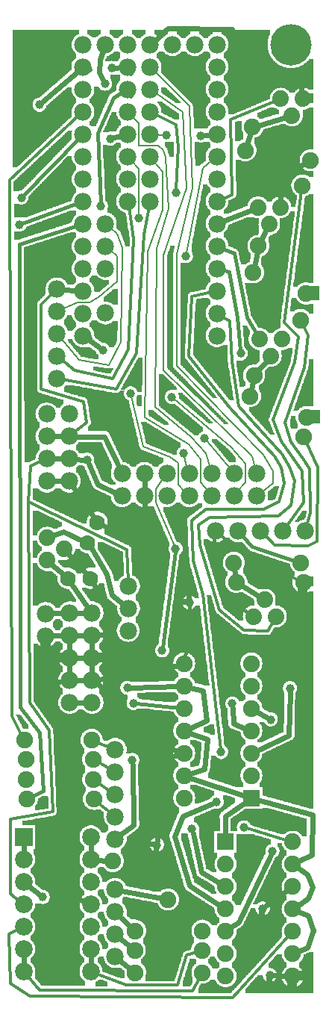
<source format=gbl>
G04 MADE WITH FRITZING*
G04 WWW.FRITZING.ORG*
G04 DOUBLE SIDED*
G04 HOLES PLATED*
G04 CONTOUR ON CENTER OF CONTOUR VECTOR*
%ASAXBY*%
%FSLAX23Y23*%
%MOIN*%
%OFA0B0*%
%SFA1.0B1.0*%
%ADD10C,0.075000*%
%ADD11C,0.078000*%
%ADD12C,0.070000*%
%ADD13C,0.185039*%
%ADD14C,0.066667*%
%ADD15C,0.079370*%
%ADD16C,0.074000*%
%ADD17C,0.039370*%
%ADD18R,0.079370X0.079370*%
%ADD19R,0.075000X0.075000*%
%ADD20C,0.024000*%
%ADD21C,0.012000*%
%ADD22C,0.016000*%
%ADD23C,0.008000*%
%ADD24C,0.007000*%
%LNCOPPER0*%
G90*
G70*
G54D10*
X112Y4269D03*
X1074Y4281D03*
X779Y4151D03*
X1210Y3847D03*
X254Y3671D03*
X1062Y3441D03*
X255Y3370D03*
X1205Y3308D03*
X946Y2855D03*
X434Y2647D03*
X195Y1852D03*
X1139Y1941D03*
X1099Y675D03*
X539Y2131D03*
X1121Y316D03*
G54D11*
X454Y3079D03*
G54D12*
X286Y1895D03*
X386Y1895D03*
X374Y2054D03*
X417Y2145D03*
G54D13*
X1282Y4277D03*
G54D11*
X556Y1661D03*
G54D14*
X353Y4278D03*
X353Y4178D03*
X353Y4078D03*
X353Y3978D03*
X353Y3878D03*
X353Y3778D03*
X353Y3678D03*
X353Y3578D03*
X353Y3478D03*
X353Y3378D03*
X353Y3278D03*
X353Y3178D03*
X353Y3078D03*
X353Y2978D03*
X453Y3078D03*
X953Y4278D03*
X953Y4178D03*
X953Y4078D03*
X953Y3978D03*
X953Y3878D03*
X953Y3778D03*
X953Y3678D03*
X953Y3578D03*
X953Y3478D03*
X953Y3378D03*
X953Y3278D03*
X953Y3178D03*
X953Y3078D03*
X953Y2978D03*
X453Y3378D03*
X453Y3278D03*
X453Y3478D03*
X753Y4278D03*
X853Y4278D03*
X653Y4278D03*
X453Y4278D03*
X553Y4278D03*
X353Y4278D03*
X353Y4178D03*
X353Y4078D03*
X353Y3978D03*
X353Y3878D03*
X353Y3778D03*
X353Y3678D03*
X353Y3578D03*
X353Y3478D03*
X353Y3378D03*
X353Y3278D03*
X353Y3178D03*
X353Y3078D03*
X353Y2978D03*
X453Y3078D03*
X953Y4278D03*
X953Y4178D03*
X953Y4078D03*
X953Y3978D03*
X953Y3878D03*
X953Y3778D03*
X953Y3678D03*
X953Y3578D03*
X953Y3478D03*
X953Y3378D03*
X953Y3278D03*
X953Y3178D03*
X953Y3078D03*
X953Y2978D03*
X453Y3378D03*
X453Y3278D03*
X453Y3478D03*
X753Y4278D03*
X853Y4278D03*
X653Y4278D03*
X453Y4278D03*
X553Y4278D03*
X553Y4178D03*
X553Y4178D03*
X653Y4178D03*
X653Y4178D03*
X654Y4078D03*
X654Y3978D03*
X654Y3878D03*
X654Y3778D03*
X654Y3678D03*
X654Y3578D03*
X654Y4078D03*
X654Y3978D03*
X654Y3878D03*
X654Y3778D03*
X654Y3678D03*
X654Y3578D03*
X553Y4078D03*
X553Y3978D03*
X553Y3878D03*
X553Y3778D03*
X553Y3678D03*
X553Y3578D03*
X553Y4078D03*
X553Y3978D03*
X553Y3878D03*
X553Y3778D03*
X553Y3678D03*
X553Y3578D03*
G54D11*
X556Y1861D03*
X556Y1761D03*
X237Y3187D03*
X237Y3087D03*
X237Y2987D03*
X237Y2887D03*
X237Y2787D03*
X237Y3187D03*
X237Y3087D03*
X237Y2987D03*
X237Y2887D03*
X237Y2787D03*
X528Y2263D03*
X628Y2263D03*
X728Y2263D03*
X828Y2263D03*
X928Y2263D03*
X1028Y2263D03*
X1128Y2263D03*
X528Y2263D03*
X628Y2263D03*
X728Y2263D03*
X828Y2263D03*
X928Y2263D03*
X1028Y2263D03*
X1128Y2263D03*
X1128Y2363D03*
X1028Y2363D03*
X928Y2363D03*
X828Y2363D03*
X728Y2363D03*
X628Y2363D03*
X528Y2363D03*
X294Y1740D03*
X294Y1640D03*
X294Y1540D03*
X294Y1440D03*
X294Y1340D03*
X294Y1740D03*
X294Y1640D03*
X294Y1540D03*
X294Y1440D03*
X294Y1340D03*
X394Y1340D03*
X394Y1440D03*
X394Y1540D03*
X394Y1640D03*
X394Y1740D03*
G54D15*
X89Y740D03*
X389Y740D03*
X89Y640D03*
X389Y640D03*
X89Y540D03*
X389Y540D03*
X89Y440D03*
X389Y440D03*
X89Y340D03*
X389Y340D03*
X89Y240D03*
X389Y240D03*
X89Y140D03*
X389Y140D03*
G54D11*
X292Y2329D03*
X292Y2429D03*
X292Y2529D03*
X292Y2629D03*
X292Y2329D03*
X292Y2429D03*
X292Y2529D03*
X292Y2629D03*
X192Y2629D03*
X192Y2529D03*
X192Y2429D03*
X192Y2329D03*
G54D16*
X1337Y4036D03*
X1287Y3961D03*
X1237Y4036D03*
X1236Y3551D03*
X1186Y3476D03*
X1136Y3551D03*
X1116Y1725D03*
X1166Y1800D03*
X1216Y1725D03*
X1242Y2963D03*
X1192Y2888D03*
X1142Y2963D03*
G54D10*
X1334Y3647D03*
X1079Y3805D03*
X1326Y3048D03*
X1113Y3260D03*
X1327Y1964D03*
X1027Y1964D03*
X1338Y2526D03*
X1100Y2708D03*
X1111Y3910D03*
X1371Y3760D03*
X1137Y3379D03*
X1350Y3166D03*
X1038Y1878D03*
X1338Y1878D03*
X1118Y2800D03*
X1353Y2614D03*
X403Y910D03*
X103Y910D03*
X399Y997D03*
X99Y997D03*
X399Y1087D03*
X99Y1087D03*
X887Y135D03*
X587Y135D03*
X885Y234D03*
X585Y234D03*
X887Y321D03*
X587Y321D03*
X733Y461D03*
X487Y632D03*
X392Y1173D03*
X92Y1173D03*
X1106Y915D03*
X806Y915D03*
X1106Y1015D03*
X806Y1015D03*
X1106Y1115D03*
X806Y1115D03*
X1106Y1215D03*
X806Y1215D03*
X1106Y1315D03*
X806Y1315D03*
X1106Y1415D03*
X806Y1415D03*
X1106Y1515D03*
X806Y1515D03*
X990Y719D03*
X1290Y719D03*
X990Y619D03*
X1290Y619D03*
X990Y519D03*
X1290Y519D03*
X990Y419D03*
X1290Y419D03*
X990Y319D03*
X1290Y319D03*
X990Y219D03*
X1290Y219D03*
X990Y119D03*
X1290Y119D03*
G54D11*
X497Y206D03*
X497Y306D03*
X497Y406D03*
X497Y506D03*
X497Y206D03*
X497Y306D03*
X497Y406D03*
X497Y506D03*
X947Y2106D03*
X1047Y2106D03*
X1147Y2106D03*
X1247Y2106D03*
X1347Y2106D03*
X947Y2106D03*
X1047Y2106D03*
X1147Y2106D03*
X1247Y2106D03*
X1347Y2106D03*
X497Y731D03*
X497Y831D03*
X497Y931D03*
X497Y1031D03*
X497Y1131D03*
X497Y731D03*
X497Y831D03*
X497Y931D03*
X497Y1031D03*
X497Y1131D03*
X354Y4277D03*
X354Y4177D03*
X354Y4077D03*
X354Y3977D03*
X354Y3877D03*
X354Y3777D03*
X354Y3677D03*
X354Y3577D03*
X354Y3477D03*
X354Y3377D03*
X354Y3277D03*
X354Y3177D03*
X354Y3077D03*
X354Y2977D03*
X952Y4278D03*
X952Y4178D03*
X952Y4078D03*
X952Y3978D03*
X952Y3878D03*
X952Y3778D03*
X952Y3678D03*
X952Y3578D03*
X952Y3478D03*
X952Y3378D03*
X952Y3278D03*
X952Y3178D03*
X952Y3078D03*
X952Y2978D03*
X454Y3478D03*
X454Y3378D03*
X454Y3278D03*
X852Y4277D03*
X752Y4277D03*
X652Y4277D03*
X552Y4277D03*
X452Y4277D03*
X852Y4277D03*
X752Y4277D03*
X652Y4277D03*
X552Y4277D03*
X452Y4277D03*
X654Y4177D03*
X654Y4077D03*
X654Y3977D03*
X654Y3877D03*
X654Y3777D03*
X654Y3677D03*
X654Y3577D03*
X552Y4178D03*
X552Y4078D03*
X552Y3978D03*
X552Y3878D03*
X552Y3778D03*
X552Y3678D03*
X552Y3578D03*
G54D17*
X159Y4009D03*
X482Y4173D03*
X434Y3556D03*
X452Y4102D03*
X476Y3858D03*
X1021Y1336D03*
X951Y897D03*
X603Y3503D03*
X804Y2453D03*
X880Y3871D03*
X78Y3595D03*
X71Y3475D03*
X814Y3333D03*
X1200Y678D03*
X1193Y1265D03*
X1072Y783D03*
X174Y472D03*
X1188Y123D03*
X1156Y420D03*
X684Y705D03*
X769Y3616D03*
X751Y2704D03*
X725Y3873D03*
X442Y2915D03*
X372Y2424D03*
X552Y1406D03*
X897Y2520D03*
X1058Y2899D03*
X1278Y1404D03*
X579Y1338D03*
X567Y2720D03*
G54D16*
X194Y1976D03*
X269Y2026D03*
X194Y2076D03*
G54D11*
X187Y1738D03*
X187Y1638D03*
G54D17*
X829Y1787D03*
X767Y2027D03*
X574Y1084D03*
X707Y1573D03*
X841Y777D03*
X971Y1120D03*
G54D18*
X89Y740D03*
G54D19*
X1106Y915D03*
X990Y719D03*
G54D20*
X471Y1757D02*
X399Y1873D01*
D02*
X473Y1646D02*
X471Y1757D01*
D02*
X424Y1642D02*
X473Y1646D01*
D02*
X266Y1912D02*
X214Y1958D01*
D02*
X377Y1765D02*
X301Y1873D01*
D02*
X368Y1914D02*
X287Y2006D01*
D02*
X402Y2166D02*
X309Y2304D01*
D02*
X267Y2104D02*
X219Y2086D01*
D02*
X350Y2065D02*
X267Y2104D01*
D02*
X521Y187D02*
X564Y153D01*
G54D21*
D02*
X776Y80D02*
X546Y80D01*
D02*
X546Y80D02*
X412Y131D01*
D02*
X817Y212D02*
X776Y80D01*
D02*
X863Y227D02*
X817Y212D01*
G54D20*
D02*
X419Y638D02*
X459Y635D01*
D02*
X483Y1820D02*
X461Y1914D01*
D02*
X461Y1914D02*
X388Y2032D01*
D02*
X533Y1779D02*
X483Y1820D01*
D02*
X527Y500D02*
X705Y466D01*
D02*
X519Y385D02*
X566Y341D01*
D02*
X521Y287D02*
X563Y252D01*
D02*
X419Y2314D02*
X501Y2276D01*
D02*
X380Y2407D02*
X419Y2314D01*
D02*
X89Y209D02*
X89Y171D01*
G54D21*
D02*
X1022Y25D02*
X1275Y302D01*
D02*
X29Y88D02*
X116Y30D01*
D02*
X24Y308D02*
X29Y88D01*
D02*
X66Y329D02*
X24Y308D01*
D02*
X116Y30D02*
X1022Y25D01*
D02*
X1014Y2048D02*
X966Y2090D01*
G54D22*
D02*
X933Y2036D02*
X942Y2082D01*
D02*
X994Y1806D02*
X933Y2036D01*
G54D20*
D02*
X1112Y2772D02*
X1105Y2736D01*
G54D22*
D02*
X1098Y1737D02*
X994Y1806D01*
G54D20*
D02*
X267Y3185D02*
X322Y3180D01*
D02*
X1132Y3351D02*
X1119Y3288D01*
G54D21*
D02*
X1317Y1888D02*
X1089Y2001D01*
D02*
X1089Y2001D02*
X1014Y2048D01*
D02*
X218Y853D02*
X202Y1217D01*
D02*
X29Y486D02*
X29Y819D01*
D02*
X202Y1217D02*
X115Y1339D01*
D02*
X29Y819D02*
X218Y853D01*
D02*
X109Y2237D02*
X120Y2397D01*
D02*
X120Y2397D02*
X169Y2419D01*
D02*
X115Y1339D02*
X109Y2237D01*
D02*
X69Y455D02*
X29Y486D01*
D02*
X551Y2024D02*
X109Y2237D01*
D02*
X556Y1885D02*
X551Y2024D01*
D02*
X476Y1043D02*
X419Y1076D01*
G54D23*
D02*
X724Y3773D02*
X714Y3806D01*
D02*
X714Y3806D02*
X689Y3827D01*
D02*
X836Y2526D02*
X675Y2659D01*
D02*
X902Y2453D02*
X836Y2526D01*
D02*
X682Y3366D02*
X736Y3548D01*
D02*
X922Y2387D02*
X902Y2453D01*
D02*
X604Y3828D02*
X603Y3927D01*
D02*
X603Y3927D02*
X570Y3960D01*
D02*
X675Y2659D02*
X682Y3366D01*
D02*
X736Y3548D02*
X724Y3773D01*
D02*
X689Y3827D02*
X604Y3828D01*
G54D22*
D02*
X808Y1538D02*
X828Y1774D01*
D02*
X1111Y2036D02*
X1064Y2088D01*
D02*
X1306Y1971D02*
X1111Y2036D01*
G54D20*
D02*
X262Y2329D02*
X222Y2329D01*
G54D22*
D02*
X329Y3470D02*
X70Y3387D01*
D02*
X70Y3387D02*
X72Y1320D01*
G54D21*
D02*
X1049Y2665D02*
X1019Y2865D01*
D02*
X1019Y2865D02*
X1011Y3044D01*
D02*
X1011Y3044D02*
X974Y3065D01*
G54D20*
D02*
X906Y1261D02*
X832Y1227D01*
G54D22*
D02*
X176Y946D02*
X123Y920D01*
G54D20*
D02*
X834Y1408D02*
X889Y1395D01*
D02*
X889Y1395D02*
X906Y1261D01*
G54D22*
D02*
X72Y1320D02*
X161Y1206D01*
D02*
X161Y1206D02*
X176Y946D01*
G54D21*
D02*
X1074Y1663D02*
X964Y1753D01*
D02*
X1244Y2450D02*
X1049Y2665D01*
D02*
X920Y2166D02*
X1227Y2173D01*
D02*
X1298Y2330D02*
X1276Y2393D01*
D02*
X1276Y2393D02*
X1244Y2450D01*
D02*
X1282Y2221D02*
X1298Y2330D01*
D02*
X876Y2044D02*
X871Y2135D01*
D02*
X871Y2135D02*
X920Y2166D01*
D02*
X1227Y2173D02*
X1282Y2221D01*
D02*
X964Y1753D02*
X876Y2044D01*
D02*
X1178Y1660D02*
X1074Y1663D01*
D02*
X1205Y1706D02*
X1178Y1660D01*
D02*
X1020Y3608D02*
X1014Y3942D01*
D02*
X975Y3588D02*
X1020Y3608D01*
G54D20*
D02*
X262Y2529D02*
X222Y2529D01*
D02*
X262Y2429D02*
X222Y2429D01*
G54D23*
D02*
X889Y3728D02*
X816Y3347D01*
D02*
X933Y3762D02*
X889Y3728D01*
G54D20*
D02*
X1063Y1863D02*
X1143Y1814D01*
G54D21*
D02*
X1014Y3942D02*
X1217Y4027D01*
G54D20*
D02*
X1136Y2822D02*
X1175Y2867D01*
D02*
X1102Y3882D02*
X1087Y3833D01*
G54D23*
D02*
X1204Y2375D02*
X1159Y2448D01*
D02*
X772Y3345D02*
X844Y3636D01*
D02*
X844Y3636D02*
X829Y4004D01*
D02*
X1202Y2319D02*
X1204Y2375D01*
D02*
X1159Y2448D02*
X772Y2844D01*
D02*
X772Y2844D02*
X772Y3345D01*
D02*
X1148Y2278D02*
X1202Y2319D01*
D02*
X829Y4004D02*
X672Y4160D01*
G54D20*
D02*
X1019Y4346D02*
X1064Y4198D01*
D02*
X733Y4350D02*
X1019Y4346D01*
D02*
X675Y4298D02*
X733Y4350D01*
D02*
X1325Y4106D02*
X1333Y4062D01*
D02*
X1064Y4198D02*
X1325Y4106D01*
D02*
X722Y1139D02*
X504Y1250D01*
D02*
X778Y1123D02*
X722Y1139D01*
D02*
X489Y1370D02*
X419Y1422D01*
G54D21*
D02*
X649Y3553D02*
X625Y3431D01*
D02*
X502Y2739D02*
X261Y2783D01*
D02*
X592Y2901D02*
X502Y2739D01*
D02*
X1268Y725D02*
X1085Y779D01*
D02*
X625Y3431D02*
X592Y2901D01*
G54D23*
D02*
X384Y3128D02*
X424Y3150D01*
D02*
X507Y3221D02*
X507Y3333D01*
D02*
X507Y3333D02*
X472Y3362D01*
D02*
X260Y3097D02*
X331Y3128D01*
D02*
X331Y3128D02*
X384Y3128D01*
G54D20*
D02*
X294Y478D02*
X360Y452D01*
D02*
X283Y817D02*
X294Y478D01*
D02*
X256Y1234D02*
X283Y817D01*
D02*
X197Y1428D02*
X183Y1336D01*
D02*
X265Y1437D02*
X197Y1428D01*
D02*
X899Y3873D02*
X922Y3875D01*
G54D24*
D02*
X814Y2407D02*
X807Y2440D01*
G54D20*
D02*
X89Y671D02*
X89Y709D01*
G54D24*
D02*
X821Y2386D02*
X814Y2407D01*
G54D20*
D02*
X1358Y389D02*
X1317Y407D01*
D02*
X1317Y230D02*
X1356Y248D01*
D02*
X1383Y325D02*
X1358Y389D01*
D02*
X1356Y248D02*
X1383Y325D01*
D02*
X1138Y3918D02*
X1261Y3953D01*
G54D21*
D02*
X1400Y2059D02*
X1402Y2390D01*
D02*
X1402Y2390D02*
X1348Y2506D01*
G54D20*
D02*
X1079Y924D02*
X833Y1005D01*
G54D21*
D02*
X1165Y2089D02*
X1211Y2045D01*
D02*
X1358Y2041D02*
X1400Y2059D01*
D02*
X1211Y2045D02*
X1358Y2041D01*
G54D20*
D02*
X630Y1473D02*
X778Y1508D01*
D02*
X424Y1444D02*
X630Y1473D01*
G54D21*
D02*
X876Y114D02*
X843Y54D01*
G54D22*
D02*
X84Y3479D02*
X329Y3569D01*
G54D21*
D02*
X843Y54D02*
X160Y58D01*
G54D20*
D02*
X989Y834D02*
X990Y747D01*
D02*
X1082Y898D02*
X989Y834D01*
G54D21*
D02*
X160Y58D02*
X105Y121D01*
G54D20*
D02*
X1150Y3404D02*
X1174Y3452D01*
G54D21*
D02*
X1253Y3037D02*
X1331Y3624D01*
G54D20*
D02*
X1345Y3748D02*
X1239Y3698D01*
D02*
X1239Y3698D02*
X1236Y3578D01*
G54D21*
D02*
X474Y1140D02*
X413Y1165D01*
G54D23*
D02*
X1123Y2387D02*
X1110Y2440D01*
G54D21*
D02*
X1240Y2506D02*
X1202Y2604D01*
D02*
X1202Y2604D02*
X1300Y2859D01*
D02*
X1300Y2859D02*
X1316Y2973D01*
D02*
X1333Y2373D02*
X1302Y2417D01*
D02*
X1302Y2417D02*
X1240Y2506D01*
D02*
X1338Y2233D02*
X1333Y2373D01*
D02*
X1316Y2973D02*
X1253Y3037D01*
D02*
X1262Y2126D02*
X1338Y2233D01*
G54D23*
D02*
X816Y3637D02*
X798Y3977D01*
D02*
X1110Y2440D02*
X714Y2825D01*
D02*
X713Y3337D02*
X816Y3637D01*
D02*
X798Y3977D02*
X675Y4063D01*
D02*
X714Y2825D02*
X713Y3337D01*
G54D20*
D02*
X896Y1043D02*
X833Y1023D01*
D02*
X833Y1205D02*
X911Y1178D01*
D02*
X911Y1178D02*
X896Y1043D01*
G54D24*
D02*
X881Y2324D02*
X878Y2428D01*
D02*
X878Y2428D02*
X827Y2495D01*
D02*
X644Y3355D02*
X708Y3539D01*
D02*
X630Y2613D02*
X644Y3355D01*
D02*
X913Y2282D02*
X881Y2324D01*
D02*
X708Y3539D02*
X710Y3711D01*
D02*
X710Y3711D02*
X670Y3758D01*
G54D22*
D02*
X1086Y3061D02*
X1132Y2981D01*
D02*
X976Y3368D02*
X1029Y3346D01*
D02*
X1029Y3346D02*
X1086Y3061D01*
G54D21*
D02*
X485Y2786D02*
X556Y2917D01*
D02*
X315Y2823D02*
X485Y2786D01*
D02*
X581Y3409D02*
X558Y3553D01*
D02*
X556Y2917D02*
X581Y3409D01*
D02*
X256Y2872D02*
X315Y2823D01*
G54D20*
D02*
X1111Y3541D02*
X981Y3489D01*
D02*
X1375Y661D02*
X1316Y632D01*
G54D22*
D02*
X1005Y3265D02*
X1043Y3061D01*
D02*
X977Y3272D02*
X1005Y3265D01*
G54D20*
D02*
X389Y671D02*
X389Y709D01*
D02*
X1378Y839D02*
X1375Y661D01*
D02*
X1134Y907D02*
X1378Y839D01*
G54D21*
D02*
X778Y3821D02*
X769Y3920D01*
D02*
X770Y3630D02*
X778Y3821D01*
D02*
X769Y3920D02*
X676Y3966D01*
D02*
X334Y3961D02*
X27Y3675D01*
G54D20*
D02*
X389Y209D02*
X389Y171D01*
G54D21*
D02*
X27Y3675D02*
X36Y1281D01*
D02*
X36Y1281D02*
X81Y1194D01*
D02*
X477Y945D02*
X418Y984D01*
D02*
X478Y847D02*
X420Y895D01*
G54D20*
D02*
X628Y2293D02*
X628Y2333D01*
G54D23*
D02*
X1013Y2382D02*
X906Y2509D01*
G54D20*
D02*
X1035Y1907D02*
X1031Y1935D01*
G54D23*
D02*
X712Y3874D02*
X703Y3875D01*
D02*
X522Y2950D02*
X529Y3370D01*
D02*
X468Y2847D02*
X522Y2950D01*
D02*
X529Y3370D02*
X507Y3433D01*
D02*
X253Y2969D02*
X337Y2869D01*
D02*
X337Y2869D02*
X468Y2847D01*
D02*
X703Y3875D02*
X679Y3876D01*
G54D21*
D02*
X1360Y2979D02*
X1336Y3027D01*
G54D22*
D02*
X335Y3860D02*
X87Y3604D01*
G54D21*
D02*
X1336Y2430D02*
X1282Y2504D01*
D02*
X1342Y2837D02*
X1360Y2979D01*
D02*
X1282Y2504D02*
X1256Y2590D01*
D02*
X1256Y2590D02*
X1342Y2837D01*
D02*
X1354Y2129D02*
X1371Y2186D01*
G54D20*
D02*
X630Y2039D02*
X440Y2133D01*
D02*
X630Y2039D02*
X629Y2233D01*
D02*
X630Y1473D02*
X630Y2039D01*
G54D21*
D02*
X370Y2589D02*
X356Y2684D01*
D02*
X356Y2684D02*
X167Y2739D01*
D02*
X311Y2544D02*
X370Y2589D01*
D02*
X167Y2739D02*
X167Y3117D01*
D02*
X167Y3117D02*
X220Y3170D01*
G54D20*
D02*
X382Y4168D02*
X325Y4186D01*
D02*
X174Y4022D02*
X330Y4157D01*
D02*
X565Y4151D02*
X540Y4205D01*
D02*
X501Y4175D02*
X522Y4176D01*
G54D22*
D02*
X420Y3884D02*
X434Y3570D01*
D02*
X531Y4066D02*
X489Y4041D01*
D02*
X489Y4041D02*
X420Y3884D01*
G54D20*
D02*
X565Y4051D02*
X540Y4105D01*
D02*
X442Y4249D02*
X429Y4210D01*
D02*
X427Y4153D02*
X443Y4119D01*
D02*
X429Y4210D02*
X427Y4153D01*
D02*
X523Y3870D02*
X494Y3863D01*
D02*
X1022Y1317D02*
X1026Y1247D01*
D02*
X798Y832D02*
X764Y745D01*
D02*
X764Y745D02*
X831Y523D01*
D02*
X831Y523D02*
X966Y434D01*
D02*
X933Y890D02*
X798Y832D01*
G54D23*
D02*
X604Y3724D02*
X569Y3760D01*
D02*
X603Y3517D02*
X604Y3724D01*
G54D20*
D02*
X1048Y361D02*
X1192Y661D01*
D02*
X1013Y336D02*
X1048Y361D01*
D02*
X1131Y1300D02*
X1176Y1275D01*
D02*
X1356Y575D02*
X1314Y603D01*
D02*
X1378Y517D02*
X1356Y575D01*
D02*
X1358Y467D02*
X1378Y517D01*
D02*
X1314Y435D02*
X1358Y467D01*
D02*
X113Y521D02*
X159Y484D01*
G54D24*
D02*
X1017Y2480D02*
X761Y2696D01*
D02*
X1078Y2408D02*
X1017Y2480D01*
D02*
X1079Y2323D02*
X1078Y2408D01*
D02*
X1044Y2282D02*
X1079Y2323D01*
G54D20*
D02*
X426Y2926D02*
X379Y2960D01*
D02*
X353Y2425D02*
X322Y2427D01*
D02*
X325Y2986D02*
X382Y2968D01*
D02*
X322Y2528D02*
X450Y2528D01*
D02*
X450Y2528D02*
X515Y2390D01*
D02*
X777Y1414D02*
X571Y1407D01*
D02*
X715Y1091D02*
X686Y724D01*
D02*
X778Y1107D02*
X715Y1091D01*
G54D23*
D02*
X424Y3150D02*
X507Y3221D01*
D02*
X507Y3433D02*
X472Y3462D01*
G54D24*
D02*
X827Y2495D02*
X630Y2613D01*
G54D20*
D02*
X1026Y1247D02*
X1079Y1225D01*
D02*
X1274Y1195D02*
X1278Y1385D01*
D02*
X1132Y1127D02*
X1274Y1195D01*
G54D22*
D02*
X1043Y3061D02*
X1057Y2912D01*
D02*
X593Y1337D02*
X783Y1317D01*
G54D23*
D02*
X742Y2436D02*
X622Y2484D01*
D02*
X622Y2484D02*
X570Y2707D01*
D02*
X778Y2411D02*
X742Y2436D01*
D02*
X780Y2313D02*
X778Y2411D01*
D02*
X811Y2281D02*
X780Y2313D01*
G54D20*
D02*
X883Y584D02*
X845Y758D01*
D02*
X966Y534D02*
X883Y584D01*
D02*
X1171Y432D02*
X1267Y502D01*
D02*
X1262Y120D02*
X1207Y123D01*
D02*
X364Y1340D02*
X325Y1340D01*
D02*
X325Y1440D02*
X364Y1440D01*
D02*
X325Y1540D02*
X364Y1540D01*
D02*
X325Y1640D02*
X364Y1640D01*
D02*
X325Y1740D02*
X364Y1740D01*
D02*
X394Y1570D02*
X394Y1610D01*
D02*
X294Y1570D02*
X294Y1610D01*
D02*
X394Y1470D02*
X394Y1510D01*
D02*
X294Y1470D02*
X294Y1510D01*
G54D21*
D02*
X1367Y2384D02*
X1336Y2430D01*
G54D23*
D02*
X714Y2343D02*
X678Y2295D01*
D02*
X678Y2295D02*
X679Y2232D01*
G54D21*
D02*
X1371Y2186D02*
X1367Y2384D01*
G54D20*
D02*
X183Y1336D02*
X256Y1234D01*
G54D22*
D02*
X709Y1586D02*
X766Y2013D01*
G54D20*
D02*
X581Y795D02*
X575Y1065D01*
D02*
X521Y749D02*
X581Y795D01*
G54D23*
D02*
X679Y2232D02*
X762Y2039D01*
G54D20*
D02*
X264Y1640D02*
X217Y1639D01*
D02*
X217Y1739D02*
X264Y1740D01*
D02*
X504Y1250D02*
X489Y1370D01*
G54D21*
D02*
X969Y1133D02*
X950Y1303D01*
D02*
X950Y1303D02*
X888Y1824D01*
D02*
X846Y1973D02*
X838Y2155D01*
D02*
X888Y1824D02*
X846Y1973D01*
D02*
X902Y2204D02*
X1158Y2204D01*
D02*
X838Y2155D02*
X902Y2204D01*
D02*
X1158Y2204D02*
X1229Y2237D01*
D02*
X1229Y2237D02*
X1253Y2321D01*
D02*
X1240Y2390D02*
X1211Y2439D01*
D02*
X1253Y2321D02*
X1240Y2390D01*
D02*
X1211Y2439D02*
X1011Y2658D01*
D02*
X1011Y2658D02*
X826Y2887D01*
D02*
X826Y2887D02*
X841Y3154D01*
D02*
X841Y3154D02*
X928Y3172D01*
G36*
X40Y4344D02*
X40Y3978D01*
X150Y3978D01*
X150Y3980D01*
X146Y3980D01*
X146Y3982D01*
X142Y3982D01*
X142Y3984D01*
X140Y3984D01*
X140Y3986D01*
X136Y3986D01*
X136Y3990D01*
X134Y3990D01*
X134Y3992D01*
X132Y3992D01*
X132Y3996D01*
X130Y3996D01*
X130Y4000D01*
X128Y4000D01*
X128Y4018D01*
X130Y4018D01*
X130Y4024D01*
X132Y4024D01*
X132Y4026D01*
X134Y4026D01*
X134Y4030D01*
X136Y4030D01*
X136Y4032D01*
X138Y4032D01*
X138Y4034D01*
X140Y4034D01*
X140Y4036D01*
X144Y4036D01*
X144Y4038D01*
X148Y4038D01*
X148Y4040D01*
X158Y4040D01*
X158Y4042D01*
X162Y4042D01*
X162Y4044D01*
X164Y4044D01*
X164Y4046D01*
X166Y4046D01*
X166Y4048D01*
X168Y4048D01*
X168Y4050D01*
X170Y4050D01*
X170Y4052D01*
X172Y4052D01*
X172Y4054D01*
X176Y4054D01*
X176Y4056D01*
X178Y4056D01*
X178Y4058D01*
X180Y4058D01*
X180Y4060D01*
X182Y4060D01*
X182Y4062D01*
X184Y4062D01*
X184Y4064D01*
X186Y4064D01*
X186Y4066D01*
X188Y4066D01*
X188Y4068D01*
X192Y4068D01*
X192Y4070D01*
X194Y4070D01*
X194Y4072D01*
X196Y4072D01*
X196Y4074D01*
X198Y4074D01*
X198Y4076D01*
X200Y4076D01*
X200Y4078D01*
X202Y4078D01*
X202Y4080D01*
X204Y4080D01*
X204Y4082D01*
X208Y4082D01*
X208Y4084D01*
X210Y4084D01*
X210Y4086D01*
X212Y4086D01*
X212Y4088D01*
X214Y4088D01*
X214Y4090D01*
X216Y4090D01*
X216Y4092D01*
X218Y4092D01*
X218Y4094D01*
X220Y4094D01*
X220Y4096D01*
X224Y4096D01*
X224Y4098D01*
X226Y4098D01*
X226Y4100D01*
X228Y4100D01*
X228Y4102D01*
X230Y4102D01*
X230Y4104D01*
X232Y4104D01*
X232Y4106D01*
X234Y4106D01*
X234Y4108D01*
X238Y4108D01*
X238Y4110D01*
X240Y4110D01*
X240Y4112D01*
X242Y4112D01*
X242Y4114D01*
X244Y4114D01*
X244Y4116D01*
X246Y4116D01*
X246Y4118D01*
X248Y4118D01*
X248Y4120D01*
X250Y4120D01*
X250Y4122D01*
X254Y4122D01*
X254Y4124D01*
X256Y4124D01*
X256Y4126D01*
X258Y4126D01*
X258Y4128D01*
X260Y4128D01*
X260Y4130D01*
X262Y4130D01*
X262Y4132D01*
X264Y4132D01*
X264Y4134D01*
X266Y4134D01*
X266Y4136D01*
X270Y4136D01*
X270Y4138D01*
X272Y4138D01*
X272Y4140D01*
X274Y4140D01*
X274Y4142D01*
X276Y4142D01*
X276Y4144D01*
X278Y4144D01*
X278Y4146D01*
X280Y4146D01*
X280Y4148D01*
X282Y4148D01*
X282Y4150D01*
X286Y4150D01*
X286Y4152D01*
X288Y4152D01*
X288Y4154D01*
X290Y4154D01*
X290Y4156D01*
X292Y4156D01*
X292Y4158D01*
X294Y4158D01*
X294Y4160D01*
X296Y4160D01*
X296Y4162D01*
X298Y4162D01*
X298Y4164D01*
X302Y4164D01*
X302Y4196D01*
X304Y4196D01*
X304Y4200D01*
X306Y4200D01*
X306Y4202D01*
X308Y4202D01*
X308Y4204D01*
X310Y4204D01*
X310Y4206D01*
X312Y4206D01*
X312Y4208D01*
X314Y4208D01*
X314Y4210D01*
X316Y4210D01*
X316Y4212D01*
X318Y4212D01*
X318Y4214D01*
X320Y4214D01*
X320Y4216D01*
X322Y4216D01*
X322Y4218D01*
X324Y4218D01*
X324Y4238D01*
X320Y4238D01*
X320Y4240D01*
X318Y4240D01*
X318Y4242D01*
X316Y4242D01*
X316Y4246D01*
X314Y4246D01*
X314Y4248D01*
X312Y4248D01*
X312Y4250D01*
X310Y4250D01*
X310Y4254D01*
X308Y4254D01*
X308Y4258D01*
X306Y4258D01*
X306Y4264D01*
X304Y4264D01*
X304Y4290D01*
X306Y4290D01*
X306Y4298D01*
X308Y4298D01*
X308Y4300D01*
X310Y4300D01*
X310Y4304D01*
X312Y4304D01*
X312Y4308D01*
X314Y4308D01*
X314Y4310D01*
X316Y4310D01*
X316Y4312D01*
X318Y4312D01*
X318Y4314D01*
X320Y4314D01*
X320Y4316D01*
X322Y4316D01*
X322Y4318D01*
X324Y4318D01*
X324Y4320D01*
X328Y4320D01*
X328Y4322D01*
X332Y4322D01*
X332Y4324D01*
X336Y4324D01*
X336Y4344D01*
X40Y4344D01*
G37*
D02*
G36*
X284Y4088D02*
X284Y4086D01*
X282Y4086D01*
X282Y4084D01*
X280Y4084D01*
X280Y4082D01*
X278Y4082D01*
X278Y4080D01*
X276Y4080D01*
X276Y4078D01*
X274Y4078D01*
X274Y4076D01*
X272Y4076D01*
X272Y4074D01*
X268Y4074D01*
X268Y4072D01*
X266Y4072D01*
X266Y4070D01*
X264Y4070D01*
X264Y4068D01*
X262Y4068D01*
X262Y4066D01*
X260Y4066D01*
X260Y4064D01*
X258Y4064D01*
X258Y4062D01*
X256Y4062D01*
X256Y4060D01*
X252Y4060D01*
X252Y4058D01*
X250Y4058D01*
X250Y4056D01*
X248Y4056D01*
X248Y4054D01*
X246Y4054D01*
X246Y4052D01*
X244Y4052D01*
X244Y4050D01*
X242Y4050D01*
X242Y4048D01*
X238Y4048D01*
X238Y4046D01*
X236Y4046D01*
X236Y4044D01*
X234Y4044D01*
X234Y4042D01*
X232Y4042D01*
X232Y4040D01*
X230Y4040D01*
X230Y4038D01*
X228Y4038D01*
X228Y4036D01*
X226Y4036D01*
X226Y4034D01*
X222Y4034D01*
X222Y4032D01*
X220Y4032D01*
X220Y4030D01*
X218Y4030D01*
X218Y4028D01*
X216Y4028D01*
X216Y4026D01*
X214Y4026D01*
X214Y4024D01*
X212Y4024D01*
X212Y4022D01*
X210Y4022D01*
X210Y4020D01*
X206Y4020D01*
X206Y4018D01*
X204Y4018D01*
X204Y4016D01*
X202Y4016D01*
X202Y4014D01*
X200Y4014D01*
X200Y4012D01*
X198Y4012D01*
X198Y4010D01*
X196Y4010D01*
X196Y4008D01*
X194Y4008D01*
X194Y4006D01*
X190Y4006D01*
X190Y3998D01*
X188Y3998D01*
X188Y3994D01*
X186Y3994D01*
X186Y3992D01*
X184Y3992D01*
X184Y3988D01*
X182Y3988D01*
X182Y3986D01*
X180Y3986D01*
X180Y3984D01*
X176Y3984D01*
X176Y3982D01*
X172Y3982D01*
X172Y3980D01*
X168Y3980D01*
X168Y3978D01*
X304Y3978D01*
X304Y3990D01*
X306Y3990D01*
X306Y3998D01*
X308Y3998D01*
X308Y4000D01*
X310Y4000D01*
X310Y4004D01*
X312Y4004D01*
X312Y4008D01*
X314Y4008D01*
X314Y4010D01*
X316Y4010D01*
X316Y4012D01*
X318Y4012D01*
X318Y4014D01*
X320Y4014D01*
X320Y4016D01*
X322Y4016D01*
X322Y4018D01*
X324Y4018D01*
X324Y4038D01*
X320Y4038D01*
X320Y4040D01*
X318Y4040D01*
X318Y4042D01*
X316Y4042D01*
X316Y4046D01*
X314Y4046D01*
X314Y4048D01*
X312Y4048D01*
X312Y4050D01*
X310Y4050D01*
X310Y4054D01*
X308Y4054D01*
X308Y4058D01*
X306Y4058D01*
X306Y4064D01*
X304Y4064D01*
X304Y4088D01*
X284Y4088D01*
G37*
D02*
G36*
X40Y3978D02*
X40Y3976D01*
X304Y3976D01*
X304Y3978D01*
X40Y3978D01*
G37*
D02*
G36*
X40Y3978D02*
X40Y3976D01*
X304Y3976D01*
X304Y3978D01*
X40Y3978D01*
G37*
D02*
G36*
X40Y3976D02*
X40Y3730D01*
X60Y3730D01*
X60Y3732D01*
X62Y3732D01*
X62Y3734D01*
X64Y3734D01*
X64Y3736D01*
X66Y3736D01*
X66Y3738D01*
X68Y3738D01*
X68Y3740D01*
X72Y3740D01*
X72Y3742D01*
X74Y3742D01*
X74Y3744D01*
X76Y3744D01*
X76Y3746D01*
X78Y3746D01*
X78Y3748D01*
X80Y3748D01*
X80Y3750D01*
X82Y3750D01*
X82Y3752D01*
X84Y3752D01*
X84Y3754D01*
X86Y3754D01*
X86Y3756D01*
X88Y3756D01*
X88Y3758D01*
X90Y3758D01*
X90Y3760D01*
X92Y3760D01*
X92Y3762D01*
X94Y3762D01*
X94Y3764D01*
X96Y3764D01*
X96Y3766D01*
X100Y3766D01*
X100Y3768D01*
X102Y3768D01*
X102Y3770D01*
X104Y3770D01*
X104Y3772D01*
X106Y3772D01*
X106Y3774D01*
X108Y3774D01*
X108Y3776D01*
X110Y3776D01*
X110Y3778D01*
X112Y3778D01*
X112Y3780D01*
X114Y3780D01*
X114Y3782D01*
X116Y3782D01*
X116Y3784D01*
X118Y3784D01*
X118Y3786D01*
X120Y3786D01*
X120Y3788D01*
X122Y3788D01*
X122Y3790D01*
X124Y3790D01*
X124Y3792D01*
X128Y3792D01*
X128Y3794D01*
X130Y3794D01*
X130Y3796D01*
X132Y3796D01*
X132Y3798D01*
X134Y3798D01*
X134Y3800D01*
X136Y3800D01*
X136Y3802D01*
X138Y3802D01*
X138Y3804D01*
X140Y3804D01*
X140Y3806D01*
X142Y3806D01*
X142Y3808D01*
X144Y3808D01*
X144Y3810D01*
X146Y3810D01*
X146Y3812D01*
X148Y3812D01*
X148Y3814D01*
X150Y3814D01*
X150Y3816D01*
X152Y3816D01*
X152Y3818D01*
X156Y3818D01*
X156Y3820D01*
X158Y3820D01*
X158Y3822D01*
X160Y3822D01*
X160Y3824D01*
X162Y3824D01*
X162Y3826D01*
X164Y3826D01*
X164Y3828D01*
X166Y3828D01*
X166Y3830D01*
X168Y3830D01*
X168Y3832D01*
X170Y3832D01*
X170Y3834D01*
X172Y3834D01*
X172Y3836D01*
X174Y3836D01*
X174Y3838D01*
X176Y3838D01*
X176Y3840D01*
X178Y3840D01*
X178Y3842D01*
X180Y3842D01*
X180Y3844D01*
X184Y3844D01*
X184Y3846D01*
X186Y3846D01*
X186Y3848D01*
X188Y3848D01*
X188Y3850D01*
X190Y3850D01*
X190Y3852D01*
X192Y3852D01*
X192Y3854D01*
X194Y3854D01*
X194Y3856D01*
X196Y3856D01*
X196Y3858D01*
X198Y3858D01*
X198Y3860D01*
X200Y3860D01*
X200Y3862D01*
X202Y3862D01*
X202Y3864D01*
X204Y3864D01*
X204Y3866D01*
X206Y3866D01*
X206Y3868D01*
X208Y3868D01*
X208Y3870D01*
X212Y3870D01*
X212Y3872D01*
X214Y3872D01*
X214Y3874D01*
X216Y3874D01*
X216Y3876D01*
X218Y3876D01*
X218Y3878D01*
X220Y3878D01*
X220Y3880D01*
X222Y3880D01*
X222Y3882D01*
X224Y3882D01*
X224Y3884D01*
X226Y3884D01*
X226Y3886D01*
X228Y3886D01*
X228Y3888D01*
X230Y3888D01*
X230Y3890D01*
X232Y3890D01*
X232Y3892D01*
X234Y3892D01*
X234Y3894D01*
X236Y3894D01*
X236Y3896D01*
X240Y3896D01*
X240Y3898D01*
X242Y3898D01*
X242Y3900D01*
X244Y3900D01*
X244Y3902D01*
X246Y3902D01*
X246Y3904D01*
X248Y3904D01*
X248Y3906D01*
X250Y3906D01*
X250Y3908D01*
X252Y3908D01*
X252Y3910D01*
X254Y3910D01*
X254Y3912D01*
X256Y3912D01*
X256Y3914D01*
X258Y3914D01*
X258Y3916D01*
X260Y3916D01*
X260Y3918D01*
X262Y3918D01*
X262Y3920D01*
X264Y3920D01*
X264Y3922D01*
X268Y3922D01*
X268Y3924D01*
X270Y3924D01*
X270Y3926D01*
X272Y3926D01*
X272Y3928D01*
X274Y3928D01*
X274Y3930D01*
X276Y3930D01*
X276Y3932D01*
X278Y3932D01*
X278Y3934D01*
X280Y3934D01*
X280Y3936D01*
X282Y3936D01*
X282Y3938D01*
X284Y3938D01*
X284Y3940D01*
X286Y3940D01*
X286Y3942D01*
X288Y3942D01*
X288Y3944D01*
X290Y3944D01*
X290Y3946D01*
X292Y3946D01*
X292Y3948D01*
X296Y3948D01*
X296Y3950D01*
X298Y3950D01*
X298Y3952D01*
X300Y3952D01*
X300Y3954D01*
X302Y3954D01*
X302Y3956D01*
X304Y3956D01*
X304Y3976D01*
X40Y3976D01*
G37*
D02*
G36*
X372Y4344D02*
X372Y4324D01*
X376Y4324D01*
X376Y4322D01*
X380Y4322D01*
X380Y4320D01*
X384Y4320D01*
X384Y4318D01*
X386Y4318D01*
X386Y4316D01*
X388Y4316D01*
X388Y4314D01*
X390Y4314D01*
X390Y4312D01*
X392Y4312D01*
X392Y4310D01*
X414Y4310D01*
X414Y4312D01*
X416Y4312D01*
X416Y4314D01*
X418Y4314D01*
X418Y4316D01*
X420Y4316D01*
X420Y4318D01*
X422Y4318D01*
X422Y4320D01*
X426Y4320D01*
X426Y4322D01*
X430Y4322D01*
X430Y4324D01*
X434Y4324D01*
X434Y4344D01*
X372Y4344D01*
G37*
D02*
G36*
X472Y4344D02*
X472Y4324D01*
X476Y4324D01*
X476Y4322D01*
X478Y4322D01*
X478Y4320D01*
X482Y4320D01*
X482Y4318D01*
X484Y4318D01*
X484Y4316D01*
X486Y4316D01*
X486Y4314D01*
X490Y4314D01*
X490Y4310D01*
X492Y4310D01*
X492Y4308D01*
X512Y4308D01*
X512Y4310D01*
X514Y4310D01*
X514Y4312D01*
X516Y4312D01*
X516Y4314D01*
X518Y4314D01*
X518Y4316D01*
X520Y4316D01*
X520Y4318D01*
X522Y4318D01*
X522Y4320D01*
X526Y4320D01*
X526Y4322D01*
X530Y4322D01*
X530Y4324D01*
X534Y4324D01*
X534Y4344D01*
X472Y4344D01*
G37*
D02*
G36*
X572Y4344D02*
X572Y4324D01*
X576Y4324D01*
X576Y4322D01*
X578Y4322D01*
X578Y4320D01*
X582Y4320D01*
X582Y4318D01*
X584Y4318D01*
X584Y4316D01*
X586Y4316D01*
X586Y4314D01*
X590Y4314D01*
X590Y4310D01*
X592Y4310D01*
X592Y4308D01*
X612Y4308D01*
X612Y4310D01*
X614Y4310D01*
X614Y4312D01*
X616Y4312D01*
X616Y4314D01*
X618Y4314D01*
X618Y4316D01*
X620Y4316D01*
X620Y4318D01*
X622Y4318D01*
X622Y4320D01*
X626Y4320D01*
X626Y4322D01*
X630Y4322D01*
X630Y4324D01*
X634Y4324D01*
X634Y4344D01*
X572Y4344D01*
G37*
D02*
G36*
X672Y4344D02*
X672Y4324D01*
X676Y4324D01*
X676Y4322D01*
X678Y4322D01*
X678Y4320D01*
X682Y4320D01*
X682Y4318D01*
X684Y4318D01*
X684Y4316D01*
X686Y4316D01*
X686Y4314D01*
X690Y4314D01*
X690Y4310D01*
X692Y4310D01*
X692Y4308D01*
X712Y4308D01*
X712Y4310D01*
X714Y4310D01*
X714Y4312D01*
X716Y4312D01*
X716Y4314D01*
X718Y4314D01*
X718Y4316D01*
X720Y4316D01*
X720Y4318D01*
X722Y4318D01*
X722Y4320D01*
X726Y4320D01*
X726Y4322D01*
X730Y4322D01*
X730Y4324D01*
X734Y4324D01*
X734Y4344D01*
X672Y4344D01*
G37*
D02*
G36*
X772Y4344D02*
X772Y4324D01*
X776Y4324D01*
X776Y4322D01*
X778Y4322D01*
X778Y4320D01*
X782Y4320D01*
X782Y4318D01*
X784Y4318D01*
X784Y4316D01*
X786Y4316D01*
X786Y4314D01*
X790Y4314D01*
X790Y4310D01*
X792Y4310D01*
X792Y4308D01*
X812Y4308D01*
X812Y4310D01*
X814Y4310D01*
X814Y4312D01*
X816Y4312D01*
X816Y4314D01*
X818Y4314D01*
X818Y4316D01*
X820Y4316D01*
X820Y4318D01*
X822Y4318D01*
X822Y4320D01*
X826Y4320D01*
X826Y4322D01*
X830Y4322D01*
X830Y4324D01*
X834Y4324D01*
X834Y4344D01*
X772Y4344D01*
G37*
D02*
G36*
X872Y4344D02*
X872Y4324D01*
X876Y4324D01*
X876Y4322D01*
X878Y4322D01*
X878Y4320D01*
X882Y4320D01*
X882Y4318D01*
X884Y4318D01*
X884Y4316D01*
X886Y4316D01*
X886Y4314D01*
X890Y4314D01*
X890Y4310D01*
X892Y4310D01*
X892Y4308D01*
X912Y4308D01*
X912Y4310D01*
X914Y4310D01*
X914Y4312D01*
X916Y4312D01*
X916Y4316D01*
X920Y4316D01*
X920Y4318D01*
X922Y4318D01*
X922Y4320D01*
X924Y4320D01*
X924Y4322D01*
X928Y4322D01*
X928Y4324D01*
X932Y4324D01*
X932Y4344D01*
X872Y4344D01*
G37*
D02*
G36*
X974Y4344D02*
X974Y4324D01*
X976Y4324D01*
X976Y4322D01*
X980Y4322D01*
X980Y4320D01*
X982Y4320D01*
X982Y4318D01*
X986Y4318D01*
X986Y4316D01*
X988Y4316D01*
X988Y4314D01*
X990Y4314D01*
X990Y4312D01*
X992Y4312D01*
X992Y4308D01*
X994Y4308D01*
X994Y4306D01*
X996Y4306D01*
X996Y4302D01*
X998Y4302D01*
X998Y4298D01*
X1000Y4298D01*
X1000Y4294D01*
X1002Y4294D01*
X1002Y4284D01*
X1004Y4284D01*
X1004Y4274D01*
X1002Y4274D01*
X1002Y4264D01*
X1000Y4264D01*
X1000Y4258D01*
X998Y4258D01*
X998Y4254D01*
X996Y4254D01*
X996Y4250D01*
X994Y4250D01*
X994Y4248D01*
X992Y4248D01*
X992Y4246D01*
X990Y4246D01*
X990Y4244D01*
X988Y4244D01*
X988Y4242D01*
X986Y4242D01*
X986Y4240D01*
X984Y4240D01*
X984Y4238D01*
X982Y4238D01*
X982Y4218D01*
X986Y4218D01*
X986Y4216D01*
X988Y4216D01*
X988Y4214D01*
X990Y4214D01*
X990Y4212D01*
X992Y4212D01*
X992Y4208D01*
X994Y4208D01*
X994Y4206D01*
X996Y4206D01*
X996Y4202D01*
X998Y4202D01*
X998Y4198D01*
X1000Y4198D01*
X1000Y4194D01*
X1002Y4194D01*
X1002Y4184D01*
X1004Y4184D01*
X1004Y4174D01*
X1002Y4174D01*
X1002Y4172D01*
X1278Y4172D01*
X1278Y4174D01*
X1262Y4174D01*
X1262Y4176D01*
X1254Y4176D01*
X1254Y4178D01*
X1248Y4178D01*
X1248Y4180D01*
X1242Y4180D01*
X1242Y4182D01*
X1238Y4182D01*
X1238Y4184D01*
X1234Y4184D01*
X1234Y4186D01*
X1230Y4186D01*
X1230Y4188D01*
X1226Y4188D01*
X1226Y4190D01*
X1224Y4190D01*
X1224Y4192D01*
X1220Y4192D01*
X1220Y4194D01*
X1218Y4194D01*
X1218Y4196D01*
X1216Y4196D01*
X1216Y4198D01*
X1214Y4198D01*
X1214Y4200D01*
X1212Y4200D01*
X1212Y4202D01*
X1208Y4202D01*
X1208Y4204D01*
X1206Y4204D01*
X1206Y4208D01*
X1204Y4208D01*
X1204Y4210D01*
X1202Y4210D01*
X1202Y4212D01*
X1200Y4212D01*
X1200Y4214D01*
X1198Y4214D01*
X1198Y4218D01*
X1196Y4218D01*
X1196Y4220D01*
X1194Y4220D01*
X1194Y4224D01*
X1192Y4224D01*
X1192Y4226D01*
X1190Y4226D01*
X1190Y4230D01*
X1188Y4230D01*
X1188Y4234D01*
X1186Y4234D01*
X1186Y4240D01*
X1184Y4240D01*
X1184Y4244D01*
X1182Y4244D01*
X1182Y4252D01*
X1180Y4252D01*
X1180Y4262D01*
X1178Y4262D01*
X1178Y4292D01*
X1180Y4292D01*
X1180Y4302D01*
X1182Y4302D01*
X1182Y4310D01*
X1184Y4310D01*
X1184Y4316D01*
X1186Y4316D01*
X1186Y4320D01*
X1188Y4320D01*
X1188Y4324D01*
X1190Y4324D01*
X1190Y4344D01*
X974Y4344D01*
G37*
D02*
G36*
X1364Y4214D02*
X1364Y4212D01*
X1362Y4212D01*
X1362Y4208D01*
X1360Y4208D01*
X1360Y4206D01*
X1358Y4206D01*
X1358Y4204D01*
X1356Y4204D01*
X1356Y4202D01*
X1354Y4202D01*
X1354Y4200D01*
X1352Y4200D01*
X1352Y4198D01*
X1348Y4198D01*
X1348Y4196D01*
X1346Y4196D01*
X1346Y4194D01*
X1344Y4194D01*
X1344Y4192D01*
X1340Y4192D01*
X1340Y4190D01*
X1338Y4190D01*
X1338Y4188D01*
X1334Y4188D01*
X1334Y4186D01*
X1332Y4186D01*
X1332Y4184D01*
X1326Y4184D01*
X1326Y4182D01*
X1322Y4182D01*
X1322Y4180D01*
X1318Y4180D01*
X1318Y4178D01*
X1310Y4178D01*
X1310Y4176D01*
X1302Y4176D01*
X1302Y4174D01*
X1286Y4174D01*
X1286Y4172D01*
X1384Y4172D01*
X1384Y4214D01*
X1364Y4214D01*
G37*
D02*
G36*
X1002Y4172D02*
X1002Y4170D01*
X1384Y4170D01*
X1384Y4172D01*
X1002Y4172D01*
G37*
D02*
G36*
X1002Y4172D02*
X1002Y4170D01*
X1384Y4170D01*
X1384Y4172D01*
X1002Y4172D01*
G37*
D02*
G36*
X1002Y4170D02*
X1002Y4164D01*
X1000Y4164D01*
X1000Y4158D01*
X998Y4158D01*
X998Y4154D01*
X996Y4154D01*
X996Y4150D01*
X994Y4150D01*
X994Y4148D01*
X992Y4148D01*
X992Y4146D01*
X990Y4146D01*
X990Y4144D01*
X988Y4144D01*
X988Y4142D01*
X986Y4142D01*
X986Y4140D01*
X984Y4140D01*
X984Y4138D01*
X982Y4138D01*
X982Y4118D01*
X986Y4118D01*
X986Y4116D01*
X988Y4116D01*
X988Y4114D01*
X990Y4114D01*
X990Y4112D01*
X992Y4112D01*
X992Y4108D01*
X994Y4108D01*
X994Y4106D01*
X996Y4106D01*
X996Y4102D01*
X998Y4102D01*
X998Y4098D01*
X1000Y4098D01*
X1000Y4094D01*
X1002Y4094D01*
X1002Y4086D01*
X1338Y4086D01*
X1338Y4084D01*
X1350Y4084D01*
X1350Y4082D01*
X1356Y4082D01*
X1356Y4080D01*
X1360Y4080D01*
X1360Y4078D01*
X1364Y4078D01*
X1364Y4076D01*
X1384Y4076D01*
X1384Y4170D01*
X1002Y4170D01*
G37*
D02*
G36*
X1002Y4086D02*
X1002Y4084D01*
X1004Y4084D01*
X1004Y4074D01*
X1002Y4074D01*
X1002Y4064D01*
X1000Y4064D01*
X1000Y4058D01*
X998Y4058D01*
X998Y4054D01*
X996Y4054D01*
X996Y4050D01*
X994Y4050D01*
X994Y4048D01*
X992Y4048D01*
X992Y4046D01*
X990Y4046D01*
X990Y4044D01*
X988Y4044D01*
X988Y4042D01*
X986Y4042D01*
X986Y4040D01*
X984Y4040D01*
X984Y4038D01*
X982Y4038D01*
X982Y4018D01*
X986Y4018D01*
X986Y4016D01*
X988Y4016D01*
X988Y4014D01*
X990Y4014D01*
X990Y4012D01*
X992Y4012D01*
X992Y4008D01*
X994Y4008D01*
X994Y4006D01*
X996Y4006D01*
X996Y4002D01*
X998Y4002D01*
X998Y3998D01*
X1000Y3998D01*
X1000Y3994D01*
X1002Y3994D01*
X1002Y3984D01*
X1004Y3984D01*
X1004Y3966D01*
X1026Y3966D01*
X1026Y3968D01*
X1030Y3968D01*
X1030Y3970D01*
X1036Y3970D01*
X1036Y3972D01*
X1040Y3972D01*
X1040Y3974D01*
X1044Y3974D01*
X1044Y3976D01*
X1050Y3976D01*
X1050Y3978D01*
X1054Y3978D01*
X1054Y3980D01*
X1060Y3980D01*
X1060Y3982D01*
X1064Y3982D01*
X1064Y3984D01*
X1068Y3984D01*
X1068Y3986D01*
X1074Y3986D01*
X1074Y3988D01*
X1078Y3988D01*
X1078Y3990D01*
X1082Y3990D01*
X1082Y3992D01*
X1088Y3992D01*
X1088Y3994D01*
X1092Y3994D01*
X1092Y3996D01*
X1098Y3996D01*
X1098Y3998D01*
X1102Y3998D01*
X1102Y4000D01*
X1106Y4000D01*
X1106Y4002D01*
X1112Y4002D01*
X1112Y4004D01*
X1116Y4004D01*
X1116Y4006D01*
X1122Y4006D01*
X1122Y4008D01*
X1126Y4008D01*
X1126Y4010D01*
X1130Y4010D01*
X1130Y4012D01*
X1136Y4012D01*
X1136Y4014D01*
X1140Y4014D01*
X1140Y4016D01*
X1146Y4016D01*
X1146Y4018D01*
X1150Y4018D01*
X1150Y4020D01*
X1154Y4020D01*
X1154Y4022D01*
X1160Y4022D01*
X1160Y4024D01*
X1164Y4024D01*
X1164Y4026D01*
X1168Y4026D01*
X1168Y4028D01*
X1174Y4028D01*
X1174Y4030D01*
X1178Y4030D01*
X1178Y4032D01*
X1184Y4032D01*
X1184Y4034D01*
X1188Y4034D01*
X1188Y4044D01*
X1190Y4044D01*
X1190Y4052D01*
X1192Y4052D01*
X1192Y4056D01*
X1194Y4056D01*
X1194Y4060D01*
X1196Y4060D01*
X1196Y4064D01*
X1198Y4064D01*
X1198Y4066D01*
X1200Y4066D01*
X1200Y4068D01*
X1202Y4068D01*
X1202Y4070D01*
X1204Y4070D01*
X1204Y4072D01*
X1206Y4072D01*
X1206Y4074D01*
X1208Y4074D01*
X1208Y4076D01*
X1210Y4076D01*
X1210Y4078D01*
X1214Y4078D01*
X1214Y4080D01*
X1218Y4080D01*
X1218Y4082D01*
X1224Y4082D01*
X1224Y4084D01*
X1236Y4084D01*
X1236Y4086D01*
X1002Y4086D01*
G37*
D02*
G36*
X1238Y4086D02*
X1238Y4084D01*
X1250Y4084D01*
X1250Y4082D01*
X1256Y4082D01*
X1256Y4080D01*
X1260Y4080D01*
X1260Y4078D01*
X1264Y4078D01*
X1264Y4076D01*
X1266Y4076D01*
X1266Y4074D01*
X1270Y4074D01*
X1270Y4072D01*
X1272Y4072D01*
X1272Y4070D01*
X1274Y4070D01*
X1274Y4066D01*
X1276Y4066D01*
X1276Y4064D01*
X1298Y4064D01*
X1298Y4066D01*
X1300Y4066D01*
X1300Y4068D01*
X1302Y4068D01*
X1302Y4070D01*
X1304Y4070D01*
X1304Y4072D01*
X1306Y4072D01*
X1306Y4074D01*
X1308Y4074D01*
X1308Y4076D01*
X1310Y4076D01*
X1310Y4078D01*
X1314Y4078D01*
X1314Y4080D01*
X1318Y4080D01*
X1318Y4082D01*
X1324Y4082D01*
X1324Y4084D01*
X1336Y4084D01*
X1336Y4086D01*
X1238Y4086D01*
G37*
D02*
G36*
X492Y4248D02*
X492Y4244D01*
X490Y4244D01*
X490Y4242D01*
X488Y4242D01*
X488Y4240D01*
X486Y4240D01*
X486Y4238D01*
X482Y4238D01*
X482Y4236D01*
X480Y4236D01*
X480Y4234D01*
X476Y4234D01*
X476Y4232D01*
X472Y4232D01*
X472Y4230D01*
X468Y4230D01*
X468Y4228D01*
X460Y4228D01*
X460Y4224D01*
X458Y4224D01*
X458Y4218D01*
X456Y4218D01*
X456Y4212D01*
X454Y4212D01*
X454Y4206D01*
X484Y4206D01*
X484Y4204D01*
X510Y4204D01*
X510Y4208D01*
X512Y4208D01*
X512Y4210D01*
X514Y4210D01*
X514Y4212D01*
X516Y4212D01*
X516Y4216D01*
X518Y4216D01*
X518Y4218D01*
X520Y4218D01*
X520Y4240D01*
X518Y4240D01*
X518Y4242D01*
X516Y4242D01*
X516Y4244D01*
X514Y4244D01*
X514Y4246D01*
X512Y4246D01*
X512Y4248D01*
X492Y4248D01*
G37*
D02*
G36*
X452Y4206D02*
X452Y4204D01*
X480Y4204D01*
X480Y4206D01*
X452Y4206D01*
G37*
D02*
G36*
X692Y4248D02*
X692Y4244D01*
X690Y4244D01*
X690Y4242D01*
X688Y4242D01*
X688Y4240D01*
X686Y4240D01*
X686Y4238D01*
X684Y4238D01*
X684Y4226D01*
X748Y4226D01*
X748Y4228D01*
X738Y4228D01*
X738Y4230D01*
X732Y4230D01*
X732Y4232D01*
X728Y4232D01*
X728Y4234D01*
X724Y4234D01*
X724Y4236D01*
X722Y4236D01*
X722Y4238D01*
X720Y4238D01*
X720Y4240D01*
X718Y4240D01*
X718Y4242D01*
X716Y4242D01*
X716Y4244D01*
X714Y4244D01*
X714Y4246D01*
X712Y4246D01*
X712Y4248D01*
X692Y4248D01*
G37*
D02*
G36*
X792Y4248D02*
X792Y4244D01*
X790Y4244D01*
X790Y4242D01*
X788Y4242D01*
X788Y4240D01*
X786Y4240D01*
X786Y4238D01*
X782Y4238D01*
X782Y4236D01*
X780Y4236D01*
X780Y4234D01*
X776Y4234D01*
X776Y4232D01*
X772Y4232D01*
X772Y4230D01*
X768Y4230D01*
X768Y4228D01*
X758Y4228D01*
X758Y4226D01*
X848Y4226D01*
X848Y4228D01*
X838Y4228D01*
X838Y4230D01*
X832Y4230D01*
X832Y4232D01*
X828Y4232D01*
X828Y4234D01*
X824Y4234D01*
X824Y4236D01*
X822Y4236D01*
X822Y4238D01*
X820Y4238D01*
X820Y4240D01*
X818Y4240D01*
X818Y4242D01*
X816Y4242D01*
X816Y4244D01*
X814Y4244D01*
X814Y4246D01*
X812Y4246D01*
X812Y4248D01*
X792Y4248D01*
G37*
D02*
G36*
X892Y4248D02*
X892Y4244D01*
X890Y4244D01*
X890Y4242D01*
X888Y4242D01*
X888Y4240D01*
X886Y4240D01*
X886Y4238D01*
X882Y4238D01*
X882Y4236D01*
X880Y4236D01*
X880Y4234D01*
X876Y4234D01*
X876Y4232D01*
X872Y4232D01*
X872Y4230D01*
X868Y4230D01*
X868Y4228D01*
X858Y4228D01*
X858Y4226D01*
X922Y4226D01*
X922Y4238D01*
X920Y4238D01*
X920Y4240D01*
X918Y4240D01*
X918Y4242D01*
X916Y4242D01*
X916Y4244D01*
X914Y4244D01*
X914Y4246D01*
X912Y4246D01*
X912Y4248D01*
X892Y4248D01*
G37*
D02*
G36*
X684Y4226D02*
X684Y4224D01*
X922Y4224D01*
X922Y4226D01*
X684Y4226D01*
G37*
D02*
G36*
X684Y4226D02*
X684Y4224D01*
X922Y4224D01*
X922Y4226D01*
X684Y4226D01*
G37*
D02*
G36*
X684Y4226D02*
X684Y4224D01*
X922Y4224D01*
X922Y4226D01*
X684Y4226D01*
G37*
D02*
G36*
X684Y4224D02*
X684Y4218D01*
X686Y4218D01*
X686Y4216D01*
X688Y4216D01*
X688Y4214D01*
X690Y4214D01*
X690Y4212D01*
X692Y4212D01*
X692Y4210D01*
X694Y4210D01*
X694Y4208D01*
X696Y4208D01*
X696Y4204D01*
X698Y4204D01*
X698Y4200D01*
X700Y4200D01*
X700Y4196D01*
X702Y4196D01*
X702Y4190D01*
X704Y4190D01*
X704Y4150D01*
X706Y4150D01*
X706Y4148D01*
X708Y4148D01*
X708Y4146D01*
X710Y4146D01*
X710Y4144D01*
X712Y4144D01*
X712Y4142D01*
X714Y4142D01*
X714Y4140D01*
X716Y4140D01*
X716Y4138D01*
X718Y4138D01*
X718Y4136D01*
X720Y4136D01*
X720Y4134D01*
X722Y4134D01*
X722Y4132D01*
X724Y4132D01*
X724Y4130D01*
X726Y4130D01*
X726Y4128D01*
X728Y4128D01*
X728Y4126D01*
X730Y4126D01*
X730Y4124D01*
X732Y4124D01*
X732Y4122D01*
X734Y4122D01*
X734Y4120D01*
X736Y4120D01*
X736Y4118D01*
X738Y4118D01*
X738Y4116D01*
X740Y4116D01*
X740Y4114D01*
X742Y4114D01*
X742Y4112D01*
X744Y4112D01*
X744Y4110D01*
X746Y4110D01*
X746Y4108D01*
X748Y4108D01*
X748Y4106D01*
X750Y4106D01*
X750Y4104D01*
X752Y4104D01*
X752Y4102D01*
X754Y4102D01*
X754Y4100D01*
X756Y4100D01*
X756Y4098D01*
X758Y4098D01*
X758Y4096D01*
X760Y4096D01*
X760Y4094D01*
X762Y4094D01*
X762Y4092D01*
X764Y4092D01*
X764Y4090D01*
X766Y4090D01*
X766Y4088D01*
X768Y4088D01*
X768Y4086D01*
X770Y4086D01*
X770Y4084D01*
X772Y4084D01*
X772Y4082D01*
X774Y4082D01*
X774Y4080D01*
X776Y4080D01*
X776Y4078D01*
X778Y4078D01*
X778Y4076D01*
X780Y4076D01*
X780Y4074D01*
X782Y4074D01*
X782Y4072D01*
X784Y4072D01*
X784Y4070D01*
X786Y4070D01*
X786Y4068D01*
X788Y4068D01*
X788Y4066D01*
X790Y4066D01*
X790Y4064D01*
X792Y4064D01*
X792Y4062D01*
X794Y4062D01*
X794Y4060D01*
X796Y4060D01*
X796Y4058D01*
X798Y4058D01*
X798Y4056D01*
X800Y4056D01*
X800Y4054D01*
X802Y4054D01*
X802Y4052D01*
X804Y4052D01*
X804Y4050D01*
X806Y4050D01*
X806Y4048D01*
X808Y4048D01*
X808Y4046D01*
X810Y4046D01*
X810Y4044D01*
X812Y4044D01*
X812Y4042D01*
X814Y4042D01*
X814Y4040D01*
X816Y4040D01*
X816Y4038D01*
X818Y4038D01*
X818Y4036D01*
X820Y4036D01*
X820Y4034D01*
X822Y4034D01*
X822Y4032D01*
X824Y4032D01*
X824Y4030D01*
X826Y4030D01*
X826Y4028D01*
X828Y4028D01*
X828Y4026D01*
X830Y4026D01*
X830Y4024D01*
X832Y4024D01*
X832Y4022D01*
X834Y4022D01*
X834Y4020D01*
X836Y4020D01*
X836Y4018D01*
X838Y4018D01*
X838Y4016D01*
X840Y4016D01*
X840Y4014D01*
X842Y4014D01*
X842Y4012D01*
X844Y4012D01*
X844Y4002D01*
X846Y4002D01*
X846Y3954D01*
X848Y3954D01*
X848Y3908D01*
X850Y3908D01*
X850Y3904D01*
X882Y3904D01*
X882Y3902D01*
X908Y3902D01*
X908Y3904D01*
X910Y3904D01*
X910Y3908D01*
X912Y3908D01*
X912Y3910D01*
X914Y3910D01*
X914Y3912D01*
X916Y3912D01*
X916Y3916D01*
X920Y3916D01*
X920Y3918D01*
X922Y3918D01*
X922Y3938D01*
X920Y3938D01*
X920Y3940D01*
X918Y3940D01*
X918Y3942D01*
X916Y3942D01*
X916Y3944D01*
X914Y3944D01*
X914Y3946D01*
X912Y3946D01*
X912Y3948D01*
X910Y3948D01*
X910Y3952D01*
X908Y3952D01*
X908Y3956D01*
X906Y3956D01*
X906Y3960D01*
X904Y3960D01*
X904Y3966D01*
X902Y3966D01*
X902Y3990D01*
X904Y3990D01*
X904Y3998D01*
X906Y3998D01*
X906Y4002D01*
X908Y4002D01*
X908Y4004D01*
X910Y4004D01*
X910Y4008D01*
X912Y4008D01*
X912Y4010D01*
X914Y4010D01*
X914Y4012D01*
X916Y4012D01*
X916Y4016D01*
X920Y4016D01*
X920Y4018D01*
X922Y4018D01*
X922Y4038D01*
X920Y4038D01*
X920Y4040D01*
X918Y4040D01*
X918Y4042D01*
X916Y4042D01*
X916Y4044D01*
X914Y4044D01*
X914Y4046D01*
X912Y4046D01*
X912Y4048D01*
X910Y4048D01*
X910Y4052D01*
X908Y4052D01*
X908Y4056D01*
X906Y4056D01*
X906Y4060D01*
X904Y4060D01*
X904Y4066D01*
X902Y4066D01*
X902Y4090D01*
X904Y4090D01*
X904Y4098D01*
X906Y4098D01*
X906Y4102D01*
X908Y4102D01*
X908Y4104D01*
X910Y4104D01*
X910Y4108D01*
X912Y4108D01*
X912Y4110D01*
X914Y4110D01*
X914Y4112D01*
X916Y4112D01*
X916Y4116D01*
X920Y4116D01*
X920Y4118D01*
X922Y4118D01*
X922Y4138D01*
X920Y4138D01*
X920Y4140D01*
X918Y4140D01*
X918Y4142D01*
X916Y4142D01*
X916Y4144D01*
X914Y4144D01*
X914Y4146D01*
X912Y4146D01*
X912Y4148D01*
X910Y4148D01*
X910Y4152D01*
X908Y4152D01*
X908Y4156D01*
X906Y4156D01*
X906Y4160D01*
X904Y4160D01*
X904Y4166D01*
X902Y4166D01*
X902Y4190D01*
X904Y4190D01*
X904Y4198D01*
X906Y4198D01*
X906Y4202D01*
X908Y4202D01*
X908Y4204D01*
X910Y4204D01*
X910Y4208D01*
X912Y4208D01*
X912Y4210D01*
X914Y4210D01*
X914Y4212D01*
X916Y4212D01*
X916Y4216D01*
X920Y4216D01*
X920Y4218D01*
X922Y4218D01*
X922Y4224D01*
X684Y4224D01*
G37*
D02*
G36*
X850Y3904D02*
X850Y3902D01*
X878Y3902D01*
X878Y3904D01*
X850Y3904D01*
G37*
D02*
G36*
X490Y4144D02*
X490Y4142D01*
X476Y4142D01*
X476Y4122D01*
X478Y4122D01*
X478Y4118D01*
X480Y4118D01*
X480Y4114D01*
X482Y4114D01*
X482Y4108D01*
X484Y4108D01*
X484Y4098D01*
X482Y4098D01*
X482Y4090D01*
X480Y4090D01*
X480Y4086D01*
X478Y4086D01*
X478Y4084D01*
X476Y4084D01*
X476Y4080D01*
X472Y4080D01*
X472Y4078D01*
X470Y4078D01*
X470Y4076D01*
X468Y4076D01*
X468Y4074D01*
X464Y4074D01*
X464Y4072D01*
X454Y4072D01*
X454Y4070D01*
X500Y4070D01*
X500Y4072D01*
X502Y4072D01*
X502Y4090D01*
X504Y4090D01*
X504Y4098D01*
X506Y4098D01*
X506Y4102D01*
X508Y4102D01*
X508Y4104D01*
X510Y4104D01*
X510Y4108D01*
X512Y4108D01*
X512Y4110D01*
X514Y4110D01*
X514Y4112D01*
X516Y4112D01*
X516Y4116D01*
X518Y4116D01*
X518Y4118D01*
X520Y4118D01*
X520Y4140D01*
X518Y4140D01*
X518Y4142D01*
X516Y4142D01*
X516Y4144D01*
X490Y4144D01*
G37*
D02*
G36*
X404Y4090D02*
X404Y4078D01*
X406Y4078D01*
X406Y4076D01*
X404Y4076D01*
X404Y4070D01*
X450Y4070D01*
X450Y4072D01*
X440Y4072D01*
X440Y4074D01*
X436Y4074D01*
X436Y4076D01*
X434Y4076D01*
X434Y4078D01*
X430Y4078D01*
X430Y4080D01*
X428Y4080D01*
X428Y4084D01*
X426Y4084D01*
X426Y4086D01*
X424Y4086D01*
X424Y4090D01*
X404Y4090D01*
G37*
D02*
G36*
X404Y4070D02*
X404Y4068D01*
X496Y4068D01*
X496Y4070D01*
X404Y4070D01*
G37*
D02*
G36*
X404Y4070D02*
X404Y4068D01*
X496Y4068D01*
X496Y4070D01*
X404Y4070D01*
G37*
D02*
G36*
X404Y4068D02*
X404Y4064D01*
X402Y4064D01*
X402Y4058D01*
X400Y4058D01*
X400Y4054D01*
X398Y4054D01*
X398Y4050D01*
X396Y4050D01*
X396Y4048D01*
X394Y4048D01*
X394Y4044D01*
X392Y4044D01*
X392Y4042D01*
X390Y4042D01*
X390Y4040D01*
X388Y4040D01*
X388Y4038D01*
X384Y4038D01*
X384Y4018D01*
X386Y4018D01*
X386Y4016D01*
X388Y4016D01*
X388Y4014D01*
X390Y4014D01*
X390Y4012D01*
X392Y4012D01*
X392Y4010D01*
X394Y4010D01*
X394Y4008D01*
X396Y4008D01*
X396Y4004D01*
X398Y4004D01*
X398Y4000D01*
X400Y4000D01*
X400Y3998D01*
X402Y3998D01*
X402Y3992D01*
X404Y3992D01*
X404Y3978D01*
X406Y3978D01*
X406Y3976D01*
X404Y3976D01*
X404Y3964D01*
X402Y3964D01*
X402Y3958D01*
X400Y3958D01*
X400Y3954D01*
X398Y3954D01*
X398Y3950D01*
X396Y3950D01*
X396Y3948D01*
X394Y3948D01*
X394Y3944D01*
X392Y3944D01*
X392Y3942D01*
X390Y3942D01*
X390Y3940D01*
X388Y3940D01*
X388Y3938D01*
X384Y3938D01*
X384Y3918D01*
X386Y3918D01*
X386Y3916D01*
X388Y3916D01*
X388Y3914D01*
X390Y3914D01*
X390Y3912D01*
X410Y3912D01*
X410Y3914D01*
X412Y3914D01*
X412Y3918D01*
X414Y3918D01*
X414Y3922D01*
X416Y3922D01*
X416Y3928D01*
X418Y3928D01*
X418Y3932D01*
X420Y3932D01*
X420Y3936D01*
X422Y3936D01*
X422Y3940D01*
X424Y3940D01*
X424Y3946D01*
X426Y3946D01*
X426Y3950D01*
X428Y3950D01*
X428Y3954D01*
X430Y3954D01*
X430Y3960D01*
X432Y3960D01*
X432Y3964D01*
X434Y3964D01*
X434Y3968D01*
X436Y3968D01*
X436Y3972D01*
X438Y3972D01*
X438Y3978D01*
X440Y3978D01*
X440Y3982D01*
X442Y3982D01*
X442Y3986D01*
X444Y3986D01*
X444Y3992D01*
X446Y3992D01*
X446Y3996D01*
X448Y3996D01*
X448Y4000D01*
X450Y4000D01*
X450Y4006D01*
X452Y4006D01*
X452Y4010D01*
X454Y4010D01*
X454Y4014D01*
X456Y4014D01*
X456Y4018D01*
X458Y4018D01*
X458Y4024D01*
X460Y4024D01*
X460Y4028D01*
X462Y4028D01*
X462Y4032D01*
X464Y4032D01*
X464Y4038D01*
X466Y4038D01*
X466Y4042D01*
X468Y4042D01*
X468Y4046D01*
X470Y4046D01*
X470Y4050D01*
X472Y4050D01*
X472Y4054D01*
X474Y4054D01*
X474Y4056D01*
X476Y4056D01*
X476Y4058D01*
X478Y4058D01*
X478Y4060D01*
X482Y4060D01*
X482Y4062D01*
X486Y4062D01*
X486Y4064D01*
X490Y4064D01*
X490Y4066D01*
X492Y4066D01*
X492Y4068D01*
X404Y4068D01*
G37*
D02*
G36*
X704Y4086D02*
X704Y4062D01*
X706Y4062D01*
X706Y4060D01*
X708Y4060D01*
X708Y4058D01*
X712Y4058D01*
X712Y4056D01*
X714Y4056D01*
X714Y4054D01*
X718Y4054D01*
X718Y4052D01*
X720Y4052D01*
X720Y4050D01*
X724Y4050D01*
X724Y4048D01*
X726Y4048D01*
X726Y4046D01*
X728Y4046D01*
X728Y4044D01*
X732Y4044D01*
X732Y4042D01*
X734Y4042D01*
X734Y4040D01*
X738Y4040D01*
X738Y4038D01*
X740Y4038D01*
X740Y4036D01*
X744Y4036D01*
X744Y4034D01*
X746Y4034D01*
X746Y4032D01*
X748Y4032D01*
X748Y4030D01*
X752Y4030D01*
X752Y4028D01*
X754Y4028D01*
X754Y4026D01*
X758Y4026D01*
X758Y4024D01*
X760Y4024D01*
X760Y4022D01*
X764Y4022D01*
X764Y4020D01*
X766Y4020D01*
X766Y4018D01*
X768Y4018D01*
X768Y4016D01*
X790Y4016D01*
X790Y4022D01*
X788Y4022D01*
X788Y4024D01*
X786Y4024D01*
X786Y4026D01*
X784Y4026D01*
X784Y4028D01*
X782Y4028D01*
X782Y4030D01*
X780Y4030D01*
X780Y4032D01*
X778Y4032D01*
X778Y4034D01*
X776Y4034D01*
X776Y4036D01*
X774Y4036D01*
X774Y4038D01*
X772Y4038D01*
X772Y4040D01*
X770Y4040D01*
X770Y4042D01*
X768Y4042D01*
X768Y4044D01*
X766Y4044D01*
X766Y4046D01*
X764Y4046D01*
X764Y4048D01*
X762Y4048D01*
X762Y4050D01*
X760Y4050D01*
X760Y4052D01*
X758Y4052D01*
X758Y4054D01*
X756Y4054D01*
X756Y4056D01*
X754Y4056D01*
X754Y4058D01*
X752Y4058D01*
X752Y4060D01*
X750Y4060D01*
X750Y4062D01*
X746Y4062D01*
X746Y4064D01*
X744Y4064D01*
X744Y4066D01*
X742Y4066D01*
X742Y4068D01*
X740Y4068D01*
X740Y4070D01*
X738Y4070D01*
X738Y4072D01*
X736Y4072D01*
X736Y4074D01*
X734Y4074D01*
X734Y4076D01*
X732Y4076D01*
X732Y4078D01*
X730Y4078D01*
X730Y4080D01*
X728Y4080D01*
X728Y4082D01*
X726Y4082D01*
X726Y4084D01*
X724Y4084D01*
X724Y4086D01*
X704Y4086D01*
G37*
D02*
G36*
X686Y4022D02*
X686Y4016D01*
X688Y4016D01*
X688Y4014D01*
X690Y4014D01*
X690Y4012D01*
X692Y4012D01*
X692Y4010D01*
X694Y4010D01*
X694Y4008D01*
X696Y4008D01*
X696Y4004D01*
X698Y4004D01*
X698Y4000D01*
X700Y4000D01*
X700Y3996D01*
X702Y3996D01*
X702Y3990D01*
X704Y3990D01*
X704Y3972D01*
X708Y3972D01*
X708Y3970D01*
X712Y3970D01*
X712Y3968D01*
X716Y3968D01*
X716Y3966D01*
X720Y3966D01*
X720Y3964D01*
X724Y3964D01*
X724Y3962D01*
X728Y3962D01*
X728Y3960D01*
X732Y3960D01*
X732Y3958D01*
X736Y3958D01*
X736Y3956D01*
X740Y3956D01*
X740Y3954D01*
X744Y3954D01*
X744Y3952D01*
X748Y3952D01*
X748Y3950D01*
X752Y3950D01*
X752Y3948D01*
X756Y3948D01*
X756Y3946D01*
X760Y3946D01*
X760Y3944D01*
X764Y3944D01*
X764Y3942D01*
X784Y3942D01*
X784Y3954D01*
X782Y3954D01*
X782Y3970D01*
X778Y3970D01*
X778Y3972D01*
X776Y3972D01*
X776Y3974D01*
X774Y3974D01*
X774Y3976D01*
X770Y3976D01*
X770Y3978D01*
X768Y3978D01*
X768Y3980D01*
X764Y3980D01*
X764Y3982D01*
X762Y3982D01*
X762Y3984D01*
X758Y3984D01*
X758Y3986D01*
X756Y3986D01*
X756Y3988D01*
X754Y3988D01*
X754Y3990D01*
X750Y3990D01*
X750Y3992D01*
X748Y3992D01*
X748Y3994D01*
X744Y3994D01*
X744Y3996D01*
X742Y3996D01*
X742Y3998D01*
X738Y3998D01*
X738Y4000D01*
X736Y4000D01*
X736Y4002D01*
X734Y4002D01*
X734Y4004D01*
X730Y4004D01*
X730Y4006D01*
X728Y4006D01*
X728Y4008D01*
X724Y4008D01*
X724Y4010D01*
X722Y4010D01*
X722Y4012D01*
X718Y4012D01*
X718Y4014D01*
X716Y4014D01*
X716Y4016D01*
X714Y4016D01*
X714Y4018D01*
X710Y4018D01*
X710Y4020D01*
X708Y4020D01*
X708Y4022D01*
X686Y4022D01*
G37*
D02*
G36*
X1186Y3996D02*
X1186Y3994D01*
X1182Y3994D01*
X1182Y3992D01*
X1176Y3992D01*
X1176Y3990D01*
X1172Y3990D01*
X1172Y3988D01*
X1166Y3988D01*
X1166Y3986D01*
X1162Y3986D01*
X1162Y3984D01*
X1158Y3984D01*
X1158Y3982D01*
X1152Y3982D01*
X1152Y3980D01*
X1148Y3980D01*
X1148Y3978D01*
X1142Y3978D01*
X1142Y3976D01*
X1138Y3976D01*
X1138Y3974D01*
X1134Y3974D01*
X1134Y3952D01*
X1138Y3952D01*
X1138Y3950D01*
X1140Y3950D01*
X1140Y3948D01*
X1160Y3948D01*
X1160Y3950D01*
X1166Y3950D01*
X1166Y3952D01*
X1174Y3952D01*
X1174Y3954D01*
X1180Y3954D01*
X1180Y3956D01*
X1186Y3956D01*
X1186Y3958D01*
X1194Y3958D01*
X1194Y3960D01*
X1200Y3960D01*
X1200Y3962D01*
X1208Y3962D01*
X1208Y3964D01*
X1214Y3964D01*
X1214Y3966D01*
X1222Y3966D01*
X1222Y3968D01*
X1228Y3968D01*
X1228Y3988D01*
X1224Y3988D01*
X1224Y3990D01*
X1218Y3990D01*
X1218Y3992D01*
X1214Y3992D01*
X1214Y3994D01*
X1210Y3994D01*
X1210Y3996D01*
X1186Y3996D01*
G37*
D02*
G36*
X482Y3978D02*
X482Y3974D01*
X480Y3974D01*
X480Y3970D01*
X478Y3970D01*
X478Y3964D01*
X476Y3964D01*
X476Y3960D01*
X474Y3960D01*
X474Y3956D01*
X472Y3956D01*
X472Y3950D01*
X470Y3950D01*
X470Y3946D01*
X468Y3946D01*
X468Y3942D01*
X466Y3942D01*
X466Y3938D01*
X464Y3938D01*
X464Y3932D01*
X462Y3932D01*
X462Y3928D01*
X460Y3928D01*
X460Y3924D01*
X458Y3924D01*
X458Y3918D01*
X456Y3918D01*
X456Y3914D01*
X454Y3914D01*
X454Y3910D01*
X452Y3910D01*
X452Y3906D01*
X450Y3906D01*
X450Y3900D01*
X448Y3900D01*
X448Y3896D01*
X446Y3896D01*
X446Y3892D01*
X444Y3892D01*
X444Y3888D01*
X468Y3888D01*
X468Y3890D01*
X504Y3890D01*
X504Y3898D01*
X506Y3898D01*
X506Y3902D01*
X508Y3902D01*
X508Y3904D01*
X510Y3904D01*
X510Y3908D01*
X512Y3908D01*
X512Y3910D01*
X514Y3910D01*
X514Y3912D01*
X516Y3912D01*
X516Y3916D01*
X520Y3916D01*
X520Y3918D01*
X522Y3918D01*
X522Y3938D01*
X520Y3938D01*
X520Y3940D01*
X518Y3940D01*
X518Y3942D01*
X516Y3942D01*
X516Y3944D01*
X514Y3944D01*
X514Y3946D01*
X512Y3946D01*
X512Y3948D01*
X510Y3948D01*
X510Y3952D01*
X508Y3952D01*
X508Y3956D01*
X506Y3956D01*
X506Y3960D01*
X504Y3960D01*
X504Y3966D01*
X502Y3966D01*
X502Y3978D01*
X482Y3978D01*
G37*
D02*
G36*
X1042Y3936D02*
X1042Y3934D01*
X1038Y3934D01*
X1038Y3932D01*
X1032Y3932D01*
X1032Y3902D01*
X1034Y3902D01*
X1034Y3848D01*
X1056Y3848D01*
X1056Y3850D01*
X1060Y3850D01*
X1060Y3852D01*
X1066Y3852D01*
X1066Y3854D01*
X1068Y3854D01*
X1068Y3856D01*
X1070Y3856D01*
X1070Y3884D01*
X1068Y3884D01*
X1068Y3886D01*
X1066Y3886D01*
X1066Y3892D01*
X1064Y3892D01*
X1064Y3896D01*
X1062Y3896D01*
X1062Y3922D01*
X1064Y3922D01*
X1064Y3936D01*
X1042Y3936D01*
G37*
D02*
G36*
X286Y3892D02*
X286Y3890D01*
X284Y3890D01*
X284Y3888D01*
X282Y3888D01*
X282Y3886D01*
X280Y3886D01*
X280Y3884D01*
X276Y3884D01*
X276Y3882D01*
X274Y3882D01*
X274Y3880D01*
X272Y3880D01*
X272Y3878D01*
X270Y3878D01*
X270Y3876D01*
X268Y3876D01*
X268Y3874D01*
X266Y3874D01*
X266Y3872D01*
X264Y3872D01*
X264Y3870D01*
X262Y3870D01*
X262Y3868D01*
X260Y3868D01*
X260Y3866D01*
X258Y3866D01*
X258Y3864D01*
X256Y3864D01*
X256Y3862D01*
X254Y3862D01*
X254Y3860D01*
X252Y3860D01*
X252Y3858D01*
X248Y3858D01*
X248Y3856D01*
X246Y3856D01*
X246Y3854D01*
X244Y3854D01*
X244Y3852D01*
X242Y3852D01*
X242Y3850D01*
X240Y3850D01*
X240Y3848D01*
X238Y3848D01*
X238Y3846D01*
X236Y3846D01*
X236Y3844D01*
X234Y3844D01*
X234Y3842D01*
X232Y3842D01*
X232Y3840D01*
X230Y3840D01*
X230Y3838D01*
X228Y3838D01*
X228Y3836D01*
X226Y3836D01*
X226Y3834D01*
X224Y3834D01*
X224Y3832D01*
X220Y3832D01*
X220Y3830D01*
X218Y3830D01*
X218Y3828D01*
X216Y3828D01*
X216Y3826D01*
X214Y3826D01*
X214Y3824D01*
X212Y3824D01*
X212Y3822D01*
X210Y3822D01*
X210Y3820D01*
X208Y3820D01*
X208Y3818D01*
X206Y3818D01*
X206Y3816D01*
X204Y3816D01*
X204Y3814D01*
X202Y3814D01*
X202Y3812D01*
X200Y3812D01*
X200Y3810D01*
X198Y3810D01*
X198Y3808D01*
X196Y3808D01*
X196Y3806D01*
X192Y3806D01*
X192Y3804D01*
X190Y3804D01*
X190Y3802D01*
X188Y3802D01*
X188Y3800D01*
X186Y3800D01*
X186Y3798D01*
X184Y3798D01*
X184Y3796D01*
X182Y3796D01*
X182Y3794D01*
X180Y3794D01*
X180Y3792D01*
X178Y3792D01*
X178Y3790D01*
X176Y3790D01*
X176Y3788D01*
X174Y3788D01*
X174Y3786D01*
X172Y3786D01*
X172Y3784D01*
X170Y3784D01*
X170Y3782D01*
X168Y3782D01*
X168Y3780D01*
X164Y3780D01*
X164Y3778D01*
X162Y3778D01*
X162Y3776D01*
X160Y3776D01*
X160Y3774D01*
X158Y3774D01*
X158Y3772D01*
X156Y3772D01*
X156Y3770D01*
X154Y3770D01*
X154Y3768D01*
X152Y3768D01*
X152Y3766D01*
X150Y3766D01*
X150Y3764D01*
X148Y3764D01*
X148Y3762D01*
X146Y3762D01*
X146Y3760D01*
X144Y3760D01*
X144Y3758D01*
X142Y3758D01*
X142Y3756D01*
X140Y3756D01*
X140Y3754D01*
X136Y3754D01*
X136Y3752D01*
X134Y3752D01*
X134Y3750D01*
X132Y3750D01*
X132Y3748D01*
X130Y3748D01*
X130Y3746D01*
X128Y3746D01*
X128Y3744D01*
X126Y3744D01*
X126Y3742D01*
X124Y3742D01*
X124Y3740D01*
X122Y3740D01*
X122Y3738D01*
X120Y3738D01*
X120Y3736D01*
X118Y3736D01*
X118Y3734D01*
X116Y3734D01*
X116Y3732D01*
X114Y3732D01*
X114Y3730D01*
X112Y3730D01*
X112Y3728D01*
X108Y3728D01*
X108Y3726D01*
X106Y3726D01*
X106Y3724D01*
X104Y3724D01*
X104Y3722D01*
X102Y3722D01*
X102Y3720D01*
X100Y3720D01*
X100Y3718D01*
X98Y3718D01*
X98Y3716D01*
X96Y3716D01*
X96Y3714D01*
X94Y3714D01*
X94Y3712D01*
X92Y3712D01*
X92Y3710D01*
X90Y3710D01*
X90Y3708D01*
X88Y3708D01*
X88Y3706D01*
X86Y3706D01*
X86Y3704D01*
X84Y3704D01*
X84Y3702D01*
X80Y3702D01*
X80Y3700D01*
X78Y3700D01*
X78Y3698D01*
X76Y3698D01*
X76Y3696D01*
X74Y3696D01*
X74Y3694D01*
X72Y3694D01*
X72Y3692D01*
X70Y3692D01*
X70Y3690D01*
X68Y3690D01*
X68Y3688D01*
X66Y3688D01*
X66Y3686D01*
X64Y3686D01*
X64Y3684D01*
X62Y3684D01*
X62Y3682D01*
X60Y3682D01*
X60Y3680D01*
X58Y3680D01*
X58Y3678D01*
X56Y3678D01*
X56Y3676D01*
X52Y3676D01*
X52Y3674D01*
X50Y3674D01*
X50Y3672D01*
X48Y3672D01*
X48Y3670D01*
X46Y3670D01*
X46Y3668D01*
X44Y3668D01*
X44Y3622D01*
X64Y3622D01*
X64Y3624D01*
X68Y3624D01*
X68Y3626D01*
X80Y3626D01*
X80Y3628D01*
X82Y3628D01*
X82Y3630D01*
X84Y3630D01*
X84Y3632D01*
X86Y3632D01*
X86Y3634D01*
X88Y3634D01*
X88Y3636D01*
X90Y3636D01*
X90Y3638D01*
X92Y3638D01*
X92Y3640D01*
X94Y3640D01*
X94Y3642D01*
X96Y3642D01*
X96Y3644D01*
X98Y3644D01*
X98Y3646D01*
X100Y3646D01*
X100Y3648D01*
X102Y3648D01*
X102Y3650D01*
X104Y3650D01*
X104Y3652D01*
X106Y3652D01*
X106Y3654D01*
X108Y3654D01*
X108Y3656D01*
X110Y3656D01*
X110Y3658D01*
X112Y3658D01*
X112Y3660D01*
X114Y3660D01*
X114Y3662D01*
X116Y3662D01*
X116Y3664D01*
X118Y3664D01*
X118Y3666D01*
X120Y3666D01*
X120Y3668D01*
X122Y3668D01*
X122Y3670D01*
X124Y3670D01*
X124Y3672D01*
X126Y3672D01*
X126Y3674D01*
X128Y3674D01*
X128Y3676D01*
X130Y3676D01*
X130Y3678D01*
X132Y3678D01*
X132Y3680D01*
X134Y3680D01*
X134Y3682D01*
X136Y3682D01*
X136Y3684D01*
X138Y3684D01*
X138Y3686D01*
X140Y3686D01*
X140Y3688D01*
X142Y3688D01*
X142Y3690D01*
X144Y3690D01*
X144Y3692D01*
X146Y3692D01*
X146Y3696D01*
X148Y3696D01*
X148Y3698D01*
X150Y3698D01*
X150Y3700D01*
X152Y3700D01*
X152Y3702D01*
X154Y3702D01*
X154Y3704D01*
X156Y3704D01*
X156Y3706D01*
X158Y3706D01*
X158Y3708D01*
X160Y3708D01*
X160Y3710D01*
X162Y3710D01*
X162Y3712D01*
X164Y3712D01*
X164Y3714D01*
X166Y3714D01*
X166Y3716D01*
X168Y3716D01*
X168Y3718D01*
X170Y3718D01*
X170Y3720D01*
X172Y3720D01*
X172Y3722D01*
X174Y3722D01*
X174Y3724D01*
X176Y3724D01*
X176Y3726D01*
X178Y3726D01*
X178Y3728D01*
X180Y3728D01*
X180Y3730D01*
X182Y3730D01*
X182Y3732D01*
X184Y3732D01*
X184Y3734D01*
X186Y3734D01*
X186Y3736D01*
X188Y3736D01*
X188Y3738D01*
X190Y3738D01*
X190Y3740D01*
X192Y3740D01*
X192Y3742D01*
X194Y3742D01*
X194Y3744D01*
X196Y3744D01*
X196Y3746D01*
X198Y3746D01*
X198Y3748D01*
X200Y3748D01*
X200Y3750D01*
X202Y3750D01*
X202Y3752D01*
X204Y3752D01*
X204Y3754D01*
X206Y3754D01*
X206Y3756D01*
X208Y3756D01*
X208Y3758D01*
X210Y3758D01*
X210Y3760D01*
X212Y3760D01*
X212Y3762D01*
X214Y3762D01*
X214Y3764D01*
X216Y3764D01*
X216Y3768D01*
X218Y3768D01*
X218Y3770D01*
X220Y3770D01*
X220Y3772D01*
X222Y3772D01*
X222Y3774D01*
X224Y3774D01*
X224Y3776D01*
X226Y3776D01*
X226Y3778D01*
X228Y3778D01*
X228Y3780D01*
X230Y3780D01*
X230Y3782D01*
X232Y3782D01*
X232Y3784D01*
X234Y3784D01*
X234Y3786D01*
X236Y3786D01*
X236Y3788D01*
X238Y3788D01*
X238Y3790D01*
X240Y3790D01*
X240Y3792D01*
X242Y3792D01*
X242Y3794D01*
X244Y3794D01*
X244Y3796D01*
X246Y3796D01*
X246Y3798D01*
X248Y3798D01*
X248Y3800D01*
X250Y3800D01*
X250Y3802D01*
X252Y3802D01*
X252Y3804D01*
X254Y3804D01*
X254Y3806D01*
X256Y3806D01*
X256Y3808D01*
X258Y3808D01*
X258Y3810D01*
X260Y3810D01*
X260Y3812D01*
X262Y3812D01*
X262Y3814D01*
X264Y3814D01*
X264Y3816D01*
X266Y3816D01*
X266Y3818D01*
X268Y3818D01*
X268Y3820D01*
X270Y3820D01*
X270Y3822D01*
X272Y3822D01*
X272Y3824D01*
X274Y3824D01*
X274Y3826D01*
X276Y3826D01*
X276Y3828D01*
X278Y3828D01*
X278Y3830D01*
X280Y3830D01*
X280Y3832D01*
X282Y3832D01*
X282Y3834D01*
X284Y3834D01*
X284Y3838D01*
X286Y3838D01*
X286Y3840D01*
X288Y3840D01*
X288Y3842D01*
X290Y3842D01*
X290Y3844D01*
X292Y3844D01*
X292Y3846D01*
X294Y3846D01*
X294Y3848D01*
X296Y3848D01*
X296Y3850D01*
X298Y3850D01*
X298Y3852D01*
X300Y3852D01*
X300Y3854D01*
X302Y3854D01*
X302Y3856D01*
X304Y3856D01*
X304Y3890D01*
X306Y3890D01*
X306Y3892D01*
X286Y3892D01*
G37*
D02*
G36*
X734Y3844D02*
X734Y3842D01*
X720Y3842D01*
X720Y3822D01*
X722Y3822D01*
X722Y3820D01*
X724Y3820D01*
X724Y3818D01*
X726Y3818D01*
X726Y3816D01*
X728Y3816D01*
X728Y3812D01*
X730Y3812D01*
X730Y3806D01*
X732Y3806D01*
X732Y3800D01*
X734Y3800D01*
X734Y3792D01*
X736Y3792D01*
X736Y3786D01*
X738Y3786D01*
X738Y3778D01*
X758Y3778D01*
X758Y3804D01*
X760Y3804D01*
X760Y3830D01*
X758Y3830D01*
X758Y3844D01*
X734Y3844D01*
G37*
D02*
G36*
X894Y3844D02*
X894Y3842D01*
X888Y3842D01*
X888Y3840D01*
X918Y3840D01*
X918Y3842D01*
X916Y3842D01*
X916Y3844D01*
X894Y3844D01*
G37*
D02*
G36*
X852Y3842D02*
X852Y3840D01*
X872Y3840D01*
X872Y3842D01*
X852Y3842D01*
G37*
D02*
G36*
X852Y3840D02*
X852Y3838D01*
X920Y3838D01*
X920Y3840D01*
X852Y3840D01*
G37*
D02*
G36*
X852Y3840D02*
X852Y3838D01*
X920Y3838D01*
X920Y3840D01*
X852Y3840D01*
G37*
D02*
G36*
X852Y3838D02*
X852Y3814D01*
X854Y3814D01*
X854Y3766D01*
X856Y3766D01*
X856Y3736D01*
X876Y3736D01*
X876Y3740D01*
X880Y3740D01*
X880Y3742D01*
X882Y3742D01*
X882Y3744D01*
X884Y3744D01*
X884Y3746D01*
X886Y3746D01*
X886Y3748D01*
X890Y3748D01*
X890Y3750D01*
X892Y3750D01*
X892Y3752D01*
X894Y3752D01*
X894Y3754D01*
X896Y3754D01*
X896Y3756D01*
X900Y3756D01*
X900Y3758D01*
X902Y3758D01*
X902Y3790D01*
X904Y3790D01*
X904Y3798D01*
X906Y3798D01*
X906Y3802D01*
X908Y3802D01*
X908Y3804D01*
X910Y3804D01*
X910Y3808D01*
X912Y3808D01*
X912Y3810D01*
X914Y3810D01*
X914Y3812D01*
X916Y3812D01*
X916Y3816D01*
X920Y3816D01*
X920Y3818D01*
X922Y3818D01*
X922Y3838D01*
X852Y3838D01*
G37*
D02*
G36*
X500Y3840D02*
X500Y3836D01*
X498Y3836D01*
X498Y3834D01*
X494Y3834D01*
X494Y3832D01*
X492Y3832D01*
X492Y3830D01*
X488Y3830D01*
X488Y3828D01*
X480Y3828D01*
X480Y3826D01*
X522Y3826D01*
X522Y3838D01*
X520Y3838D01*
X520Y3840D01*
X500Y3840D01*
G37*
D02*
G36*
X442Y3830D02*
X442Y3826D01*
X472Y3826D01*
X472Y3828D01*
X464Y3828D01*
X464Y3830D01*
X442Y3830D01*
G37*
D02*
G36*
X442Y3826D02*
X442Y3824D01*
X522Y3824D01*
X522Y3826D01*
X442Y3826D01*
G37*
D02*
G36*
X442Y3826D02*
X442Y3824D01*
X522Y3824D01*
X522Y3826D01*
X442Y3826D01*
G37*
D02*
G36*
X442Y3824D02*
X442Y3816D01*
X444Y3816D01*
X444Y3770D01*
X446Y3770D01*
X446Y3724D01*
X448Y3724D01*
X448Y3678D01*
X450Y3678D01*
X450Y3632D01*
X452Y3632D01*
X452Y3586D01*
X454Y3586D01*
X454Y3580D01*
X456Y3580D01*
X456Y3578D01*
X458Y3578D01*
X458Y3576D01*
X460Y3576D01*
X460Y3574D01*
X462Y3574D01*
X462Y3570D01*
X464Y3570D01*
X464Y3564D01*
X466Y3564D01*
X466Y3550D01*
X464Y3550D01*
X464Y3528D01*
X470Y3528D01*
X470Y3526D01*
X474Y3526D01*
X474Y3524D01*
X478Y3524D01*
X478Y3522D01*
X482Y3522D01*
X482Y3520D01*
X484Y3520D01*
X484Y3518D01*
X486Y3518D01*
X486Y3516D01*
X490Y3516D01*
X490Y3514D01*
X492Y3514D01*
X492Y3510D01*
X494Y3510D01*
X494Y3508D01*
X496Y3508D01*
X496Y3506D01*
X498Y3506D01*
X498Y3502D01*
X500Y3502D01*
X500Y3498D01*
X502Y3498D01*
X502Y3492D01*
X504Y3492D01*
X504Y3456D01*
X506Y3456D01*
X506Y3454D01*
X508Y3454D01*
X508Y3452D01*
X510Y3452D01*
X510Y3450D01*
X512Y3450D01*
X512Y3448D01*
X514Y3448D01*
X514Y3446D01*
X518Y3446D01*
X518Y3444D01*
X520Y3444D01*
X520Y3440D01*
X522Y3440D01*
X522Y3434D01*
X524Y3434D01*
X524Y3430D01*
X526Y3430D01*
X526Y3424D01*
X528Y3424D01*
X528Y3418D01*
X530Y3418D01*
X530Y3412D01*
X532Y3412D01*
X532Y3406D01*
X534Y3406D01*
X534Y3402D01*
X536Y3402D01*
X536Y3396D01*
X538Y3396D01*
X538Y3390D01*
X540Y3390D01*
X540Y3384D01*
X542Y3384D01*
X542Y3378D01*
X562Y3378D01*
X562Y3420D01*
X560Y3420D01*
X560Y3434D01*
X558Y3434D01*
X558Y3446D01*
X556Y3446D01*
X556Y3458D01*
X554Y3458D01*
X554Y3472D01*
X552Y3472D01*
X552Y3484D01*
X550Y3484D01*
X550Y3496D01*
X548Y3496D01*
X548Y3510D01*
X546Y3510D01*
X546Y3522D01*
X544Y3522D01*
X544Y3528D01*
X540Y3528D01*
X540Y3530D01*
X534Y3530D01*
X534Y3532D01*
X530Y3532D01*
X530Y3534D01*
X526Y3534D01*
X526Y3536D01*
X522Y3536D01*
X522Y3538D01*
X520Y3538D01*
X520Y3540D01*
X518Y3540D01*
X518Y3542D01*
X516Y3542D01*
X516Y3544D01*
X514Y3544D01*
X514Y3546D01*
X512Y3546D01*
X512Y3548D01*
X510Y3548D01*
X510Y3552D01*
X508Y3552D01*
X508Y3556D01*
X506Y3556D01*
X506Y3560D01*
X504Y3560D01*
X504Y3566D01*
X502Y3566D01*
X502Y3590D01*
X504Y3590D01*
X504Y3598D01*
X506Y3598D01*
X506Y3602D01*
X508Y3602D01*
X508Y3604D01*
X510Y3604D01*
X510Y3608D01*
X512Y3608D01*
X512Y3610D01*
X514Y3610D01*
X514Y3612D01*
X516Y3612D01*
X516Y3616D01*
X520Y3616D01*
X520Y3618D01*
X522Y3618D01*
X522Y3638D01*
X520Y3638D01*
X520Y3640D01*
X518Y3640D01*
X518Y3642D01*
X516Y3642D01*
X516Y3644D01*
X514Y3644D01*
X514Y3646D01*
X512Y3646D01*
X512Y3648D01*
X510Y3648D01*
X510Y3652D01*
X508Y3652D01*
X508Y3656D01*
X506Y3656D01*
X506Y3660D01*
X504Y3660D01*
X504Y3666D01*
X502Y3666D01*
X502Y3690D01*
X504Y3690D01*
X504Y3698D01*
X506Y3698D01*
X506Y3702D01*
X508Y3702D01*
X508Y3704D01*
X510Y3704D01*
X510Y3708D01*
X512Y3708D01*
X512Y3710D01*
X514Y3710D01*
X514Y3712D01*
X516Y3712D01*
X516Y3716D01*
X520Y3716D01*
X520Y3718D01*
X522Y3718D01*
X522Y3738D01*
X520Y3738D01*
X520Y3740D01*
X518Y3740D01*
X518Y3742D01*
X516Y3742D01*
X516Y3744D01*
X514Y3744D01*
X514Y3746D01*
X512Y3746D01*
X512Y3748D01*
X510Y3748D01*
X510Y3752D01*
X508Y3752D01*
X508Y3756D01*
X506Y3756D01*
X506Y3760D01*
X504Y3760D01*
X504Y3766D01*
X502Y3766D01*
X502Y3790D01*
X504Y3790D01*
X504Y3798D01*
X506Y3798D01*
X506Y3802D01*
X508Y3802D01*
X508Y3804D01*
X510Y3804D01*
X510Y3808D01*
X512Y3808D01*
X512Y3810D01*
X514Y3810D01*
X514Y3812D01*
X516Y3812D01*
X516Y3816D01*
X520Y3816D01*
X520Y3818D01*
X522Y3818D01*
X522Y3824D01*
X442Y3824D01*
G37*
D02*
G36*
X1364Y3996D02*
X1364Y3994D01*
X1360Y3994D01*
X1360Y3992D01*
X1356Y3992D01*
X1356Y3990D01*
X1350Y3990D01*
X1350Y3988D01*
X1336Y3988D01*
X1336Y3950D01*
X1334Y3950D01*
X1334Y3944D01*
X1332Y3944D01*
X1332Y3940D01*
X1330Y3940D01*
X1330Y3936D01*
X1328Y3936D01*
X1328Y3932D01*
X1326Y3932D01*
X1326Y3930D01*
X1324Y3930D01*
X1324Y3928D01*
X1322Y3928D01*
X1322Y3926D01*
X1320Y3926D01*
X1320Y3924D01*
X1318Y3924D01*
X1318Y3922D01*
X1316Y3922D01*
X1316Y3920D01*
X1312Y3920D01*
X1312Y3918D01*
X1308Y3918D01*
X1308Y3916D01*
X1304Y3916D01*
X1304Y3914D01*
X1296Y3914D01*
X1296Y3912D01*
X1384Y3912D01*
X1384Y3996D01*
X1364Y3996D01*
G37*
D02*
G36*
X1236Y3922D02*
X1236Y3920D01*
X1228Y3920D01*
X1228Y3918D01*
X1222Y3918D01*
X1222Y3916D01*
X1214Y3916D01*
X1214Y3914D01*
X1208Y3914D01*
X1208Y3912D01*
X1278Y3912D01*
X1278Y3914D01*
X1272Y3914D01*
X1272Y3916D01*
X1266Y3916D01*
X1266Y3918D01*
X1262Y3918D01*
X1262Y3920D01*
X1260Y3920D01*
X1260Y3922D01*
X1236Y3922D01*
G37*
D02*
G36*
X1200Y3912D02*
X1200Y3910D01*
X1384Y3910D01*
X1384Y3912D01*
X1200Y3912D01*
G37*
D02*
G36*
X1200Y3912D02*
X1200Y3910D01*
X1384Y3910D01*
X1384Y3912D01*
X1200Y3912D01*
G37*
D02*
G36*
X1194Y3910D02*
X1194Y3908D01*
X1186Y3908D01*
X1186Y3906D01*
X1180Y3906D01*
X1180Y3904D01*
X1172Y3904D01*
X1172Y3902D01*
X1166Y3902D01*
X1166Y3900D01*
X1160Y3900D01*
X1160Y3898D01*
X1158Y3898D01*
X1158Y3894D01*
X1156Y3894D01*
X1156Y3888D01*
X1154Y3888D01*
X1154Y3884D01*
X1152Y3884D01*
X1152Y3882D01*
X1150Y3882D01*
X1150Y3878D01*
X1148Y3878D01*
X1148Y3876D01*
X1146Y3876D01*
X1146Y3874D01*
X1144Y3874D01*
X1144Y3872D01*
X1142Y3872D01*
X1142Y3870D01*
X1138Y3870D01*
X1138Y3868D01*
X1134Y3868D01*
X1134Y3866D01*
X1130Y3866D01*
X1130Y3864D01*
X1126Y3864D01*
X1126Y3862D01*
X1120Y3862D01*
X1120Y3856D01*
X1118Y3856D01*
X1118Y3834D01*
X1120Y3834D01*
X1120Y3832D01*
X1122Y3832D01*
X1122Y3828D01*
X1124Y3828D01*
X1124Y3822D01*
X1126Y3822D01*
X1126Y3816D01*
X1128Y3816D01*
X1128Y3796D01*
X1126Y3796D01*
X1126Y3788D01*
X1124Y3788D01*
X1124Y3784D01*
X1122Y3784D01*
X1122Y3780D01*
X1120Y3780D01*
X1120Y3776D01*
X1118Y3776D01*
X1118Y3774D01*
X1116Y3774D01*
X1116Y3772D01*
X1114Y3772D01*
X1114Y3770D01*
X1112Y3770D01*
X1112Y3768D01*
X1110Y3768D01*
X1110Y3766D01*
X1106Y3766D01*
X1106Y3764D01*
X1104Y3764D01*
X1104Y3762D01*
X1100Y3762D01*
X1100Y3760D01*
X1094Y3760D01*
X1094Y3758D01*
X1086Y3758D01*
X1086Y3756D01*
X1322Y3756D01*
X1322Y3772D01*
X1324Y3772D01*
X1324Y3780D01*
X1326Y3780D01*
X1326Y3784D01*
X1328Y3784D01*
X1328Y3788D01*
X1330Y3788D01*
X1330Y3790D01*
X1332Y3790D01*
X1332Y3792D01*
X1334Y3792D01*
X1334Y3794D01*
X1336Y3794D01*
X1336Y3796D01*
X1338Y3796D01*
X1338Y3798D01*
X1340Y3798D01*
X1340Y3800D01*
X1342Y3800D01*
X1342Y3802D01*
X1346Y3802D01*
X1346Y3804D01*
X1348Y3804D01*
X1348Y3806D01*
X1354Y3806D01*
X1354Y3808D01*
X1360Y3808D01*
X1360Y3810D01*
X1384Y3810D01*
X1384Y3910D01*
X1194Y3910D01*
G37*
D02*
G36*
X1036Y3762D02*
X1036Y3756D01*
X1070Y3756D01*
X1070Y3758D01*
X1062Y3758D01*
X1062Y3760D01*
X1058Y3760D01*
X1058Y3762D01*
X1036Y3762D01*
G37*
D02*
G36*
X1036Y3756D02*
X1036Y3754D01*
X1322Y3754D01*
X1322Y3756D01*
X1036Y3756D01*
G37*
D02*
G36*
X1036Y3756D02*
X1036Y3754D01*
X1322Y3754D01*
X1322Y3756D01*
X1036Y3756D01*
G37*
D02*
G36*
X1036Y3754D02*
X1036Y3698D01*
X1334Y3698D01*
X1334Y3696D01*
X1348Y3696D01*
X1348Y3694D01*
X1354Y3694D01*
X1354Y3692D01*
X1358Y3692D01*
X1358Y3690D01*
X1362Y3690D01*
X1362Y3688D01*
X1364Y3688D01*
X1364Y3686D01*
X1384Y3686D01*
X1384Y3712D01*
X1358Y3712D01*
X1358Y3714D01*
X1352Y3714D01*
X1352Y3716D01*
X1348Y3716D01*
X1348Y3718D01*
X1344Y3718D01*
X1344Y3720D01*
X1342Y3720D01*
X1342Y3722D01*
X1338Y3722D01*
X1338Y3724D01*
X1336Y3724D01*
X1336Y3726D01*
X1334Y3726D01*
X1334Y3730D01*
X1332Y3730D01*
X1332Y3732D01*
X1330Y3732D01*
X1330Y3734D01*
X1328Y3734D01*
X1328Y3738D01*
X1326Y3738D01*
X1326Y3742D01*
X1324Y3742D01*
X1324Y3748D01*
X1322Y3748D01*
X1322Y3754D01*
X1036Y3754D01*
G37*
D02*
G36*
X1036Y3698D02*
X1036Y3668D01*
X1038Y3668D01*
X1038Y3602D01*
X1036Y3602D01*
X1036Y3600D01*
X1246Y3600D01*
X1246Y3598D01*
X1254Y3598D01*
X1254Y3596D01*
X1258Y3596D01*
X1258Y3594D01*
X1262Y3594D01*
X1262Y3592D01*
X1264Y3592D01*
X1264Y3590D01*
X1266Y3590D01*
X1266Y3588D01*
X1270Y3588D01*
X1270Y3586D01*
X1272Y3586D01*
X1272Y3582D01*
X1274Y3582D01*
X1274Y3580D01*
X1276Y3580D01*
X1276Y3578D01*
X1278Y3578D01*
X1278Y3574D01*
X1280Y3574D01*
X1280Y3570D01*
X1282Y3570D01*
X1282Y3564D01*
X1284Y3564D01*
X1284Y3552D01*
X1304Y3552D01*
X1304Y3566D01*
X1306Y3566D01*
X1306Y3582D01*
X1308Y3582D01*
X1308Y3606D01*
X1306Y3606D01*
X1306Y3608D01*
X1304Y3608D01*
X1304Y3610D01*
X1300Y3610D01*
X1300Y3612D01*
X1298Y3612D01*
X1298Y3616D01*
X1296Y3616D01*
X1296Y3618D01*
X1294Y3618D01*
X1294Y3620D01*
X1292Y3620D01*
X1292Y3624D01*
X1290Y3624D01*
X1290Y3628D01*
X1288Y3628D01*
X1288Y3632D01*
X1286Y3632D01*
X1286Y3642D01*
X1284Y3642D01*
X1284Y3656D01*
X1286Y3656D01*
X1286Y3662D01*
X1288Y3662D01*
X1288Y3668D01*
X1290Y3668D01*
X1290Y3672D01*
X1292Y3672D01*
X1292Y3676D01*
X1294Y3676D01*
X1294Y3678D01*
X1296Y3678D01*
X1296Y3680D01*
X1298Y3680D01*
X1298Y3682D01*
X1300Y3682D01*
X1300Y3684D01*
X1302Y3684D01*
X1302Y3686D01*
X1304Y3686D01*
X1304Y3688D01*
X1306Y3688D01*
X1306Y3690D01*
X1310Y3690D01*
X1310Y3692D01*
X1314Y3692D01*
X1314Y3694D01*
X1320Y3694D01*
X1320Y3696D01*
X1332Y3696D01*
X1332Y3698D01*
X1036Y3698D01*
G37*
D02*
G36*
X1036Y3600D02*
X1036Y3598D01*
X1034Y3598D01*
X1034Y3596D01*
X1032Y3596D01*
X1032Y3594D01*
X1030Y3594D01*
X1030Y3592D01*
X1026Y3592D01*
X1026Y3590D01*
X1020Y3590D01*
X1020Y3588D01*
X1016Y3588D01*
X1016Y3586D01*
X1012Y3586D01*
X1012Y3584D01*
X1008Y3584D01*
X1008Y3582D01*
X1004Y3582D01*
X1004Y3574D01*
X1002Y3574D01*
X1002Y3564D01*
X1000Y3564D01*
X1000Y3558D01*
X998Y3558D01*
X998Y3554D01*
X996Y3554D01*
X996Y3550D01*
X994Y3550D01*
X994Y3548D01*
X992Y3548D01*
X992Y3546D01*
X990Y3546D01*
X990Y3544D01*
X988Y3544D01*
X988Y3542D01*
X986Y3542D01*
X986Y3540D01*
X984Y3540D01*
X984Y3538D01*
X982Y3538D01*
X982Y3524D01*
X1006Y3524D01*
X1006Y3526D01*
X1010Y3526D01*
X1010Y3528D01*
X1016Y3528D01*
X1016Y3530D01*
X1020Y3530D01*
X1020Y3532D01*
X1026Y3532D01*
X1026Y3534D01*
X1030Y3534D01*
X1030Y3536D01*
X1036Y3536D01*
X1036Y3538D01*
X1040Y3538D01*
X1040Y3540D01*
X1046Y3540D01*
X1046Y3542D01*
X1050Y3542D01*
X1050Y3544D01*
X1056Y3544D01*
X1056Y3546D01*
X1060Y3546D01*
X1060Y3548D01*
X1066Y3548D01*
X1066Y3550D01*
X1070Y3550D01*
X1070Y3552D01*
X1076Y3552D01*
X1076Y3554D01*
X1080Y3554D01*
X1080Y3556D01*
X1086Y3556D01*
X1086Y3558D01*
X1088Y3558D01*
X1088Y3564D01*
X1090Y3564D01*
X1090Y3570D01*
X1092Y3570D01*
X1092Y3574D01*
X1094Y3574D01*
X1094Y3578D01*
X1096Y3578D01*
X1096Y3580D01*
X1098Y3580D01*
X1098Y3584D01*
X1100Y3584D01*
X1100Y3586D01*
X1102Y3586D01*
X1102Y3588D01*
X1104Y3588D01*
X1104Y3590D01*
X1108Y3590D01*
X1108Y3592D01*
X1110Y3592D01*
X1110Y3594D01*
X1114Y3594D01*
X1114Y3596D01*
X1118Y3596D01*
X1118Y3598D01*
X1126Y3598D01*
X1126Y3600D01*
X1036Y3600D01*
G37*
D02*
G36*
X1146Y3600D02*
X1146Y3598D01*
X1154Y3598D01*
X1154Y3596D01*
X1158Y3596D01*
X1158Y3594D01*
X1162Y3594D01*
X1162Y3592D01*
X1164Y3592D01*
X1164Y3590D01*
X1166Y3590D01*
X1166Y3588D01*
X1170Y3588D01*
X1170Y3586D01*
X1172Y3586D01*
X1172Y3582D01*
X1174Y3582D01*
X1174Y3580D01*
X1176Y3580D01*
X1176Y3578D01*
X1196Y3578D01*
X1196Y3580D01*
X1198Y3580D01*
X1198Y3584D01*
X1200Y3584D01*
X1200Y3586D01*
X1202Y3586D01*
X1202Y3588D01*
X1204Y3588D01*
X1204Y3590D01*
X1208Y3590D01*
X1208Y3592D01*
X1210Y3592D01*
X1210Y3594D01*
X1214Y3594D01*
X1214Y3596D01*
X1218Y3596D01*
X1218Y3598D01*
X1226Y3598D01*
X1226Y3600D01*
X1146Y3600D01*
G37*
D02*
G36*
X1364Y3610D02*
X1364Y3608D01*
X1362Y3608D01*
X1362Y3606D01*
X1358Y3606D01*
X1358Y3604D01*
X1354Y3604D01*
X1354Y3602D01*
X1350Y3602D01*
X1350Y3600D01*
X1346Y3600D01*
X1346Y3594D01*
X1344Y3594D01*
X1344Y3580D01*
X1342Y3580D01*
X1342Y3564D01*
X1340Y3564D01*
X1340Y3550D01*
X1338Y3550D01*
X1338Y3534D01*
X1336Y3534D01*
X1336Y3518D01*
X1334Y3518D01*
X1334Y3504D01*
X1332Y3504D01*
X1332Y3488D01*
X1330Y3488D01*
X1330Y3474D01*
X1328Y3474D01*
X1328Y3458D01*
X1326Y3458D01*
X1326Y3442D01*
X1324Y3442D01*
X1324Y3428D01*
X1322Y3428D01*
X1322Y3412D01*
X1320Y3412D01*
X1320Y3398D01*
X1318Y3398D01*
X1318Y3382D01*
X1316Y3382D01*
X1316Y3368D01*
X1314Y3368D01*
X1314Y3352D01*
X1312Y3352D01*
X1312Y3336D01*
X1310Y3336D01*
X1310Y3322D01*
X1308Y3322D01*
X1308Y3306D01*
X1306Y3306D01*
X1306Y3292D01*
X1304Y3292D01*
X1304Y3276D01*
X1302Y3276D01*
X1302Y3260D01*
X1300Y3260D01*
X1300Y3246D01*
X1298Y3246D01*
X1298Y3230D01*
X1296Y3230D01*
X1296Y3216D01*
X1360Y3216D01*
X1360Y3214D01*
X1384Y3214D01*
X1384Y3610D01*
X1364Y3610D01*
G37*
D02*
G36*
X1294Y3216D02*
X1294Y3200D01*
X1292Y3200D01*
X1292Y3198D01*
X1312Y3198D01*
X1312Y3200D01*
X1314Y3200D01*
X1314Y3202D01*
X1316Y3202D01*
X1316Y3204D01*
X1318Y3204D01*
X1318Y3206D01*
X1320Y3206D01*
X1320Y3208D01*
X1324Y3208D01*
X1324Y3210D01*
X1328Y3210D01*
X1328Y3212D01*
X1332Y3212D01*
X1332Y3214D01*
X1340Y3214D01*
X1340Y3216D01*
X1294Y3216D01*
G37*
D02*
G36*
X284Y3780D02*
X284Y3778D01*
X282Y3778D01*
X282Y3776D01*
X280Y3776D01*
X280Y3774D01*
X278Y3774D01*
X278Y3772D01*
X276Y3772D01*
X276Y3770D01*
X274Y3770D01*
X274Y3768D01*
X272Y3768D01*
X272Y3766D01*
X270Y3766D01*
X270Y3764D01*
X268Y3764D01*
X268Y3762D01*
X266Y3762D01*
X266Y3760D01*
X264Y3760D01*
X264Y3756D01*
X262Y3756D01*
X262Y3754D01*
X260Y3754D01*
X260Y3752D01*
X258Y3752D01*
X258Y3750D01*
X256Y3750D01*
X256Y3748D01*
X254Y3748D01*
X254Y3746D01*
X252Y3746D01*
X252Y3744D01*
X250Y3744D01*
X250Y3742D01*
X248Y3742D01*
X248Y3740D01*
X246Y3740D01*
X246Y3738D01*
X244Y3738D01*
X244Y3736D01*
X242Y3736D01*
X242Y3734D01*
X240Y3734D01*
X240Y3732D01*
X238Y3732D01*
X238Y3730D01*
X236Y3730D01*
X236Y3728D01*
X234Y3728D01*
X234Y3726D01*
X232Y3726D01*
X232Y3724D01*
X230Y3724D01*
X230Y3722D01*
X228Y3722D01*
X228Y3720D01*
X226Y3720D01*
X226Y3718D01*
X224Y3718D01*
X224Y3716D01*
X222Y3716D01*
X222Y3714D01*
X220Y3714D01*
X220Y3712D01*
X218Y3712D01*
X218Y3710D01*
X216Y3710D01*
X216Y3708D01*
X214Y3708D01*
X214Y3706D01*
X212Y3706D01*
X212Y3704D01*
X210Y3704D01*
X210Y3702D01*
X208Y3702D01*
X208Y3700D01*
X206Y3700D01*
X206Y3698D01*
X204Y3698D01*
X204Y3696D01*
X202Y3696D01*
X202Y3694D01*
X200Y3694D01*
X200Y3692D01*
X198Y3692D01*
X198Y3690D01*
X196Y3690D01*
X196Y3688D01*
X194Y3688D01*
X194Y3684D01*
X192Y3684D01*
X192Y3682D01*
X190Y3682D01*
X190Y3680D01*
X188Y3680D01*
X188Y3678D01*
X186Y3678D01*
X186Y3676D01*
X184Y3676D01*
X184Y3674D01*
X182Y3674D01*
X182Y3672D01*
X180Y3672D01*
X180Y3670D01*
X178Y3670D01*
X178Y3668D01*
X176Y3668D01*
X176Y3666D01*
X174Y3666D01*
X174Y3664D01*
X172Y3664D01*
X172Y3662D01*
X170Y3662D01*
X170Y3660D01*
X168Y3660D01*
X168Y3658D01*
X166Y3658D01*
X166Y3656D01*
X164Y3656D01*
X164Y3654D01*
X162Y3654D01*
X162Y3652D01*
X160Y3652D01*
X160Y3650D01*
X158Y3650D01*
X158Y3648D01*
X156Y3648D01*
X156Y3646D01*
X154Y3646D01*
X154Y3644D01*
X152Y3644D01*
X152Y3642D01*
X150Y3642D01*
X150Y3640D01*
X148Y3640D01*
X148Y3638D01*
X146Y3638D01*
X146Y3636D01*
X144Y3636D01*
X144Y3634D01*
X142Y3634D01*
X142Y3632D01*
X140Y3632D01*
X140Y3630D01*
X138Y3630D01*
X138Y3628D01*
X136Y3628D01*
X136Y3626D01*
X134Y3626D01*
X134Y3624D01*
X132Y3624D01*
X132Y3622D01*
X130Y3622D01*
X130Y3620D01*
X128Y3620D01*
X128Y3618D01*
X126Y3618D01*
X126Y3616D01*
X124Y3616D01*
X124Y3612D01*
X122Y3612D01*
X122Y3610D01*
X120Y3610D01*
X120Y3608D01*
X118Y3608D01*
X118Y3606D01*
X116Y3606D01*
X116Y3604D01*
X114Y3604D01*
X114Y3602D01*
X112Y3602D01*
X112Y3600D01*
X110Y3600D01*
X110Y3592D01*
X108Y3592D01*
X108Y3584D01*
X106Y3584D01*
X106Y3580D01*
X104Y3580D01*
X104Y3576D01*
X102Y3576D01*
X102Y3574D01*
X100Y3574D01*
X100Y3572D01*
X98Y3572D01*
X98Y3570D01*
X96Y3570D01*
X96Y3568D01*
X92Y3568D01*
X92Y3566D01*
X86Y3566D01*
X86Y3564D01*
X258Y3564D01*
X258Y3566D01*
X264Y3566D01*
X264Y3568D01*
X270Y3568D01*
X270Y3570D01*
X276Y3570D01*
X276Y3572D01*
X280Y3572D01*
X280Y3574D01*
X286Y3574D01*
X286Y3576D01*
X292Y3576D01*
X292Y3578D01*
X298Y3578D01*
X298Y3580D01*
X302Y3580D01*
X302Y3582D01*
X304Y3582D01*
X304Y3590D01*
X306Y3590D01*
X306Y3598D01*
X308Y3598D01*
X308Y3600D01*
X310Y3600D01*
X310Y3604D01*
X312Y3604D01*
X312Y3608D01*
X314Y3608D01*
X314Y3610D01*
X316Y3610D01*
X316Y3612D01*
X318Y3612D01*
X318Y3614D01*
X320Y3614D01*
X320Y3616D01*
X322Y3616D01*
X322Y3618D01*
X324Y3618D01*
X324Y3638D01*
X320Y3638D01*
X320Y3640D01*
X318Y3640D01*
X318Y3642D01*
X316Y3642D01*
X316Y3646D01*
X314Y3646D01*
X314Y3648D01*
X312Y3648D01*
X312Y3650D01*
X310Y3650D01*
X310Y3654D01*
X308Y3654D01*
X308Y3658D01*
X306Y3658D01*
X306Y3664D01*
X304Y3664D01*
X304Y3690D01*
X306Y3690D01*
X306Y3698D01*
X308Y3698D01*
X308Y3700D01*
X310Y3700D01*
X310Y3704D01*
X312Y3704D01*
X312Y3708D01*
X314Y3708D01*
X314Y3710D01*
X316Y3710D01*
X316Y3712D01*
X318Y3712D01*
X318Y3714D01*
X320Y3714D01*
X320Y3716D01*
X322Y3716D01*
X322Y3718D01*
X324Y3718D01*
X324Y3738D01*
X320Y3738D01*
X320Y3740D01*
X318Y3740D01*
X318Y3742D01*
X316Y3742D01*
X316Y3746D01*
X314Y3746D01*
X314Y3748D01*
X312Y3748D01*
X312Y3750D01*
X310Y3750D01*
X310Y3754D01*
X308Y3754D01*
X308Y3758D01*
X306Y3758D01*
X306Y3764D01*
X304Y3764D01*
X304Y3780D01*
X284Y3780D01*
G37*
D02*
G36*
X46Y3566D02*
X46Y3564D01*
X68Y3564D01*
X68Y3566D01*
X46Y3566D01*
G37*
D02*
G36*
X46Y3564D02*
X46Y3562D01*
X254Y3562D01*
X254Y3564D01*
X46Y3564D01*
G37*
D02*
G36*
X46Y3564D02*
X46Y3562D01*
X254Y3562D01*
X254Y3564D01*
X46Y3564D01*
G37*
D02*
G36*
X46Y3562D02*
X46Y3506D01*
X100Y3506D01*
X100Y3508D01*
X106Y3508D01*
X106Y3510D01*
X112Y3510D01*
X112Y3512D01*
X116Y3512D01*
X116Y3514D01*
X122Y3514D01*
X122Y3516D01*
X128Y3516D01*
X128Y3518D01*
X132Y3518D01*
X132Y3520D01*
X138Y3520D01*
X138Y3522D01*
X144Y3522D01*
X144Y3524D01*
X150Y3524D01*
X150Y3526D01*
X154Y3526D01*
X154Y3528D01*
X160Y3528D01*
X160Y3530D01*
X166Y3530D01*
X166Y3532D01*
X172Y3532D01*
X172Y3534D01*
X176Y3534D01*
X176Y3536D01*
X182Y3536D01*
X182Y3538D01*
X188Y3538D01*
X188Y3540D01*
X194Y3540D01*
X194Y3542D01*
X198Y3542D01*
X198Y3544D01*
X204Y3544D01*
X204Y3546D01*
X210Y3546D01*
X210Y3548D01*
X216Y3548D01*
X216Y3550D01*
X220Y3550D01*
X220Y3552D01*
X226Y3552D01*
X226Y3554D01*
X232Y3554D01*
X232Y3556D01*
X238Y3556D01*
X238Y3558D01*
X242Y3558D01*
X242Y3560D01*
X248Y3560D01*
X248Y3562D01*
X46Y3562D01*
G37*
D02*
G36*
X298Y3538D02*
X298Y3536D01*
X294Y3536D01*
X294Y3534D01*
X288Y3534D01*
X288Y3532D01*
X282Y3532D01*
X282Y3530D01*
X278Y3530D01*
X278Y3528D01*
X272Y3528D01*
X272Y3526D01*
X266Y3526D01*
X266Y3524D01*
X260Y3524D01*
X260Y3522D01*
X256Y3522D01*
X256Y3520D01*
X250Y3520D01*
X250Y3518D01*
X244Y3518D01*
X244Y3516D01*
X238Y3516D01*
X238Y3514D01*
X234Y3514D01*
X234Y3512D01*
X228Y3512D01*
X228Y3510D01*
X222Y3510D01*
X222Y3508D01*
X216Y3508D01*
X216Y3506D01*
X212Y3506D01*
X212Y3504D01*
X206Y3504D01*
X206Y3502D01*
X200Y3502D01*
X200Y3500D01*
X194Y3500D01*
X194Y3498D01*
X190Y3498D01*
X190Y3496D01*
X184Y3496D01*
X184Y3494D01*
X178Y3494D01*
X178Y3492D01*
X172Y3492D01*
X172Y3490D01*
X168Y3490D01*
X168Y3488D01*
X162Y3488D01*
X162Y3486D01*
X156Y3486D01*
X156Y3484D01*
X152Y3484D01*
X152Y3482D01*
X146Y3482D01*
X146Y3480D01*
X140Y3480D01*
X140Y3478D01*
X134Y3478D01*
X134Y3476D01*
X130Y3476D01*
X130Y3474D01*
X124Y3474D01*
X124Y3472D01*
X118Y3472D01*
X118Y3470D01*
X112Y3470D01*
X112Y3468D01*
X108Y3468D01*
X108Y3466D01*
X102Y3466D01*
X102Y3464D01*
X100Y3464D01*
X100Y3460D01*
X98Y3460D01*
X98Y3458D01*
X96Y3458D01*
X96Y3454D01*
X94Y3454D01*
X94Y3452D01*
X92Y3452D01*
X92Y3450D01*
X88Y3450D01*
X88Y3448D01*
X86Y3448D01*
X86Y3446D01*
X80Y3446D01*
X80Y3444D01*
X46Y3444D01*
X46Y3406D01*
X66Y3406D01*
X66Y3408D01*
X72Y3408D01*
X72Y3410D01*
X78Y3410D01*
X78Y3412D01*
X84Y3412D01*
X84Y3414D01*
X90Y3414D01*
X90Y3416D01*
X96Y3416D01*
X96Y3418D01*
X102Y3418D01*
X102Y3420D01*
X108Y3420D01*
X108Y3422D01*
X116Y3422D01*
X116Y3424D01*
X122Y3424D01*
X122Y3426D01*
X128Y3426D01*
X128Y3428D01*
X134Y3428D01*
X134Y3430D01*
X140Y3430D01*
X140Y3432D01*
X146Y3432D01*
X146Y3434D01*
X152Y3434D01*
X152Y3436D01*
X158Y3436D01*
X158Y3438D01*
X166Y3438D01*
X166Y3440D01*
X172Y3440D01*
X172Y3442D01*
X178Y3442D01*
X178Y3444D01*
X184Y3444D01*
X184Y3446D01*
X190Y3446D01*
X190Y3448D01*
X196Y3448D01*
X196Y3450D01*
X202Y3450D01*
X202Y3452D01*
X208Y3452D01*
X208Y3454D01*
X216Y3454D01*
X216Y3456D01*
X222Y3456D01*
X222Y3458D01*
X228Y3458D01*
X228Y3460D01*
X234Y3460D01*
X234Y3462D01*
X240Y3462D01*
X240Y3464D01*
X246Y3464D01*
X246Y3466D01*
X252Y3466D01*
X252Y3468D01*
X260Y3468D01*
X260Y3470D01*
X266Y3470D01*
X266Y3472D01*
X272Y3472D01*
X272Y3474D01*
X278Y3474D01*
X278Y3476D01*
X284Y3476D01*
X284Y3478D01*
X290Y3478D01*
X290Y3480D01*
X296Y3480D01*
X296Y3482D01*
X302Y3482D01*
X302Y3484D01*
X304Y3484D01*
X304Y3490D01*
X306Y3490D01*
X306Y3498D01*
X308Y3498D01*
X308Y3500D01*
X310Y3500D01*
X310Y3504D01*
X312Y3504D01*
X312Y3508D01*
X314Y3508D01*
X314Y3510D01*
X316Y3510D01*
X316Y3512D01*
X318Y3512D01*
X318Y3514D01*
X320Y3514D01*
X320Y3516D01*
X322Y3516D01*
X322Y3518D01*
X324Y3518D01*
X324Y3538D01*
X298Y3538D01*
G37*
D02*
G36*
X1090Y3508D02*
X1090Y3506D01*
X1084Y3506D01*
X1084Y3504D01*
X1080Y3504D01*
X1080Y3502D01*
X1074Y3502D01*
X1074Y3500D01*
X1070Y3500D01*
X1070Y3498D01*
X1064Y3498D01*
X1064Y3496D01*
X1060Y3496D01*
X1060Y3494D01*
X1054Y3494D01*
X1054Y3492D01*
X1050Y3492D01*
X1050Y3490D01*
X1044Y3490D01*
X1044Y3488D01*
X1040Y3488D01*
X1040Y3486D01*
X1034Y3486D01*
X1034Y3484D01*
X1030Y3484D01*
X1030Y3482D01*
X1024Y3482D01*
X1024Y3480D01*
X1020Y3480D01*
X1020Y3478D01*
X1014Y3478D01*
X1014Y3476D01*
X1010Y3476D01*
X1010Y3474D01*
X1004Y3474D01*
X1004Y3472D01*
X1002Y3472D01*
X1002Y3464D01*
X1000Y3464D01*
X1000Y3458D01*
X998Y3458D01*
X998Y3454D01*
X996Y3454D01*
X996Y3450D01*
X994Y3450D01*
X994Y3448D01*
X992Y3448D01*
X992Y3446D01*
X990Y3446D01*
X990Y3444D01*
X988Y3444D01*
X988Y3442D01*
X986Y3442D01*
X986Y3440D01*
X984Y3440D01*
X984Y3438D01*
X982Y3438D01*
X982Y3418D01*
X986Y3418D01*
X986Y3416D01*
X988Y3416D01*
X988Y3414D01*
X990Y3414D01*
X990Y3412D01*
X992Y3412D01*
X992Y3408D01*
X994Y3408D01*
X994Y3406D01*
X996Y3406D01*
X996Y3402D01*
X998Y3402D01*
X998Y3398D01*
X1000Y3398D01*
X1000Y3394D01*
X1002Y3394D01*
X1002Y3384D01*
X1004Y3384D01*
X1004Y3378D01*
X1006Y3378D01*
X1006Y3376D01*
X1012Y3376D01*
X1012Y3374D01*
X1016Y3374D01*
X1016Y3372D01*
X1022Y3372D01*
X1022Y3370D01*
X1026Y3370D01*
X1026Y3368D01*
X1032Y3368D01*
X1032Y3366D01*
X1036Y3366D01*
X1036Y3364D01*
X1040Y3364D01*
X1040Y3362D01*
X1042Y3362D01*
X1042Y3360D01*
X1044Y3360D01*
X1044Y3358D01*
X1046Y3358D01*
X1046Y3354D01*
X1048Y3354D01*
X1048Y3348D01*
X1050Y3348D01*
X1050Y3338D01*
X1052Y3338D01*
X1052Y3328D01*
X1054Y3328D01*
X1054Y3318D01*
X1056Y3318D01*
X1056Y3308D01*
X1058Y3308D01*
X1058Y3298D01*
X1060Y3298D01*
X1060Y3296D01*
X1080Y3296D01*
X1080Y3298D01*
X1082Y3298D01*
X1082Y3300D01*
X1086Y3300D01*
X1086Y3302D01*
X1088Y3302D01*
X1088Y3304D01*
X1092Y3304D01*
X1092Y3306D01*
X1098Y3306D01*
X1098Y3310D01*
X1100Y3310D01*
X1100Y3320D01*
X1102Y3320D01*
X1102Y3346D01*
X1100Y3346D01*
X1100Y3348D01*
X1098Y3348D01*
X1098Y3350D01*
X1096Y3350D01*
X1096Y3354D01*
X1094Y3354D01*
X1094Y3358D01*
X1092Y3358D01*
X1092Y3362D01*
X1090Y3362D01*
X1090Y3370D01*
X1088Y3370D01*
X1088Y3388D01*
X1090Y3388D01*
X1090Y3396D01*
X1092Y3396D01*
X1092Y3400D01*
X1094Y3400D01*
X1094Y3404D01*
X1096Y3404D01*
X1096Y3408D01*
X1098Y3408D01*
X1098Y3410D01*
X1100Y3410D01*
X1100Y3412D01*
X1102Y3412D01*
X1102Y3414D01*
X1104Y3414D01*
X1104Y3416D01*
X1106Y3416D01*
X1106Y3418D01*
X1108Y3418D01*
X1108Y3420D01*
X1112Y3420D01*
X1112Y3422D01*
X1116Y3422D01*
X1116Y3424D01*
X1120Y3424D01*
X1120Y3426D01*
X1126Y3426D01*
X1126Y3428D01*
X1136Y3428D01*
X1136Y3432D01*
X1138Y3432D01*
X1138Y3436D01*
X1140Y3436D01*
X1140Y3462D01*
X1138Y3462D01*
X1138Y3474D01*
X1136Y3474D01*
X1136Y3478D01*
X1138Y3478D01*
X1138Y3502D01*
X1128Y3502D01*
X1128Y3504D01*
X1120Y3504D01*
X1120Y3506D01*
X1116Y3506D01*
X1116Y3508D01*
X1090Y3508D01*
G37*
D02*
G36*
X296Y3440D02*
X296Y3438D01*
X290Y3438D01*
X290Y3436D01*
X284Y3436D01*
X284Y3434D01*
X278Y3434D01*
X278Y3432D01*
X272Y3432D01*
X272Y3430D01*
X266Y3430D01*
X266Y3428D01*
X260Y3428D01*
X260Y3426D01*
X252Y3426D01*
X252Y3424D01*
X246Y3424D01*
X246Y3422D01*
X240Y3422D01*
X240Y3420D01*
X234Y3420D01*
X234Y3418D01*
X228Y3418D01*
X228Y3416D01*
X222Y3416D01*
X222Y3414D01*
X216Y3414D01*
X216Y3412D01*
X208Y3412D01*
X208Y3410D01*
X202Y3410D01*
X202Y3408D01*
X196Y3408D01*
X196Y3406D01*
X190Y3406D01*
X190Y3404D01*
X184Y3404D01*
X184Y3402D01*
X178Y3402D01*
X178Y3400D01*
X172Y3400D01*
X172Y3398D01*
X166Y3398D01*
X166Y3396D01*
X158Y3396D01*
X158Y3394D01*
X152Y3394D01*
X152Y3392D01*
X146Y3392D01*
X146Y3390D01*
X140Y3390D01*
X140Y3388D01*
X134Y3388D01*
X134Y3386D01*
X128Y3386D01*
X128Y3384D01*
X122Y3384D01*
X122Y3382D01*
X116Y3382D01*
X116Y3380D01*
X108Y3380D01*
X108Y3378D01*
X102Y3378D01*
X102Y3376D01*
X96Y3376D01*
X96Y3374D01*
X90Y3374D01*
X90Y3238D01*
X250Y3238D01*
X250Y3236D01*
X256Y3236D01*
X256Y3234D01*
X260Y3234D01*
X260Y3232D01*
X264Y3232D01*
X264Y3230D01*
X266Y3230D01*
X266Y3228D01*
X270Y3228D01*
X270Y3226D01*
X272Y3226D01*
X272Y3224D01*
X274Y3224D01*
X274Y3222D01*
X276Y3222D01*
X276Y3218D01*
X278Y3218D01*
X278Y3216D01*
X280Y3216D01*
X280Y3212D01*
X282Y3212D01*
X282Y3210D01*
X284Y3210D01*
X284Y3208D01*
X314Y3208D01*
X314Y3210D01*
X316Y3210D01*
X316Y3212D01*
X318Y3212D01*
X318Y3214D01*
X320Y3214D01*
X320Y3216D01*
X322Y3216D01*
X322Y3218D01*
X324Y3218D01*
X324Y3238D01*
X320Y3238D01*
X320Y3240D01*
X318Y3240D01*
X318Y3242D01*
X316Y3242D01*
X316Y3246D01*
X314Y3246D01*
X314Y3248D01*
X312Y3248D01*
X312Y3250D01*
X310Y3250D01*
X310Y3254D01*
X308Y3254D01*
X308Y3258D01*
X306Y3258D01*
X306Y3264D01*
X304Y3264D01*
X304Y3290D01*
X306Y3290D01*
X306Y3298D01*
X308Y3298D01*
X308Y3300D01*
X310Y3300D01*
X310Y3304D01*
X312Y3304D01*
X312Y3308D01*
X314Y3308D01*
X314Y3310D01*
X316Y3310D01*
X316Y3312D01*
X318Y3312D01*
X318Y3314D01*
X320Y3314D01*
X320Y3316D01*
X322Y3316D01*
X322Y3318D01*
X324Y3318D01*
X324Y3338D01*
X320Y3338D01*
X320Y3340D01*
X318Y3340D01*
X318Y3342D01*
X316Y3342D01*
X316Y3346D01*
X314Y3346D01*
X314Y3348D01*
X312Y3348D01*
X312Y3350D01*
X310Y3350D01*
X310Y3354D01*
X308Y3354D01*
X308Y3358D01*
X306Y3358D01*
X306Y3364D01*
X304Y3364D01*
X304Y3390D01*
X306Y3390D01*
X306Y3398D01*
X308Y3398D01*
X308Y3400D01*
X310Y3400D01*
X310Y3404D01*
X312Y3404D01*
X312Y3408D01*
X314Y3408D01*
X314Y3410D01*
X316Y3410D01*
X316Y3412D01*
X318Y3412D01*
X318Y3414D01*
X320Y3414D01*
X320Y3416D01*
X322Y3416D01*
X322Y3418D01*
X324Y3418D01*
X324Y3438D01*
X320Y3438D01*
X320Y3440D01*
X296Y3440D01*
G37*
D02*
G36*
X90Y3238D02*
X90Y2688D01*
X92Y2688D01*
X92Y2680D01*
X200Y2680D01*
X200Y2678D01*
X208Y2678D01*
X208Y2676D01*
X214Y2676D01*
X214Y2674D01*
X218Y2674D01*
X218Y2672D01*
X220Y2672D01*
X220Y2670D01*
X224Y2670D01*
X224Y2668D01*
X226Y2668D01*
X226Y2666D01*
X228Y2666D01*
X228Y2664D01*
X230Y2664D01*
X230Y2662D01*
X232Y2662D01*
X232Y2658D01*
X252Y2658D01*
X252Y2662D01*
X254Y2662D01*
X254Y2664D01*
X256Y2664D01*
X256Y2666D01*
X258Y2666D01*
X258Y2668D01*
X260Y2668D01*
X260Y2670D01*
X264Y2670D01*
X264Y2672D01*
X266Y2672D01*
X266Y2692D01*
X262Y2692D01*
X262Y2694D01*
X254Y2694D01*
X254Y2696D01*
X248Y2696D01*
X248Y2698D01*
X240Y2698D01*
X240Y2700D01*
X234Y2700D01*
X234Y2702D01*
X228Y2702D01*
X228Y2704D01*
X220Y2704D01*
X220Y2706D01*
X214Y2706D01*
X214Y2708D01*
X206Y2708D01*
X206Y2710D01*
X200Y2710D01*
X200Y2712D01*
X194Y2712D01*
X194Y2714D01*
X186Y2714D01*
X186Y2716D01*
X180Y2716D01*
X180Y2718D01*
X172Y2718D01*
X172Y2720D01*
X166Y2720D01*
X166Y2722D01*
X160Y2722D01*
X160Y2724D01*
X156Y2724D01*
X156Y2726D01*
X154Y2726D01*
X154Y2728D01*
X152Y2728D01*
X152Y2730D01*
X150Y2730D01*
X150Y2736D01*
X148Y2736D01*
X148Y3120D01*
X150Y3120D01*
X150Y3126D01*
X152Y3126D01*
X152Y3128D01*
X154Y3128D01*
X154Y3132D01*
X156Y3132D01*
X156Y3134D01*
X158Y3134D01*
X158Y3136D01*
X160Y3136D01*
X160Y3138D01*
X162Y3138D01*
X162Y3140D01*
X164Y3140D01*
X164Y3142D01*
X166Y3142D01*
X166Y3144D01*
X168Y3144D01*
X168Y3146D01*
X170Y3146D01*
X170Y3148D01*
X172Y3148D01*
X172Y3150D01*
X174Y3150D01*
X174Y3152D01*
X176Y3152D01*
X176Y3154D01*
X178Y3154D01*
X178Y3156D01*
X180Y3156D01*
X180Y3158D01*
X182Y3158D01*
X182Y3160D01*
X184Y3160D01*
X184Y3162D01*
X186Y3162D01*
X186Y3196D01*
X188Y3196D01*
X188Y3204D01*
X190Y3204D01*
X190Y3210D01*
X192Y3210D01*
X192Y3212D01*
X194Y3212D01*
X194Y3216D01*
X196Y3216D01*
X196Y3218D01*
X198Y3218D01*
X198Y3222D01*
X200Y3222D01*
X200Y3224D01*
X202Y3224D01*
X202Y3226D01*
X204Y3226D01*
X204Y3228D01*
X208Y3228D01*
X208Y3230D01*
X210Y3230D01*
X210Y3232D01*
X214Y3232D01*
X214Y3234D01*
X218Y3234D01*
X218Y3236D01*
X224Y3236D01*
X224Y3238D01*
X90Y3238D01*
G37*
D02*
G36*
X92Y2680D02*
X92Y2412D01*
X112Y2412D01*
X112Y2414D01*
X116Y2414D01*
X116Y2416D01*
X120Y2416D01*
X120Y2418D01*
X124Y2418D01*
X124Y2420D01*
X130Y2420D01*
X130Y2422D01*
X134Y2422D01*
X134Y2424D01*
X138Y2424D01*
X138Y2426D01*
X140Y2426D01*
X140Y2430D01*
X142Y2430D01*
X142Y2442D01*
X144Y2442D01*
X144Y2448D01*
X146Y2448D01*
X146Y2452D01*
X148Y2452D01*
X148Y2456D01*
X150Y2456D01*
X150Y2458D01*
X152Y2458D01*
X152Y2462D01*
X154Y2462D01*
X154Y2464D01*
X156Y2464D01*
X156Y2466D01*
X158Y2466D01*
X158Y2468D01*
X160Y2468D01*
X160Y2490D01*
X158Y2490D01*
X158Y2492D01*
X156Y2492D01*
X156Y2494D01*
X154Y2494D01*
X154Y2496D01*
X152Y2496D01*
X152Y2498D01*
X150Y2498D01*
X150Y2502D01*
X148Y2502D01*
X148Y2506D01*
X146Y2506D01*
X146Y2510D01*
X144Y2510D01*
X144Y2514D01*
X142Y2514D01*
X142Y2528D01*
X140Y2528D01*
X140Y2530D01*
X142Y2530D01*
X142Y2542D01*
X144Y2542D01*
X144Y2548D01*
X146Y2548D01*
X146Y2552D01*
X148Y2552D01*
X148Y2556D01*
X150Y2556D01*
X150Y2558D01*
X152Y2558D01*
X152Y2562D01*
X154Y2562D01*
X154Y2564D01*
X156Y2564D01*
X156Y2566D01*
X158Y2566D01*
X158Y2568D01*
X160Y2568D01*
X160Y2590D01*
X158Y2590D01*
X158Y2592D01*
X156Y2592D01*
X156Y2594D01*
X154Y2594D01*
X154Y2596D01*
X152Y2596D01*
X152Y2598D01*
X150Y2598D01*
X150Y2602D01*
X148Y2602D01*
X148Y2606D01*
X146Y2606D01*
X146Y2610D01*
X144Y2610D01*
X144Y2614D01*
X142Y2614D01*
X142Y2628D01*
X140Y2628D01*
X140Y2630D01*
X142Y2630D01*
X142Y2642D01*
X144Y2642D01*
X144Y2648D01*
X146Y2648D01*
X146Y2652D01*
X148Y2652D01*
X148Y2656D01*
X150Y2656D01*
X150Y2658D01*
X152Y2658D01*
X152Y2662D01*
X154Y2662D01*
X154Y2664D01*
X156Y2664D01*
X156Y2666D01*
X158Y2666D01*
X158Y2668D01*
X160Y2668D01*
X160Y2670D01*
X164Y2670D01*
X164Y2672D01*
X166Y2672D01*
X166Y2674D01*
X170Y2674D01*
X170Y2676D01*
X176Y2676D01*
X176Y2678D01*
X182Y2678D01*
X182Y2680D01*
X92Y2680D01*
G37*
D02*
G36*
X744Y3380D02*
X744Y3374D01*
X742Y3374D01*
X742Y3368D01*
X740Y3368D01*
X740Y3364D01*
X738Y3364D01*
X738Y3358D01*
X736Y3358D01*
X736Y3352D01*
X734Y3352D01*
X734Y3346D01*
X732Y3346D01*
X732Y3340D01*
X730Y3340D01*
X730Y2832D01*
X732Y2832D01*
X732Y2830D01*
X734Y2830D01*
X734Y2828D01*
X736Y2828D01*
X736Y2826D01*
X738Y2826D01*
X738Y2824D01*
X740Y2824D01*
X740Y2822D01*
X742Y2822D01*
X742Y2820D01*
X744Y2820D01*
X744Y2818D01*
X746Y2818D01*
X746Y2816D01*
X748Y2816D01*
X748Y2814D01*
X750Y2814D01*
X750Y2812D01*
X752Y2812D01*
X752Y2810D01*
X754Y2810D01*
X754Y2808D01*
X756Y2808D01*
X756Y2806D01*
X758Y2806D01*
X758Y2804D01*
X760Y2804D01*
X760Y2802D01*
X762Y2802D01*
X762Y2800D01*
X764Y2800D01*
X764Y2798D01*
X766Y2798D01*
X766Y2796D01*
X768Y2796D01*
X768Y2794D01*
X770Y2794D01*
X770Y2792D01*
X772Y2792D01*
X772Y2790D01*
X774Y2790D01*
X774Y2788D01*
X776Y2788D01*
X776Y2786D01*
X778Y2786D01*
X778Y2784D01*
X780Y2784D01*
X780Y2782D01*
X782Y2782D01*
X782Y2780D01*
X784Y2780D01*
X784Y2778D01*
X786Y2778D01*
X786Y2776D01*
X788Y2776D01*
X788Y2774D01*
X792Y2774D01*
X792Y2772D01*
X794Y2772D01*
X794Y2770D01*
X796Y2770D01*
X796Y2768D01*
X798Y2768D01*
X798Y2766D01*
X800Y2766D01*
X800Y2764D01*
X802Y2764D01*
X802Y2762D01*
X804Y2762D01*
X804Y2760D01*
X806Y2760D01*
X806Y2758D01*
X808Y2758D01*
X808Y2756D01*
X810Y2756D01*
X810Y2754D01*
X812Y2754D01*
X812Y2752D01*
X814Y2752D01*
X814Y2750D01*
X816Y2750D01*
X816Y2748D01*
X818Y2748D01*
X818Y2746D01*
X820Y2746D01*
X820Y2744D01*
X822Y2744D01*
X822Y2742D01*
X824Y2742D01*
X824Y2740D01*
X826Y2740D01*
X826Y2738D01*
X828Y2738D01*
X828Y2736D01*
X830Y2736D01*
X830Y2734D01*
X832Y2734D01*
X832Y2732D01*
X834Y2732D01*
X834Y2730D01*
X836Y2730D01*
X836Y2728D01*
X838Y2728D01*
X838Y2726D01*
X840Y2726D01*
X840Y2724D01*
X842Y2724D01*
X842Y2722D01*
X844Y2722D01*
X844Y2720D01*
X846Y2720D01*
X846Y2718D01*
X848Y2718D01*
X848Y2716D01*
X850Y2716D01*
X850Y2714D01*
X852Y2714D01*
X852Y2712D01*
X854Y2712D01*
X854Y2710D01*
X856Y2710D01*
X856Y2708D01*
X858Y2708D01*
X858Y2706D01*
X862Y2706D01*
X862Y2704D01*
X864Y2704D01*
X864Y2702D01*
X866Y2702D01*
X866Y2700D01*
X868Y2700D01*
X868Y2698D01*
X870Y2698D01*
X870Y2696D01*
X872Y2696D01*
X872Y2694D01*
X874Y2694D01*
X874Y2692D01*
X876Y2692D01*
X876Y2690D01*
X878Y2690D01*
X878Y2688D01*
X880Y2688D01*
X880Y2686D01*
X882Y2686D01*
X882Y2684D01*
X884Y2684D01*
X884Y2682D01*
X886Y2682D01*
X886Y2680D01*
X888Y2680D01*
X888Y2678D01*
X890Y2678D01*
X890Y2676D01*
X892Y2676D01*
X892Y2674D01*
X894Y2674D01*
X894Y2672D01*
X896Y2672D01*
X896Y2670D01*
X898Y2670D01*
X898Y2668D01*
X900Y2668D01*
X900Y2666D01*
X902Y2666D01*
X902Y2664D01*
X904Y2664D01*
X904Y2662D01*
X906Y2662D01*
X906Y2660D01*
X908Y2660D01*
X908Y2658D01*
X910Y2658D01*
X910Y2656D01*
X912Y2656D01*
X912Y2654D01*
X914Y2654D01*
X914Y2652D01*
X916Y2652D01*
X916Y2650D01*
X918Y2650D01*
X918Y2648D01*
X920Y2648D01*
X920Y2646D01*
X922Y2646D01*
X922Y2644D01*
X924Y2644D01*
X924Y2642D01*
X926Y2642D01*
X926Y2640D01*
X928Y2640D01*
X928Y2638D01*
X930Y2638D01*
X930Y2636D01*
X934Y2636D01*
X934Y2634D01*
X936Y2634D01*
X936Y2632D01*
X938Y2632D01*
X938Y2630D01*
X940Y2630D01*
X940Y2628D01*
X942Y2628D01*
X942Y2626D01*
X944Y2626D01*
X944Y2624D01*
X946Y2624D01*
X946Y2622D01*
X948Y2622D01*
X948Y2620D01*
X950Y2620D01*
X950Y2618D01*
X952Y2618D01*
X952Y2616D01*
X954Y2616D01*
X954Y2614D01*
X956Y2614D01*
X956Y2612D01*
X958Y2612D01*
X958Y2610D01*
X960Y2610D01*
X960Y2608D01*
X962Y2608D01*
X962Y2606D01*
X964Y2606D01*
X964Y2604D01*
X966Y2604D01*
X966Y2602D01*
X968Y2602D01*
X968Y2600D01*
X970Y2600D01*
X970Y2598D01*
X972Y2598D01*
X972Y2596D01*
X974Y2596D01*
X974Y2594D01*
X976Y2594D01*
X976Y2592D01*
X978Y2592D01*
X978Y2590D01*
X980Y2590D01*
X980Y2588D01*
X982Y2588D01*
X982Y2586D01*
X984Y2586D01*
X984Y2584D01*
X1004Y2584D01*
X1004Y2586D01*
X1002Y2586D01*
X1002Y2588D01*
X1000Y2588D01*
X1000Y2590D01*
X998Y2590D01*
X998Y2592D01*
X996Y2592D01*
X996Y2594D01*
X994Y2594D01*
X994Y2596D01*
X992Y2596D01*
X992Y2598D01*
X990Y2598D01*
X990Y2600D01*
X988Y2600D01*
X988Y2602D01*
X986Y2602D01*
X986Y2604D01*
X984Y2604D01*
X984Y2606D01*
X982Y2606D01*
X982Y2608D01*
X980Y2608D01*
X980Y2610D01*
X978Y2610D01*
X978Y2612D01*
X976Y2612D01*
X976Y2614D01*
X974Y2614D01*
X974Y2616D01*
X972Y2616D01*
X972Y2618D01*
X970Y2618D01*
X970Y2620D01*
X968Y2620D01*
X968Y2622D01*
X966Y2622D01*
X966Y2624D01*
X964Y2624D01*
X964Y2626D01*
X962Y2626D01*
X962Y2628D01*
X960Y2628D01*
X960Y2630D01*
X958Y2630D01*
X958Y2632D01*
X956Y2632D01*
X956Y2634D01*
X954Y2634D01*
X954Y2636D01*
X952Y2636D01*
X952Y2638D01*
X950Y2638D01*
X950Y2640D01*
X948Y2640D01*
X948Y2642D01*
X946Y2642D01*
X946Y2644D01*
X944Y2644D01*
X944Y2646D01*
X942Y2646D01*
X942Y2648D01*
X940Y2648D01*
X940Y2650D01*
X938Y2650D01*
X938Y2652D01*
X936Y2652D01*
X936Y2654D01*
X934Y2654D01*
X934Y2656D01*
X932Y2656D01*
X932Y2658D01*
X930Y2658D01*
X930Y2660D01*
X928Y2660D01*
X928Y2662D01*
X926Y2662D01*
X926Y2664D01*
X924Y2664D01*
X924Y2666D01*
X922Y2666D01*
X922Y2668D01*
X920Y2668D01*
X920Y2670D01*
X918Y2670D01*
X918Y2672D01*
X916Y2672D01*
X916Y2676D01*
X914Y2676D01*
X914Y2678D01*
X912Y2678D01*
X912Y2680D01*
X910Y2680D01*
X910Y2682D01*
X908Y2682D01*
X908Y2684D01*
X906Y2684D01*
X906Y2686D01*
X904Y2686D01*
X904Y2688D01*
X902Y2688D01*
X902Y2690D01*
X900Y2690D01*
X900Y2692D01*
X898Y2692D01*
X898Y2694D01*
X896Y2694D01*
X896Y2696D01*
X894Y2696D01*
X894Y2698D01*
X892Y2698D01*
X892Y2700D01*
X890Y2700D01*
X890Y2702D01*
X888Y2702D01*
X888Y2704D01*
X886Y2704D01*
X886Y2706D01*
X884Y2706D01*
X884Y2708D01*
X882Y2708D01*
X882Y2710D01*
X880Y2710D01*
X880Y2712D01*
X878Y2712D01*
X878Y2714D01*
X876Y2714D01*
X876Y2716D01*
X874Y2716D01*
X874Y2718D01*
X872Y2718D01*
X872Y2720D01*
X870Y2720D01*
X870Y2722D01*
X868Y2722D01*
X868Y2724D01*
X866Y2724D01*
X866Y2726D01*
X864Y2726D01*
X864Y2728D01*
X862Y2728D01*
X862Y2730D01*
X860Y2730D01*
X860Y2732D01*
X858Y2732D01*
X858Y2734D01*
X856Y2734D01*
X856Y2736D01*
X854Y2736D01*
X854Y2738D01*
X852Y2738D01*
X852Y2740D01*
X850Y2740D01*
X850Y2742D01*
X848Y2742D01*
X848Y2744D01*
X846Y2744D01*
X846Y2746D01*
X844Y2746D01*
X844Y2748D01*
X842Y2748D01*
X842Y2750D01*
X840Y2750D01*
X840Y2752D01*
X838Y2752D01*
X838Y2754D01*
X836Y2754D01*
X836Y2756D01*
X834Y2756D01*
X834Y2758D01*
X832Y2758D01*
X832Y2760D01*
X830Y2760D01*
X830Y2762D01*
X828Y2762D01*
X828Y2764D01*
X826Y2764D01*
X826Y2768D01*
X824Y2768D01*
X824Y2770D01*
X822Y2770D01*
X822Y2772D01*
X820Y2772D01*
X820Y2774D01*
X818Y2774D01*
X818Y2776D01*
X816Y2776D01*
X816Y2778D01*
X814Y2778D01*
X814Y2780D01*
X812Y2780D01*
X812Y2782D01*
X810Y2782D01*
X810Y2784D01*
X808Y2784D01*
X808Y2786D01*
X806Y2786D01*
X806Y2788D01*
X804Y2788D01*
X804Y2790D01*
X802Y2790D01*
X802Y2792D01*
X800Y2792D01*
X800Y2794D01*
X798Y2794D01*
X798Y2796D01*
X796Y2796D01*
X796Y2798D01*
X794Y2798D01*
X794Y2800D01*
X792Y2800D01*
X792Y2802D01*
X790Y2802D01*
X790Y2804D01*
X788Y2804D01*
X788Y2806D01*
X786Y2806D01*
X786Y2808D01*
X784Y2808D01*
X784Y2810D01*
X782Y2810D01*
X782Y2812D01*
X780Y2812D01*
X780Y2814D01*
X778Y2814D01*
X778Y2816D01*
X776Y2816D01*
X776Y2818D01*
X774Y2818D01*
X774Y2820D01*
X772Y2820D01*
X772Y2822D01*
X770Y2822D01*
X770Y2824D01*
X768Y2824D01*
X768Y2826D01*
X766Y2826D01*
X766Y2828D01*
X764Y2828D01*
X764Y2830D01*
X762Y2830D01*
X762Y2832D01*
X760Y2832D01*
X760Y2834D01*
X758Y2834D01*
X758Y2838D01*
X756Y2838D01*
X756Y3350D01*
X758Y3350D01*
X758Y3358D01*
X760Y3358D01*
X760Y3366D01*
X762Y3366D01*
X762Y3374D01*
X764Y3374D01*
X764Y3380D01*
X744Y3380D01*
G37*
D02*
G36*
X890Y3652D02*
X890Y3644D01*
X888Y3644D01*
X888Y3632D01*
X886Y3632D01*
X886Y3622D01*
X884Y3622D01*
X884Y3612D01*
X882Y3612D01*
X882Y3602D01*
X880Y3602D01*
X880Y3590D01*
X878Y3590D01*
X878Y3580D01*
X876Y3580D01*
X876Y3570D01*
X874Y3570D01*
X874Y3560D01*
X872Y3560D01*
X872Y3548D01*
X870Y3548D01*
X870Y3538D01*
X868Y3538D01*
X868Y3528D01*
X866Y3528D01*
X866Y3518D01*
X864Y3518D01*
X864Y3506D01*
X862Y3506D01*
X862Y3496D01*
X860Y3496D01*
X860Y3486D01*
X858Y3486D01*
X858Y3476D01*
X856Y3476D01*
X856Y3464D01*
X854Y3464D01*
X854Y3454D01*
X852Y3454D01*
X852Y3444D01*
X850Y3444D01*
X850Y3432D01*
X848Y3432D01*
X848Y3422D01*
X846Y3422D01*
X846Y3412D01*
X844Y3412D01*
X844Y3402D01*
X842Y3402D01*
X842Y3390D01*
X840Y3390D01*
X840Y3380D01*
X838Y3380D01*
X838Y3352D01*
X840Y3352D01*
X840Y3350D01*
X842Y3350D01*
X842Y3346D01*
X844Y3346D01*
X844Y3338D01*
X846Y3338D01*
X846Y3328D01*
X844Y3328D01*
X844Y3322D01*
X842Y3322D01*
X842Y3318D01*
X840Y3318D01*
X840Y3314D01*
X838Y3314D01*
X838Y3312D01*
X836Y3312D01*
X836Y3310D01*
X834Y3310D01*
X834Y3308D01*
X830Y3308D01*
X830Y3306D01*
X826Y3306D01*
X826Y3304D01*
X820Y3304D01*
X820Y3302D01*
X908Y3302D01*
X908Y3304D01*
X910Y3304D01*
X910Y3308D01*
X912Y3308D01*
X912Y3310D01*
X914Y3310D01*
X914Y3312D01*
X916Y3312D01*
X916Y3316D01*
X920Y3316D01*
X920Y3318D01*
X922Y3318D01*
X922Y3338D01*
X920Y3338D01*
X920Y3340D01*
X918Y3340D01*
X918Y3342D01*
X916Y3342D01*
X916Y3344D01*
X914Y3344D01*
X914Y3346D01*
X912Y3346D01*
X912Y3348D01*
X910Y3348D01*
X910Y3352D01*
X908Y3352D01*
X908Y3356D01*
X906Y3356D01*
X906Y3360D01*
X904Y3360D01*
X904Y3366D01*
X902Y3366D01*
X902Y3390D01*
X904Y3390D01*
X904Y3398D01*
X906Y3398D01*
X906Y3402D01*
X908Y3402D01*
X908Y3404D01*
X910Y3404D01*
X910Y3408D01*
X912Y3408D01*
X912Y3410D01*
X914Y3410D01*
X914Y3412D01*
X916Y3412D01*
X916Y3416D01*
X920Y3416D01*
X920Y3418D01*
X922Y3418D01*
X922Y3438D01*
X920Y3438D01*
X920Y3440D01*
X918Y3440D01*
X918Y3442D01*
X916Y3442D01*
X916Y3444D01*
X914Y3444D01*
X914Y3446D01*
X912Y3446D01*
X912Y3448D01*
X910Y3448D01*
X910Y3452D01*
X908Y3452D01*
X908Y3456D01*
X906Y3456D01*
X906Y3460D01*
X904Y3460D01*
X904Y3466D01*
X902Y3466D01*
X902Y3490D01*
X904Y3490D01*
X904Y3498D01*
X906Y3498D01*
X906Y3502D01*
X908Y3502D01*
X908Y3504D01*
X910Y3504D01*
X910Y3508D01*
X912Y3508D01*
X912Y3510D01*
X914Y3510D01*
X914Y3512D01*
X916Y3512D01*
X916Y3516D01*
X920Y3516D01*
X920Y3518D01*
X922Y3518D01*
X922Y3538D01*
X920Y3538D01*
X920Y3540D01*
X918Y3540D01*
X918Y3542D01*
X916Y3542D01*
X916Y3544D01*
X914Y3544D01*
X914Y3546D01*
X912Y3546D01*
X912Y3548D01*
X910Y3548D01*
X910Y3552D01*
X908Y3552D01*
X908Y3556D01*
X906Y3556D01*
X906Y3560D01*
X904Y3560D01*
X904Y3566D01*
X902Y3566D01*
X902Y3590D01*
X904Y3590D01*
X904Y3598D01*
X906Y3598D01*
X906Y3602D01*
X908Y3602D01*
X908Y3604D01*
X910Y3604D01*
X910Y3608D01*
X912Y3608D01*
X912Y3610D01*
X914Y3610D01*
X914Y3612D01*
X916Y3612D01*
X916Y3616D01*
X920Y3616D01*
X920Y3618D01*
X922Y3618D01*
X922Y3638D01*
X920Y3638D01*
X920Y3640D01*
X918Y3640D01*
X918Y3642D01*
X916Y3642D01*
X916Y3644D01*
X914Y3644D01*
X914Y3646D01*
X912Y3646D01*
X912Y3648D01*
X910Y3648D01*
X910Y3652D01*
X890Y3652D01*
G37*
D02*
G36*
X788Y3304D02*
X788Y3302D01*
X808Y3302D01*
X808Y3304D01*
X788Y3304D01*
G37*
D02*
G36*
X788Y3302D02*
X788Y3300D01*
X906Y3300D01*
X906Y3302D01*
X788Y3302D01*
G37*
D02*
G36*
X788Y3302D02*
X788Y3300D01*
X906Y3300D01*
X906Y3302D01*
X788Y3302D01*
G37*
D02*
G36*
X788Y3300D02*
X788Y2850D01*
X790Y2850D01*
X790Y2848D01*
X792Y2848D01*
X792Y2846D01*
X794Y2846D01*
X794Y2844D01*
X796Y2844D01*
X796Y2842D01*
X798Y2842D01*
X798Y2840D01*
X800Y2840D01*
X800Y2838D01*
X802Y2838D01*
X802Y2836D01*
X804Y2836D01*
X804Y2834D01*
X806Y2834D01*
X806Y2832D01*
X808Y2832D01*
X808Y2830D01*
X810Y2830D01*
X810Y2828D01*
X812Y2828D01*
X812Y2826D01*
X814Y2826D01*
X814Y2824D01*
X816Y2824D01*
X816Y2820D01*
X818Y2820D01*
X818Y2818D01*
X820Y2818D01*
X820Y2816D01*
X822Y2816D01*
X822Y2814D01*
X824Y2814D01*
X824Y2812D01*
X826Y2812D01*
X826Y2810D01*
X828Y2810D01*
X828Y2808D01*
X830Y2808D01*
X830Y2806D01*
X832Y2806D01*
X832Y2804D01*
X834Y2804D01*
X834Y2802D01*
X836Y2802D01*
X836Y2800D01*
X838Y2800D01*
X838Y2798D01*
X840Y2798D01*
X840Y2796D01*
X842Y2796D01*
X842Y2794D01*
X844Y2794D01*
X844Y2792D01*
X846Y2792D01*
X846Y2790D01*
X848Y2790D01*
X848Y2788D01*
X850Y2788D01*
X850Y2786D01*
X852Y2786D01*
X852Y2784D01*
X854Y2784D01*
X854Y2782D01*
X856Y2782D01*
X856Y2780D01*
X858Y2780D01*
X858Y2778D01*
X860Y2778D01*
X860Y2776D01*
X862Y2776D01*
X862Y2774D01*
X864Y2774D01*
X864Y2772D01*
X866Y2772D01*
X866Y2770D01*
X868Y2770D01*
X868Y2768D01*
X870Y2768D01*
X870Y2766D01*
X872Y2766D01*
X872Y2764D01*
X874Y2764D01*
X874Y2762D01*
X876Y2762D01*
X876Y2760D01*
X878Y2760D01*
X878Y2758D01*
X880Y2758D01*
X880Y2756D01*
X882Y2756D01*
X882Y2754D01*
X884Y2754D01*
X884Y2752D01*
X886Y2752D01*
X886Y2750D01*
X888Y2750D01*
X888Y2748D01*
X890Y2748D01*
X890Y2746D01*
X892Y2746D01*
X892Y2744D01*
X894Y2744D01*
X894Y2742D01*
X896Y2742D01*
X896Y2740D01*
X898Y2740D01*
X898Y2738D01*
X900Y2738D01*
X900Y2736D01*
X902Y2736D01*
X902Y2734D01*
X904Y2734D01*
X904Y2730D01*
X906Y2730D01*
X906Y2728D01*
X908Y2728D01*
X908Y2726D01*
X910Y2726D01*
X910Y2724D01*
X912Y2724D01*
X912Y2722D01*
X914Y2722D01*
X914Y2720D01*
X916Y2720D01*
X916Y2718D01*
X918Y2718D01*
X918Y2716D01*
X920Y2716D01*
X920Y2714D01*
X922Y2714D01*
X922Y2712D01*
X924Y2712D01*
X924Y2710D01*
X926Y2710D01*
X926Y2708D01*
X928Y2708D01*
X928Y2706D01*
X930Y2706D01*
X930Y2704D01*
X932Y2704D01*
X932Y2702D01*
X934Y2702D01*
X934Y2700D01*
X954Y2700D01*
X954Y2702D01*
X952Y2702D01*
X952Y2704D01*
X950Y2704D01*
X950Y2706D01*
X948Y2706D01*
X948Y2708D01*
X946Y2708D01*
X946Y2712D01*
X944Y2712D01*
X944Y2714D01*
X942Y2714D01*
X942Y2716D01*
X940Y2716D01*
X940Y2718D01*
X938Y2718D01*
X938Y2722D01*
X936Y2722D01*
X936Y2724D01*
X934Y2724D01*
X934Y2726D01*
X932Y2726D01*
X932Y2728D01*
X930Y2728D01*
X930Y2732D01*
X928Y2732D01*
X928Y2734D01*
X926Y2734D01*
X926Y2736D01*
X924Y2736D01*
X924Y2738D01*
X922Y2738D01*
X922Y2742D01*
X920Y2742D01*
X920Y2744D01*
X918Y2744D01*
X918Y2746D01*
X916Y2746D01*
X916Y2748D01*
X914Y2748D01*
X914Y2752D01*
X912Y2752D01*
X912Y2754D01*
X910Y2754D01*
X910Y2756D01*
X908Y2756D01*
X908Y2758D01*
X906Y2758D01*
X906Y2760D01*
X904Y2760D01*
X904Y2764D01*
X902Y2764D01*
X902Y2766D01*
X900Y2766D01*
X900Y2768D01*
X898Y2768D01*
X898Y2770D01*
X896Y2770D01*
X896Y2774D01*
X894Y2774D01*
X894Y2776D01*
X892Y2776D01*
X892Y2778D01*
X890Y2778D01*
X890Y2780D01*
X888Y2780D01*
X888Y2784D01*
X886Y2784D01*
X886Y2786D01*
X884Y2786D01*
X884Y2788D01*
X882Y2788D01*
X882Y2790D01*
X880Y2790D01*
X880Y2794D01*
X878Y2794D01*
X878Y2796D01*
X876Y2796D01*
X876Y2798D01*
X874Y2798D01*
X874Y2800D01*
X872Y2800D01*
X872Y2804D01*
X870Y2804D01*
X870Y2806D01*
X868Y2806D01*
X868Y2808D01*
X866Y2808D01*
X866Y2810D01*
X864Y2810D01*
X864Y2814D01*
X862Y2814D01*
X862Y2816D01*
X860Y2816D01*
X860Y2818D01*
X858Y2818D01*
X858Y2820D01*
X856Y2820D01*
X856Y2822D01*
X854Y2822D01*
X854Y2826D01*
X852Y2826D01*
X852Y2828D01*
X850Y2828D01*
X850Y2830D01*
X848Y2830D01*
X848Y2832D01*
X846Y2832D01*
X846Y2836D01*
X844Y2836D01*
X844Y2838D01*
X842Y2838D01*
X842Y2840D01*
X840Y2840D01*
X840Y2842D01*
X838Y2842D01*
X838Y2846D01*
X836Y2846D01*
X836Y2848D01*
X834Y2848D01*
X834Y2850D01*
X832Y2850D01*
X832Y2852D01*
X830Y2852D01*
X830Y2856D01*
X828Y2856D01*
X828Y2858D01*
X826Y2858D01*
X826Y2860D01*
X824Y2860D01*
X824Y2862D01*
X822Y2862D01*
X822Y2866D01*
X820Y2866D01*
X820Y2868D01*
X818Y2868D01*
X818Y2870D01*
X816Y2870D01*
X816Y2872D01*
X814Y2872D01*
X814Y2876D01*
X812Y2876D01*
X812Y2878D01*
X810Y2878D01*
X810Y2882D01*
X808Y2882D01*
X808Y2908D01*
X810Y2908D01*
X810Y2944D01*
X812Y2944D01*
X812Y2980D01*
X814Y2980D01*
X814Y3016D01*
X816Y3016D01*
X816Y3052D01*
X818Y3052D01*
X818Y3088D01*
X820Y3088D01*
X820Y3124D01*
X822Y3124D01*
X822Y3158D01*
X824Y3158D01*
X824Y3164D01*
X826Y3164D01*
X826Y3166D01*
X828Y3166D01*
X828Y3168D01*
X830Y3168D01*
X830Y3170D01*
X834Y3170D01*
X834Y3172D01*
X842Y3172D01*
X842Y3174D01*
X852Y3174D01*
X852Y3176D01*
X860Y3176D01*
X860Y3178D01*
X870Y3178D01*
X870Y3180D01*
X880Y3180D01*
X880Y3182D01*
X890Y3182D01*
X890Y3184D01*
X898Y3184D01*
X898Y3186D01*
X902Y3186D01*
X902Y3190D01*
X904Y3190D01*
X904Y3198D01*
X906Y3198D01*
X906Y3202D01*
X908Y3202D01*
X908Y3204D01*
X910Y3204D01*
X910Y3208D01*
X912Y3208D01*
X912Y3210D01*
X914Y3210D01*
X914Y3212D01*
X916Y3212D01*
X916Y3216D01*
X920Y3216D01*
X920Y3218D01*
X922Y3218D01*
X922Y3238D01*
X920Y3238D01*
X920Y3240D01*
X918Y3240D01*
X918Y3242D01*
X916Y3242D01*
X916Y3244D01*
X914Y3244D01*
X914Y3246D01*
X912Y3246D01*
X912Y3248D01*
X910Y3248D01*
X910Y3252D01*
X908Y3252D01*
X908Y3256D01*
X906Y3256D01*
X906Y3260D01*
X904Y3260D01*
X904Y3266D01*
X902Y3266D01*
X902Y3290D01*
X904Y3290D01*
X904Y3298D01*
X906Y3298D01*
X906Y3300D01*
X788Y3300D01*
G37*
D02*
G36*
X394Y3248D02*
X394Y3244D01*
X392Y3244D01*
X392Y3242D01*
X390Y3242D01*
X390Y3240D01*
X388Y3240D01*
X388Y3238D01*
X384Y3238D01*
X384Y3218D01*
X386Y3218D01*
X386Y3216D01*
X388Y3216D01*
X388Y3214D01*
X390Y3214D01*
X390Y3212D01*
X392Y3212D01*
X392Y3210D01*
X394Y3210D01*
X394Y3208D01*
X396Y3208D01*
X396Y3204D01*
X398Y3204D01*
X398Y3200D01*
X400Y3200D01*
X400Y3198D01*
X402Y3198D01*
X402Y3192D01*
X404Y3192D01*
X404Y3178D01*
X406Y3178D01*
X406Y3172D01*
X426Y3172D01*
X426Y3174D01*
X428Y3174D01*
X428Y3176D01*
X430Y3176D01*
X430Y3178D01*
X432Y3178D01*
X432Y3180D01*
X436Y3180D01*
X436Y3182D01*
X438Y3182D01*
X438Y3184D01*
X440Y3184D01*
X440Y3186D01*
X442Y3186D01*
X442Y3188D01*
X444Y3188D01*
X444Y3190D01*
X446Y3190D01*
X446Y3192D01*
X448Y3192D01*
X448Y3194D01*
X452Y3194D01*
X452Y3196D01*
X454Y3196D01*
X454Y3198D01*
X456Y3198D01*
X456Y3200D01*
X458Y3200D01*
X458Y3202D01*
X460Y3202D01*
X460Y3204D01*
X462Y3204D01*
X462Y3206D01*
X466Y3206D01*
X466Y3208D01*
X468Y3208D01*
X468Y3210D01*
X470Y3210D01*
X470Y3228D01*
X442Y3228D01*
X442Y3230D01*
X436Y3230D01*
X436Y3232D01*
X432Y3232D01*
X432Y3234D01*
X428Y3234D01*
X428Y3236D01*
X424Y3236D01*
X424Y3238D01*
X422Y3238D01*
X422Y3240D01*
X420Y3240D01*
X420Y3242D01*
X418Y3242D01*
X418Y3244D01*
X416Y3244D01*
X416Y3246D01*
X414Y3246D01*
X414Y3248D01*
X394Y3248D01*
G37*
D02*
G36*
X1280Y3532D02*
X1280Y3528D01*
X1278Y3528D01*
X1278Y3526D01*
X1276Y3526D01*
X1276Y3522D01*
X1274Y3522D01*
X1274Y3520D01*
X1272Y3520D01*
X1272Y3518D01*
X1270Y3518D01*
X1270Y3516D01*
X1268Y3516D01*
X1268Y3514D01*
X1266Y3514D01*
X1266Y3512D01*
X1264Y3512D01*
X1264Y3510D01*
X1260Y3510D01*
X1260Y3508D01*
X1256Y3508D01*
X1256Y3506D01*
X1250Y3506D01*
X1250Y3504D01*
X1244Y3504D01*
X1244Y3502D01*
X1234Y3502D01*
X1234Y3464D01*
X1232Y3464D01*
X1232Y3458D01*
X1230Y3458D01*
X1230Y3454D01*
X1228Y3454D01*
X1228Y3450D01*
X1226Y3450D01*
X1226Y3448D01*
X1224Y3448D01*
X1224Y3444D01*
X1222Y3444D01*
X1222Y3442D01*
X1220Y3442D01*
X1220Y3440D01*
X1218Y3440D01*
X1218Y3438D01*
X1214Y3438D01*
X1214Y3436D01*
X1212Y3436D01*
X1212Y3434D01*
X1208Y3434D01*
X1208Y3432D01*
X1204Y3432D01*
X1204Y3430D01*
X1198Y3430D01*
X1198Y3428D01*
X1188Y3428D01*
X1188Y3424D01*
X1186Y3424D01*
X1186Y3420D01*
X1184Y3420D01*
X1184Y3392D01*
X1186Y3392D01*
X1186Y3366D01*
X1184Y3366D01*
X1184Y3360D01*
X1182Y3360D01*
X1182Y3356D01*
X1180Y3356D01*
X1180Y3352D01*
X1178Y3352D01*
X1178Y3350D01*
X1176Y3350D01*
X1176Y3346D01*
X1174Y3346D01*
X1174Y3344D01*
X1172Y3344D01*
X1172Y3342D01*
X1170Y3342D01*
X1170Y3340D01*
X1166Y3340D01*
X1166Y3338D01*
X1164Y3338D01*
X1164Y3336D01*
X1160Y3336D01*
X1160Y3334D01*
X1156Y3334D01*
X1156Y3332D01*
X1152Y3332D01*
X1152Y3326D01*
X1150Y3326D01*
X1150Y3316D01*
X1148Y3316D01*
X1148Y3294D01*
X1150Y3294D01*
X1150Y3292D01*
X1152Y3292D01*
X1152Y3290D01*
X1154Y3290D01*
X1154Y3286D01*
X1156Y3286D01*
X1156Y3284D01*
X1158Y3284D01*
X1158Y3280D01*
X1160Y3280D01*
X1160Y3272D01*
X1162Y3272D01*
X1162Y3248D01*
X1160Y3248D01*
X1160Y3242D01*
X1158Y3242D01*
X1158Y3238D01*
X1156Y3238D01*
X1156Y3234D01*
X1154Y3234D01*
X1154Y3232D01*
X1152Y3232D01*
X1152Y3228D01*
X1150Y3228D01*
X1150Y3226D01*
X1148Y3226D01*
X1148Y3224D01*
X1146Y3224D01*
X1146Y3222D01*
X1142Y3222D01*
X1142Y3220D01*
X1140Y3220D01*
X1140Y3218D01*
X1136Y3218D01*
X1136Y3216D01*
X1132Y3216D01*
X1132Y3214D01*
X1126Y3214D01*
X1126Y3212D01*
X1258Y3212D01*
X1258Y3218D01*
X1260Y3218D01*
X1260Y3234D01*
X1262Y3234D01*
X1262Y3248D01*
X1264Y3248D01*
X1264Y3264D01*
X1266Y3264D01*
X1266Y3278D01*
X1268Y3278D01*
X1268Y3294D01*
X1270Y3294D01*
X1270Y3308D01*
X1272Y3308D01*
X1272Y3324D01*
X1274Y3324D01*
X1274Y3340D01*
X1276Y3340D01*
X1276Y3354D01*
X1278Y3354D01*
X1278Y3370D01*
X1280Y3370D01*
X1280Y3384D01*
X1282Y3384D01*
X1282Y3400D01*
X1284Y3400D01*
X1284Y3416D01*
X1286Y3416D01*
X1286Y3430D01*
X1288Y3430D01*
X1288Y3446D01*
X1290Y3446D01*
X1290Y3460D01*
X1292Y3460D01*
X1292Y3476D01*
X1294Y3476D01*
X1294Y3490D01*
X1296Y3490D01*
X1296Y3506D01*
X1298Y3506D01*
X1298Y3522D01*
X1300Y3522D01*
X1300Y3532D01*
X1280Y3532D01*
G37*
D02*
G36*
X1076Y3214D02*
X1076Y3212D01*
X1100Y3212D01*
X1100Y3214D01*
X1076Y3214D01*
G37*
D02*
G36*
X1076Y3212D02*
X1076Y3210D01*
X1258Y3210D01*
X1258Y3212D01*
X1076Y3212D01*
G37*
D02*
G36*
X1076Y3212D02*
X1076Y3210D01*
X1258Y3210D01*
X1258Y3212D01*
X1076Y3212D01*
G37*
D02*
G36*
X1076Y3210D02*
X1076Y3208D01*
X1078Y3208D01*
X1078Y3198D01*
X1080Y3198D01*
X1080Y3188D01*
X1082Y3188D01*
X1082Y3178D01*
X1084Y3178D01*
X1084Y3168D01*
X1086Y3168D01*
X1086Y3158D01*
X1088Y3158D01*
X1088Y3148D01*
X1090Y3148D01*
X1090Y3138D01*
X1092Y3138D01*
X1092Y3128D01*
X1094Y3128D01*
X1094Y3118D01*
X1096Y3118D01*
X1096Y3108D01*
X1098Y3108D01*
X1098Y3098D01*
X1100Y3098D01*
X1100Y3088D01*
X1102Y3088D01*
X1102Y3078D01*
X1104Y3078D01*
X1104Y3068D01*
X1106Y3068D01*
X1106Y3064D01*
X1108Y3064D01*
X1108Y3062D01*
X1110Y3062D01*
X1110Y3058D01*
X1112Y3058D01*
X1112Y3054D01*
X1114Y3054D01*
X1114Y3050D01*
X1116Y3050D01*
X1116Y3048D01*
X1118Y3048D01*
X1118Y3044D01*
X1120Y3044D01*
X1120Y3040D01*
X1122Y3040D01*
X1122Y3038D01*
X1124Y3038D01*
X1124Y3034D01*
X1126Y3034D01*
X1126Y3030D01*
X1128Y3030D01*
X1128Y3026D01*
X1130Y3026D01*
X1130Y3024D01*
X1132Y3024D01*
X1132Y3020D01*
X1134Y3020D01*
X1134Y3016D01*
X1136Y3016D01*
X1136Y3012D01*
X1152Y3012D01*
X1152Y3010D01*
X1158Y3010D01*
X1158Y3008D01*
X1164Y3008D01*
X1164Y3006D01*
X1168Y3006D01*
X1168Y3004D01*
X1170Y3004D01*
X1170Y3002D01*
X1172Y3002D01*
X1172Y3000D01*
X1176Y3000D01*
X1176Y2998D01*
X1178Y2998D01*
X1178Y2996D01*
X1180Y2996D01*
X1180Y2992D01*
X1182Y2992D01*
X1182Y2990D01*
X1202Y2990D01*
X1202Y2992D01*
X1204Y2992D01*
X1204Y2994D01*
X1206Y2994D01*
X1206Y2996D01*
X1208Y2996D01*
X1208Y2998D01*
X1210Y2998D01*
X1210Y3000D01*
X1212Y3000D01*
X1212Y3002D01*
X1214Y3002D01*
X1214Y3004D01*
X1218Y3004D01*
X1218Y3006D01*
X1222Y3006D01*
X1222Y3008D01*
X1226Y3008D01*
X1226Y3010D01*
X1232Y3010D01*
X1232Y3012D01*
X1236Y3012D01*
X1236Y3052D01*
X1238Y3052D01*
X1238Y3066D01*
X1240Y3066D01*
X1240Y3082D01*
X1242Y3082D01*
X1242Y3096D01*
X1244Y3096D01*
X1244Y3112D01*
X1246Y3112D01*
X1246Y3128D01*
X1248Y3128D01*
X1248Y3142D01*
X1250Y3142D01*
X1250Y3158D01*
X1252Y3158D01*
X1252Y3172D01*
X1254Y3172D01*
X1254Y3188D01*
X1256Y3188D01*
X1256Y3202D01*
X1258Y3202D01*
X1258Y3210D01*
X1076Y3210D01*
G37*
D02*
G36*
X490Y3188D02*
X490Y3186D01*
X488Y3186D01*
X488Y3184D01*
X486Y3184D01*
X486Y3182D01*
X484Y3182D01*
X484Y3180D01*
X482Y3180D01*
X482Y3178D01*
X480Y3178D01*
X480Y3176D01*
X478Y3176D01*
X478Y3174D01*
X474Y3174D01*
X474Y3172D01*
X472Y3172D01*
X472Y3170D01*
X470Y3170D01*
X470Y3168D01*
X468Y3168D01*
X468Y3166D01*
X466Y3166D01*
X466Y3164D01*
X464Y3164D01*
X464Y3162D01*
X460Y3162D01*
X460Y3160D01*
X458Y3160D01*
X458Y3158D01*
X456Y3158D01*
X456Y3156D01*
X454Y3156D01*
X454Y3154D01*
X452Y3154D01*
X452Y3152D01*
X450Y3152D01*
X450Y3150D01*
X446Y3150D01*
X446Y3130D01*
X466Y3130D01*
X466Y3128D01*
X472Y3128D01*
X472Y3126D01*
X476Y3126D01*
X476Y3124D01*
X480Y3124D01*
X480Y3122D01*
X484Y3122D01*
X484Y3120D01*
X486Y3120D01*
X486Y3118D01*
X488Y3118D01*
X488Y3116D01*
X508Y3116D01*
X508Y3126D01*
X510Y3126D01*
X510Y3188D01*
X490Y3188D01*
G37*
D02*
G36*
X884Y3146D02*
X884Y3144D01*
X874Y3144D01*
X874Y3142D01*
X864Y3142D01*
X864Y3140D01*
X858Y3140D01*
X858Y3122D01*
X856Y3122D01*
X856Y3086D01*
X854Y3086D01*
X854Y3050D01*
X852Y3050D01*
X852Y3014D01*
X850Y3014D01*
X850Y2978D01*
X848Y2978D01*
X848Y2942D01*
X846Y2942D01*
X846Y2928D01*
X940Y2928D01*
X940Y2930D01*
X934Y2930D01*
X934Y2932D01*
X930Y2932D01*
X930Y2934D01*
X926Y2934D01*
X926Y2936D01*
X922Y2936D01*
X922Y2938D01*
X920Y2938D01*
X920Y2940D01*
X918Y2940D01*
X918Y2942D01*
X916Y2942D01*
X916Y2944D01*
X914Y2944D01*
X914Y2946D01*
X912Y2946D01*
X912Y2948D01*
X910Y2948D01*
X910Y2952D01*
X908Y2952D01*
X908Y2956D01*
X906Y2956D01*
X906Y2960D01*
X904Y2960D01*
X904Y2966D01*
X902Y2966D01*
X902Y2990D01*
X904Y2990D01*
X904Y2998D01*
X906Y2998D01*
X906Y3002D01*
X908Y3002D01*
X908Y3004D01*
X910Y3004D01*
X910Y3008D01*
X912Y3008D01*
X912Y3010D01*
X914Y3010D01*
X914Y3012D01*
X916Y3012D01*
X916Y3016D01*
X920Y3016D01*
X920Y3018D01*
X922Y3018D01*
X922Y3038D01*
X920Y3038D01*
X920Y3040D01*
X918Y3040D01*
X918Y3042D01*
X916Y3042D01*
X916Y3044D01*
X914Y3044D01*
X914Y3046D01*
X912Y3046D01*
X912Y3048D01*
X910Y3048D01*
X910Y3052D01*
X908Y3052D01*
X908Y3056D01*
X906Y3056D01*
X906Y3060D01*
X904Y3060D01*
X904Y3066D01*
X902Y3066D01*
X902Y3090D01*
X904Y3090D01*
X904Y3098D01*
X906Y3098D01*
X906Y3102D01*
X908Y3102D01*
X908Y3104D01*
X910Y3104D01*
X910Y3108D01*
X912Y3108D01*
X912Y3110D01*
X914Y3110D01*
X914Y3112D01*
X916Y3112D01*
X916Y3116D01*
X920Y3116D01*
X920Y3118D01*
X922Y3118D01*
X922Y3138D01*
X920Y3138D01*
X920Y3140D01*
X918Y3140D01*
X918Y3142D01*
X916Y3142D01*
X916Y3144D01*
X914Y3144D01*
X914Y3146D01*
X884Y3146D01*
G37*
D02*
G36*
X978Y2936D02*
X978Y2934D01*
X974Y2934D01*
X974Y2932D01*
X970Y2932D01*
X970Y2930D01*
X964Y2930D01*
X964Y2928D01*
X998Y2928D01*
X998Y2936D01*
X978Y2936D01*
G37*
D02*
G36*
X846Y2928D02*
X846Y2926D01*
X998Y2926D01*
X998Y2928D01*
X846Y2928D01*
G37*
D02*
G36*
X846Y2928D02*
X846Y2926D01*
X998Y2926D01*
X998Y2928D01*
X846Y2928D01*
G37*
D02*
G36*
X846Y2926D02*
X846Y2890D01*
X848Y2890D01*
X848Y2888D01*
X850Y2888D01*
X850Y2886D01*
X852Y2886D01*
X852Y2882D01*
X854Y2882D01*
X854Y2880D01*
X856Y2880D01*
X856Y2878D01*
X858Y2878D01*
X858Y2876D01*
X860Y2876D01*
X860Y2872D01*
X862Y2872D01*
X862Y2870D01*
X864Y2870D01*
X864Y2868D01*
X866Y2868D01*
X866Y2866D01*
X868Y2866D01*
X868Y2862D01*
X870Y2862D01*
X870Y2860D01*
X872Y2860D01*
X872Y2858D01*
X874Y2858D01*
X874Y2856D01*
X876Y2856D01*
X876Y2854D01*
X878Y2854D01*
X878Y2850D01*
X880Y2850D01*
X880Y2848D01*
X882Y2848D01*
X882Y2846D01*
X884Y2846D01*
X884Y2844D01*
X886Y2844D01*
X886Y2840D01*
X888Y2840D01*
X888Y2838D01*
X890Y2838D01*
X890Y2836D01*
X892Y2836D01*
X892Y2834D01*
X894Y2834D01*
X894Y2830D01*
X896Y2830D01*
X896Y2828D01*
X898Y2828D01*
X898Y2826D01*
X900Y2826D01*
X900Y2824D01*
X902Y2824D01*
X902Y2820D01*
X904Y2820D01*
X904Y2818D01*
X906Y2818D01*
X906Y2816D01*
X908Y2816D01*
X908Y2814D01*
X910Y2814D01*
X910Y2810D01*
X912Y2810D01*
X912Y2808D01*
X914Y2808D01*
X914Y2806D01*
X916Y2806D01*
X916Y2804D01*
X918Y2804D01*
X918Y2800D01*
X920Y2800D01*
X920Y2798D01*
X922Y2798D01*
X922Y2796D01*
X924Y2796D01*
X924Y2794D01*
X926Y2794D01*
X926Y2792D01*
X928Y2792D01*
X928Y2788D01*
X930Y2788D01*
X930Y2786D01*
X932Y2786D01*
X932Y2784D01*
X934Y2784D01*
X934Y2782D01*
X936Y2782D01*
X936Y2778D01*
X938Y2778D01*
X938Y2776D01*
X940Y2776D01*
X940Y2774D01*
X942Y2774D01*
X942Y2772D01*
X944Y2772D01*
X944Y2768D01*
X946Y2768D01*
X946Y2766D01*
X948Y2766D01*
X948Y2764D01*
X950Y2764D01*
X950Y2762D01*
X952Y2762D01*
X952Y2758D01*
X954Y2758D01*
X954Y2756D01*
X956Y2756D01*
X956Y2754D01*
X958Y2754D01*
X958Y2752D01*
X960Y2752D01*
X960Y2748D01*
X962Y2748D01*
X962Y2746D01*
X964Y2746D01*
X964Y2744D01*
X966Y2744D01*
X966Y2742D01*
X968Y2742D01*
X968Y2738D01*
X970Y2738D01*
X970Y2736D01*
X972Y2736D01*
X972Y2734D01*
X974Y2734D01*
X974Y2732D01*
X976Y2732D01*
X976Y2730D01*
X978Y2730D01*
X978Y2726D01*
X980Y2726D01*
X980Y2724D01*
X982Y2724D01*
X982Y2722D01*
X984Y2722D01*
X984Y2720D01*
X986Y2720D01*
X986Y2716D01*
X988Y2716D01*
X988Y2714D01*
X990Y2714D01*
X990Y2712D01*
X992Y2712D01*
X992Y2710D01*
X994Y2710D01*
X994Y2706D01*
X996Y2706D01*
X996Y2704D01*
X998Y2704D01*
X998Y2702D01*
X1000Y2702D01*
X1000Y2700D01*
X1002Y2700D01*
X1002Y2696D01*
X1004Y2696D01*
X1004Y2694D01*
X1006Y2694D01*
X1006Y2692D01*
X1008Y2692D01*
X1008Y2690D01*
X1028Y2690D01*
X1028Y2692D01*
X1026Y2692D01*
X1026Y2706D01*
X1024Y2706D01*
X1024Y2718D01*
X1022Y2718D01*
X1022Y2732D01*
X1020Y2732D01*
X1020Y2744D01*
X1018Y2744D01*
X1018Y2758D01*
X1016Y2758D01*
X1016Y2770D01*
X1014Y2770D01*
X1014Y2784D01*
X1012Y2784D01*
X1012Y2796D01*
X1010Y2796D01*
X1010Y2810D01*
X1008Y2810D01*
X1008Y2822D01*
X1006Y2822D01*
X1006Y2834D01*
X1004Y2834D01*
X1004Y2848D01*
X1002Y2848D01*
X1002Y2860D01*
X1000Y2860D01*
X1000Y2902D01*
X998Y2902D01*
X998Y2926D01*
X846Y2926D01*
G37*
D02*
G36*
X1286Y3146D02*
X1286Y3140D01*
X1284Y3140D01*
X1284Y3124D01*
X1282Y3124D01*
X1282Y3118D01*
X1338Y3118D01*
X1338Y3120D01*
X1330Y3120D01*
X1330Y3122D01*
X1328Y3122D01*
X1328Y3124D01*
X1324Y3124D01*
X1324Y3126D01*
X1320Y3126D01*
X1320Y3128D01*
X1318Y3128D01*
X1318Y3130D01*
X1316Y3130D01*
X1316Y3132D01*
X1314Y3132D01*
X1314Y3134D01*
X1312Y3134D01*
X1312Y3136D01*
X1310Y3136D01*
X1310Y3138D01*
X1308Y3138D01*
X1308Y3142D01*
X1306Y3142D01*
X1306Y3146D01*
X1286Y3146D01*
G37*
D02*
G36*
X1362Y3120D02*
X1362Y3118D01*
X1384Y3118D01*
X1384Y3120D01*
X1362Y3120D01*
G37*
D02*
G36*
X1282Y3118D02*
X1282Y3116D01*
X1384Y3116D01*
X1384Y3118D01*
X1282Y3118D01*
G37*
D02*
G36*
X1282Y3118D02*
X1282Y3116D01*
X1384Y3116D01*
X1384Y3118D01*
X1282Y3118D01*
G37*
D02*
G36*
X1282Y3116D02*
X1282Y3110D01*
X1280Y3110D01*
X1280Y3098D01*
X1334Y3098D01*
X1334Y3096D01*
X1342Y3096D01*
X1342Y3094D01*
X1346Y3094D01*
X1346Y3092D01*
X1350Y3092D01*
X1350Y3090D01*
X1354Y3090D01*
X1354Y3088D01*
X1356Y3088D01*
X1356Y3086D01*
X1358Y3086D01*
X1358Y3084D01*
X1360Y3084D01*
X1360Y3082D01*
X1362Y3082D01*
X1362Y3080D01*
X1364Y3080D01*
X1364Y3078D01*
X1384Y3078D01*
X1384Y3116D01*
X1282Y3116D01*
G37*
D02*
G36*
X1280Y3098D02*
X1280Y3094D01*
X1278Y3094D01*
X1278Y3088D01*
X1298Y3088D01*
X1298Y3090D01*
X1300Y3090D01*
X1300Y3092D01*
X1304Y3092D01*
X1304Y3094D01*
X1310Y3094D01*
X1310Y3096D01*
X1318Y3096D01*
X1318Y3098D01*
X1280Y3098D01*
G37*
D02*
G36*
X284Y3070D02*
X284Y3066D01*
X282Y3066D01*
X282Y3062D01*
X280Y3062D01*
X280Y3058D01*
X278Y3058D01*
X278Y3056D01*
X276Y3056D01*
X276Y3054D01*
X274Y3054D01*
X274Y3052D01*
X272Y3052D01*
X272Y3050D01*
X270Y3050D01*
X270Y3048D01*
X268Y3048D01*
X268Y3028D01*
X270Y3028D01*
X270Y3026D01*
X272Y3026D01*
X272Y3024D01*
X274Y3024D01*
X274Y3022D01*
X276Y3022D01*
X276Y3018D01*
X278Y3018D01*
X278Y3016D01*
X280Y3016D01*
X280Y3012D01*
X282Y3012D01*
X282Y3010D01*
X284Y3010D01*
X284Y3004D01*
X286Y3004D01*
X286Y3000D01*
X306Y3000D01*
X306Y3002D01*
X308Y3002D01*
X308Y3004D01*
X310Y3004D01*
X310Y3006D01*
X312Y3006D01*
X312Y3008D01*
X314Y3008D01*
X314Y3010D01*
X316Y3010D01*
X316Y3012D01*
X318Y3012D01*
X318Y3014D01*
X320Y3014D01*
X320Y3016D01*
X322Y3016D01*
X322Y3018D01*
X324Y3018D01*
X324Y3038D01*
X320Y3038D01*
X320Y3040D01*
X318Y3040D01*
X318Y3042D01*
X316Y3042D01*
X316Y3046D01*
X314Y3046D01*
X314Y3048D01*
X312Y3048D01*
X312Y3050D01*
X310Y3050D01*
X310Y3054D01*
X308Y3054D01*
X308Y3058D01*
X306Y3058D01*
X306Y3064D01*
X304Y3064D01*
X304Y3070D01*
X284Y3070D01*
G37*
D02*
G36*
X394Y3048D02*
X394Y3044D01*
X392Y3044D01*
X392Y3042D01*
X390Y3042D01*
X390Y3040D01*
X388Y3040D01*
X388Y3038D01*
X384Y3038D01*
X384Y3028D01*
X448Y3028D01*
X448Y3030D01*
X438Y3030D01*
X438Y3032D01*
X432Y3032D01*
X432Y3034D01*
X430Y3034D01*
X430Y3036D01*
X426Y3036D01*
X426Y3038D01*
X424Y3038D01*
X424Y3040D01*
X420Y3040D01*
X420Y3042D01*
X418Y3042D01*
X418Y3044D01*
X416Y3044D01*
X416Y3046D01*
X414Y3046D01*
X414Y3048D01*
X394Y3048D01*
G37*
D02*
G36*
X486Y3042D02*
X486Y3040D01*
X484Y3040D01*
X484Y3038D01*
X482Y3038D01*
X482Y3036D01*
X478Y3036D01*
X478Y3034D01*
X474Y3034D01*
X474Y3032D01*
X470Y3032D01*
X470Y3030D01*
X460Y3030D01*
X460Y3028D01*
X508Y3028D01*
X508Y3042D01*
X486Y3042D01*
G37*
D02*
G36*
X384Y3028D02*
X384Y3026D01*
X508Y3026D01*
X508Y3028D01*
X384Y3028D01*
G37*
D02*
G36*
X384Y3028D02*
X384Y3026D01*
X508Y3026D01*
X508Y3028D01*
X384Y3028D01*
G37*
D02*
G36*
X384Y3026D02*
X384Y3018D01*
X386Y3018D01*
X386Y3016D01*
X388Y3016D01*
X388Y3014D01*
X390Y3014D01*
X390Y3012D01*
X392Y3012D01*
X392Y3010D01*
X394Y3010D01*
X394Y3008D01*
X396Y3008D01*
X396Y3004D01*
X398Y3004D01*
X398Y3000D01*
X400Y3000D01*
X400Y2998D01*
X402Y2998D01*
X402Y2992D01*
X404Y2992D01*
X404Y2978D01*
X406Y2978D01*
X406Y2970D01*
X408Y2970D01*
X408Y2968D01*
X410Y2968D01*
X410Y2966D01*
X412Y2966D01*
X412Y2964D01*
X416Y2964D01*
X416Y2962D01*
X418Y2962D01*
X418Y2960D01*
X422Y2960D01*
X422Y2958D01*
X424Y2958D01*
X424Y2956D01*
X426Y2956D01*
X426Y2954D01*
X430Y2954D01*
X430Y2952D01*
X432Y2952D01*
X432Y2950D01*
X436Y2950D01*
X436Y2948D01*
X438Y2948D01*
X438Y2946D01*
X452Y2946D01*
X452Y2944D01*
X456Y2944D01*
X456Y2942D01*
X460Y2942D01*
X460Y2940D01*
X462Y2940D01*
X462Y2938D01*
X464Y2938D01*
X464Y2936D01*
X466Y2936D01*
X466Y2934D01*
X468Y2934D01*
X468Y2930D01*
X470Y2930D01*
X470Y2926D01*
X492Y2926D01*
X492Y2930D01*
X494Y2930D01*
X494Y2934D01*
X496Y2934D01*
X496Y2936D01*
X498Y2936D01*
X498Y2940D01*
X500Y2940D01*
X500Y2944D01*
X502Y2944D01*
X502Y2948D01*
X504Y2948D01*
X504Y2952D01*
X506Y2952D01*
X506Y3000D01*
X508Y3000D01*
X508Y3026D01*
X384Y3026D01*
G37*
D02*
G36*
X1066Y3022D02*
X1066Y3018D01*
X1068Y3018D01*
X1068Y2996D01*
X1070Y2996D01*
X1070Y2974D01*
X1072Y2974D01*
X1072Y2952D01*
X1074Y2952D01*
X1074Y2930D01*
X1076Y2930D01*
X1076Y2924D01*
X1078Y2924D01*
X1078Y2922D01*
X1080Y2922D01*
X1080Y2920D01*
X1082Y2920D01*
X1082Y2918D01*
X1084Y2918D01*
X1084Y2914D01*
X1086Y2914D01*
X1086Y2912D01*
X1088Y2912D01*
X1088Y2902D01*
X1090Y2902D01*
X1090Y2896D01*
X1088Y2896D01*
X1088Y2886D01*
X1086Y2886D01*
X1086Y2884D01*
X1084Y2884D01*
X1084Y2880D01*
X1082Y2880D01*
X1082Y2878D01*
X1080Y2878D01*
X1080Y2876D01*
X1078Y2876D01*
X1078Y2874D01*
X1076Y2874D01*
X1076Y2872D01*
X1072Y2872D01*
X1072Y2870D01*
X1068Y2870D01*
X1068Y2868D01*
X1038Y2868D01*
X1038Y2850D01*
X1040Y2850D01*
X1040Y2838D01*
X1042Y2838D01*
X1042Y2824D01*
X1044Y2824D01*
X1044Y2812D01*
X1046Y2812D01*
X1046Y2798D01*
X1048Y2798D01*
X1048Y2786D01*
X1050Y2786D01*
X1050Y2772D01*
X1052Y2772D01*
X1052Y2760D01*
X1054Y2760D01*
X1054Y2750D01*
X1074Y2750D01*
X1074Y2752D01*
X1078Y2752D01*
X1078Y2772D01*
X1076Y2772D01*
X1076Y2776D01*
X1074Y2776D01*
X1074Y2780D01*
X1072Y2780D01*
X1072Y2784D01*
X1070Y2784D01*
X1070Y2792D01*
X1068Y2792D01*
X1068Y2808D01*
X1070Y2808D01*
X1070Y2816D01*
X1072Y2816D01*
X1072Y2822D01*
X1074Y2822D01*
X1074Y2826D01*
X1076Y2826D01*
X1076Y2828D01*
X1078Y2828D01*
X1078Y2832D01*
X1080Y2832D01*
X1080Y2834D01*
X1082Y2834D01*
X1082Y2836D01*
X1084Y2836D01*
X1084Y2838D01*
X1086Y2838D01*
X1086Y2840D01*
X1090Y2840D01*
X1090Y2842D01*
X1092Y2842D01*
X1092Y2844D01*
X1096Y2844D01*
X1096Y2846D01*
X1100Y2846D01*
X1100Y2848D01*
X1108Y2848D01*
X1108Y2850D01*
X1130Y2850D01*
X1130Y2854D01*
X1132Y2854D01*
X1132Y2856D01*
X1134Y2856D01*
X1134Y2858D01*
X1136Y2858D01*
X1136Y2860D01*
X1138Y2860D01*
X1138Y2862D01*
X1140Y2862D01*
X1140Y2864D01*
X1142Y2864D01*
X1142Y2868D01*
X1144Y2868D01*
X1144Y2914D01*
X1134Y2914D01*
X1134Y2916D01*
X1126Y2916D01*
X1126Y2918D01*
X1122Y2918D01*
X1122Y2920D01*
X1118Y2920D01*
X1118Y2922D01*
X1114Y2922D01*
X1114Y2924D01*
X1112Y2924D01*
X1112Y2926D01*
X1110Y2926D01*
X1110Y2928D01*
X1108Y2928D01*
X1108Y2930D01*
X1106Y2930D01*
X1106Y2932D01*
X1104Y2932D01*
X1104Y2934D01*
X1102Y2934D01*
X1102Y2938D01*
X1100Y2938D01*
X1100Y2940D01*
X1098Y2940D01*
X1098Y2944D01*
X1096Y2944D01*
X1096Y2952D01*
X1094Y2952D01*
X1094Y2974D01*
X1096Y2974D01*
X1096Y2982D01*
X1098Y2982D01*
X1098Y3002D01*
X1096Y3002D01*
X1096Y3006D01*
X1094Y3006D01*
X1094Y3008D01*
X1092Y3008D01*
X1092Y3012D01*
X1090Y3012D01*
X1090Y3016D01*
X1088Y3016D01*
X1088Y3020D01*
X1086Y3020D01*
X1086Y3022D01*
X1066Y3022D01*
G37*
D02*
G36*
X286Y2964D02*
X286Y2954D01*
X288Y2954D01*
X288Y2950D01*
X290Y2950D01*
X290Y2948D01*
X292Y2948D01*
X292Y2946D01*
X294Y2946D01*
X294Y2944D01*
X296Y2944D01*
X296Y2942D01*
X298Y2942D01*
X298Y2940D01*
X300Y2940D01*
X300Y2936D01*
X302Y2936D01*
X302Y2934D01*
X304Y2934D01*
X304Y2932D01*
X306Y2932D01*
X306Y2930D01*
X308Y2930D01*
X308Y2928D01*
X310Y2928D01*
X310Y2926D01*
X348Y2926D01*
X348Y2928D01*
X338Y2928D01*
X338Y2930D01*
X334Y2930D01*
X334Y2932D01*
X330Y2932D01*
X330Y2934D01*
X326Y2934D01*
X326Y2936D01*
X324Y2936D01*
X324Y2938D01*
X320Y2938D01*
X320Y2940D01*
X318Y2940D01*
X318Y2942D01*
X316Y2942D01*
X316Y2946D01*
X314Y2946D01*
X314Y2948D01*
X312Y2948D01*
X312Y2950D01*
X310Y2950D01*
X310Y2954D01*
X308Y2954D01*
X308Y2958D01*
X306Y2958D01*
X306Y2964D01*
X286Y2964D01*
G37*
D02*
G36*
X360Y2928D02*
X360Y2926D01*
X384Y2926D01*
X384Y2928D01*
X360Y2928D01*
G37*
D02*
G36*
X310Y2926D02*
X310Y2924D01*
X386Y2924D01*
X386Y2926D01*
X310Y2926D01*
G37*
D02*
G36*
X310Y2926D02*
X310Y2924D01*
X386Y2924D01*
X386Y2926D01*
X310Y2926D01*
G37*
D02*
G36*
X312Y2924D02*
X312Y2922D01*
X314Y2922D01*
X314Y2920D01*
X316Y2920D01*
X316Y2918D01*
X318Y2918D01*
X318Y2916D01*
X320Y2916D01*
X320Y2912D01*
X322Y2912D01*
X322Y2910D01*
X324Y2910D01*
X324Y2908D01*
X326Y2908D01*
X326Y2906D01*
X328Y2906D01*
X328Y2904D01*
X330Y2904D01*
X330Y2902D01*
X332Y2902D01*
X332Y2898D01*
X334Y2898D01*
X334Y2896D01*
X336Y2896D01*
X336Y2894D01*
X338Y2894D01*
X338Y2892D01*
X340Y2892D01*
X340Y2890D01*
X342Y2890D01*
X342Y2886D01*
X344Y2886D01*
X344Y2884D01*
X352Y2884D01*
X352Y2882D01*
X364Y2882D01*
X364Y2880D01*
X376Y2880D01*
X376Y2878D01*
X388Y2878D01*
X388Y2876D01*
X400Y2876D01*
X400Y2874D01*
X422Y2874D01*
X422Y2892D01*
X418Y2892D01*
X418Y2896D01*
X416Y2896D01*
X416Y2898D01*
X414Y2898D01*
X414Y2902D01*
X412Y2902D01*
X412Y2908D01*
X408Y2908D01*
X408Y2910D01*
X406Y2910D01*
X406Y2912D01*
X402Y2912D01*
X402Y2914D01*
X400Y2914D01*
X400Y2916D01*
X398Y2916D01*
X398Y2918D01*
X394Y2918D01*
X394Y2920D01*
X392Y2920D01*
X392Y2922D01*
X388Y2922D01*
X388Y2924D01*
X312Y2924D01*
G37*
D02*
G36*
X1270Y2924D02*
X1270Y2922D01*
X1268Y2922D01*
X1268Y2920D01*
X1264Y2920D01*
X1264Y2918D01*
X1258Y2918D01*
X1258Y2916D01*
X1252Y2916D01*
X1252Y2914D01*
X1240Y2914D01*
X1240Y2894D01*
X1242Y2894D01*
X1242Y2882D01*
X1240Y2882D01*
X1240Y2874D01*
X1238Y2874D01*
X1238Y2868D01*
X1236Y2868D01*
X1236Y2864D01*
X1234Y2864D01*
X1234Y2860D01*
X1232Y2860D01*
X1232Y2858D01*
X1230Y2858D01*
X1230Y2856D01*
X1228Y2856D01*
X1228Y2854D01*
X1226Y2854D01*
X1226Y2852D01*
X1224Y2852D01*
X1224Y2850D01*
X1222Y2850D01*
X1222Y2848D01*
X1218Y2848D01*
X1218Y2846D01*
X1216Y2846D01*
X1216Y2844D01*
X1212Y2844D01*
X1212Y2842D01*
X1206Y2842D01*
X1206Y2840D01*
X1182Y2840D01*
X1182Y2838D01*
X1180Y2838D01*
X1180Y2836D01*
X1178Y2836D01*
X1178Y2834D01*
X1176Y2834D01*
X1176Y2830D01*
X1174Y2830D01*
X1174Y2828D01*
X1172Y2828D01*
X1172Y2826D01*
X1170Y2826D01*
X1170Y2824D01*
X1168Y2824D01*
X1168Y2822D01*
X1166Y2822D01*
X1166Y2786D01*
X1164Y2786D01*
X1164Y2782D01*
X1162Y2782D01*
X1162Y2778D01*
X1160Y2778D01*
X1160Y2774D01*
X1158Y2774D01*
X1158Y2770D01*
X1156Y2770D01*
X1156Y2768D01*
X1154Y2768D01*
X1154Y2766D01*
X1152Y2766D01*
X1152Y2764D01*
X1150Y2764D01*
X1150Y2762D01*
X1146Y2762D01*
X1146Y2760D01*
X1144Y2760D01*
X1144Y2758D01*
X1140Y2758D01*
X1140Y2736D01*
X1142Y2736D01*
X1142Y2732D01*
X1144Y2732D01*
X1144Y2728D01*
X1146Y2728D01*
X1146Y2722D01*
X1148Y2722D01*
X1148Y2710D01*
X1150Y2710D01*
X1150Y2706D01*
X1148Y2706D01*
X1148Y2694D01*
X1146Y2694D01*
X1146Y2688D01*
X1144Y2688D01*
X1144Y2684D01*
X1142Y2684D01*
X1142Y2682D01*
X1140Y2682D01*
X1140Y2678D01*
X1138Y2678D01*
X1138Y2676D01*
X1136Y2676D01*
X1136Y2674D01*
X1134Y2674D01*
X1134Y2672D01*
X1132Y2672D01*
X1132Y2670D01*
X1130Y2670D01*
X1130Y2668D01*
X1126Y2668D01*
X1126Y2666D01*
X1124Y2666D01*
X1124Y2664D01*
X1118Y2664D01*
X1118Y2662D01*
X1112Y2662D01*
X1112Y2660D01*
X1096Y2660D01*
X1096Y2640D01*
X1098Y2640D01*
X1098Y2638D01*
X1100Y2638D01*
X1100Y2636D01*
X1102Y2636D01*
X1102Y2634D01*
X1104Y2634D01*
X1104Y2632D01*
X1106Y2632D01*
X1106Y2628D01*
X1108Y2628D01*
X1108Y2626D01*
X1110Y2626D01*
X1110Y2624D01*
X1112Y2624D01*
X1112Y2622D01*
X1114Y2622D01*
X1114Y2620D01*
X1116Y2620D01*
X1116Y2618D01*
X1118Y2618D01*
X1118Y2616D01*
X1120Y2616D01*
X1120Y2614D01*
X1122Y2614D01*
X1122Y2612D01*
X1124Y2612D01*
X1124Y2608D01*
X1126Y2608D01*
X1126Y2606D01*
X1128Y2606D01*
X1128Y2604D01*
X1130Y2604D01*
X1130Y2602D01*
X1132Y2602D01*
X1132Y2600D01*
X1134Y2600D01*
X1134Y2598D01*
X1136Y2598D01*
X1136Y2596D01*
X1138Y2596D01*
X1138Y2594D01*
X1140Y2594D01*
X1140Y2592D01*
X1142Y2592D01*
X1142Y2590D01*
X1144Y2590D01*
X1144Y2586D01*
X1146Y2586D01*
X1146Y2584D01*
X1148Y2584D01*
X1148Y2582D01*
X1150Y2582D01*
X1150Y2580D01*
X1152Y2580D01*
X1152Y2578D01*
X1154Y2578D01*
X1154Y2576D01*
X1156Y2576D01*
X1156Y2574D01*
X1158Y2574D01*
X1158Y2572D01*
X1160Y2572D01*
X1160Y2570D01*
X1162Y2570D01*
X1162Y2568D01*
X1164Y2568D01*
X1164Y2564D01*
X1166Y2564D01*
X1166Y2562D01*
X1168Y2562D01*
X1168Y2560D01*
X1170Y2560D01*
X1170Y2558D01*
X1172Y2558D01*
X1172Y2556D01*
X1174Y2556D01*
X1174Y2554D01*
X1176Y2554D01*
X1176Y2552D01*
X1178Y2552D01*
X1178Y2550D01*
X1180Y2550D01*
X1180Y2548D01*
X1182Y2548D01*
X1182Y2546D01*
X1184Y2546D01*
X1184Y2542D01*
X1186Y2542D01*
X1186Y2540D01*
X1188Y2540D01*
X1188Y2538D01*
X1208Y2538D01*
X1208Y2542D01*
X1206Y2542D01*
X1206Y2546D01*
X1204Y2546D01*
X1204Y2552D01*
X1202Y2552D01*
X1202Y2558D01*
X1200Y2558D01*
X1200Y2562D01*
X1198Y2562D01*
X1198Y2568D01*
X1196Y2568D01*
X1196Y2572D01*
X1194Y2572D01*
X1194Y2578D01*
X1192Y2578D01*
X1192Y2584D01*
X1190Y2584D01*
X1190Y2588D01*
X1188Y2588D01*
X1188Y2594D01*
X1186Y2594D01*
X1186Y2598D01*
X1184Y2598D01*
X1184Y2610D01*
X1186Y2610D01*
X1186Y2614D01*
X1188Y2614D01*
X1188Y2620D01*
X1190Y2620D01*
X1190Y2626D01*
X1192Y2626D01*
X1192Y2630D01*
X1194Y2630D01*
X1194Y2636D01*
X1196Y2636D01*
X1196Y2640D01*
X1198Y2640D01*
X1198Y2646D01*
X1200Y2646D01*
X1200Y2652D01*
X1202Y2652D01*
X1202Y2656D01*
X1204Y2656D01*
X1204Y2662D01*
X1206Y2662D01*
X1206Y2666D01*
X1208Y2666D01*
X1208Y2672D01*
X1210Y2672D01*
X1210Y2678D01*
X1212Y2678D01*
X1212Y2682D01*
X1214Y2682D01*
X1214Y2688D01*
X1216Y2688D01*
X1216Y2694D01*
X1218Y2694D01*
X1218Y2698D01*
X1220Y2698D01*
X1220Y2704D01*
X1222Y2704D01*
X1222Y2708D01*
X1224Y2708D01*
X1224Y2714D01*
X1226Y2714D01*
X1226Y2720D01*
X1228Y2720D01*
X1228Y2724D01*
X1230Y2724D01*
X1230Y2730D01*
X1232Y2730D01*
X1232Y2734D01*
X1234Y2734D01*
X1234Y2740D01*
X1236Y2740D01*
X1236Y2746D01*
X1238Y2746D01*
X1238Y2750D01*
X1240Y2750D01*
X1240Y2756D01*
X1242Y2756D01*
X1242Y2760D01*
X1244Y2760D01*
X1244Y2766D01*
X1246Y2766D01*
X1246Y2772D01*
X1248Y2772D01*
X1248Y2776D01*
X1250Y2776D01*
X1250Y2782D01*
X1252Y2782D01*
X1252Y2788D01*
X1254Y2788D01*
X1254Y2792D01*
X1256Y2792D01*
X1256Y2798D01*
X1258Y2798D01*
X1258Y2802D01*
X1260Y2802D01*
X1260Y2808D01*
X1262Y2808D01*
X1262Y2814D01*
X1264Y2814D01*
X1264Y2818D01*
X1266Y2818D01*
X1266Y2824D01*
X1268Y2824D01*
X1268Y2828D01*
X1270Y2828D01*
X1270Y2834D01*
X1272Y2834D01*
X1272Y2840D01*
X1274Y2840D01*
X1274Y2844D01*
X1276Y2844D01*
X1276Y2850D01*
X1278Y2850D01*
X1278Y2856D01*
X1280Y2856D01*
X1280Y2860D01*
X1282Y2860D01*
X1282Y2868D01*
X1284Y2868D01*
X1284Y2882D01*
X1286Y2882D01*
X1286Y2896D01*
X1288Y2896D01*
X1288Y2910D01*
X1290Y2910D01*
X1290Y2924D01*
X1270Y2924D01*
G37*
D02*
G36*
X600Y2880D02*
X600Y2876D01*
X598Y2876D01*
X598Y2874D01*
X596Y2874D01*
X596Y2870D01*
X594Y2870D01*
X594Y2866D01*
X592Y2866D01*
X592Y2862D01*
X590Y2862D01*
X590Y2858D01*
X588Y2858D01*
X588Y2856D01*
X586Y2856D01*
X586Y2852D01*
X584Y2852D01*
X584Y2848D01*
X582Y2848D01*
X582Y2844D01*
X580Y2844D01*
X580Y2842D01*
X578Y2842D01*
X578Y2838D01*
X576Y2838D01*
X576Y2834D01*
X574Y2834D01*
X574Y2830D01*
X572Y2830D01*
X572Y2826D01*
X570Y2826D01*
X570Y2824D01*
X568Y2824D01*
X568Y2820D01*
X566Y2820D01*
X566Y2816D01*
X564Y2816D01*
X564Y2812D01*
X562Y2812D01*
X562Y2808D01*
X560Y2808D01*
X560Y2806D01*
X558Y2806D01*
X558Y2802D01*
X556Y2802D01*
X556Y2798D01*
X554Y2798D01*
X554Y2794D01*
X552Y2794D01*
X552Y2790D01*
X550Y2790D01*
X550Y2788D01*
X548Y2788D01*
X548Y2784D01*
X546Y2784D01*
X546Y2780D01*
X544Y2780D01*
X544Y2776D01*
X542Y2776D01*
X542Y2772D01*
X540Y2772D01*
X540Y2770D01*
X538Y2770D01*
X538Y2766D01*
X536Y2766D01*
X536Y2762D01*
X534Y2762D01*
X534Y2758D01*
X532Y2758D01*
X532Y2754D01*
X530Y2754D01*
X530Y2752D01*
X574Y2752D01*
X574Y2750D01*
X580Y2750D01*
X580Y2748D01*
X584Y2748D01*
X584Y2746D01*
X586Y2746D01*
X586Y2744D01*
X588Y2744D01*
X588Y2742D01*
X590Y2742D01*
X590Y2740D01*
X592Y2740D01*
X592Y2738D01*
X594Y2738D01*
X594Y2734D01*
X596Y2734D01*
X596Y2728D01*
X616Y2728D01*
X616Y2758D01*
X618Y2758D01*
X618Y2858D01*
X620Y2858D01*
X620Y2880D01*
X600Y2880D01*
G37*
D02*
G36*
X528Y2752D02*
X528Y2748D01*
X526Y2748D01*
X526Y2744D01*
X524Y2744D01*
X524Y2740D01*
X522Y2740D01*
X522Y2738D01*
X542Y2738D01*
X542Y2740D01*
X544Y2740D01*
X544Y2744D01*
X548Y2744D01*
X548Y2746D01*
X550Y2746D01*
X550Y2748D01*
X554Y2748D01*
X554Y2750D01*
X560Y2750D01*
X560Y2752D01*
X528Y2752D01*
G37*
D02*
G36*
X1364Y2874D02*
X1364Y2858D01*
X1362Y2858D01*
X1362Y2842D01*
X1360Y2842D01*
X1360Y2830D01*
X1358Y2830D01*
X1358Y2826D01*
X1356Y2826D01*
X1356Y2820D01*
X1354Y2820D01*
X1354Y2814D01*
X1352Y2814D01*
X1352Y2808D01*
X1350Y2808D01*
X1350Y2802D01*
X1348Y2802D01*
X1348Y2796D01*
X1346Y2796D01*
X1346Y2790D01*
X1344Y2790D01*
X1344Y2786D01*
X1342Y2786D01*
X1342Y2780D01*
X1340Y2780D01*
X1340Y2774D01*
X1338Y2774D01*
X1338Y2768D01*
X1336Y2768D01*
X1336Y2762D01*
X1334Y2762D01*
X1334Y2756D01*
X1332Y2756D01*
X1332Y2752D01*
X1330Y2752D01*
X1330Y2746D01*
X1328Y2746D01*
X1328Y2740D01*
X1326Y2740D01*
X1326Y2734D01*
X1324Y2734D01*
X1324Y2728D01*
X1322Y2728D01*
X1322Y2722D01*
X1320Y2722D01*
X1320Y2716D01*
X1318Y2716D01*
X1318Y2712D01*
X1316Y2712D01*
X1316Y2706D01*
X1314Y2706D01*
X1314Y2700D01*
X1312Y2700D01*
X1312Y2694D01*
X1310Y2694D01*
X1310Y2688D01*
X1308Y2688D01*
X1308Y2682D01*
X1306Y2682D01*
X1306Y2678D01*
X1304Y2678D01*
X1304Y2672D01*
X1302Y2672D01*
X1302Y2666D01*
X1300Y2666D01*
X1300Y2664D01*
X1362Y2664D01*
X1362Y2662D01*
X1384Y2662D01*
X1384Y2874D01*
X1364Y2874D01*
G37*
D02*
G36*
X1300Y2664D02*
X1300Y2660D01*
X1298Y2660D01*
X1298Y2654D01*
X1296Y2654D01*
X1296Y2648D01*
X1294Y2648D01*
X1294Y2644D01*
X1314Y2644D01*
X1314Y2646D01*
X1316Y2646D01*
X1316Y2648D01*
X1318Y2648D01*
X1318Y2650D01*
X1320Y2650D01*
X1320Y2652D01*
X1322Y2652D01*
X1322Y2654D01*
X1324Y2654D01*
X1324Y2656D01*
X1328Y2656D01*
X1328Y2658D01*
X1332Y2658D01*
X1332Y2660D01*
X1336Y2660D01*
X1336Y2662D01*
X1344Y2662D01*
X1344Y2664D01*
X1300Y2664D01*
G37*
D02*
G36*
X400Y2840D02*
X400Y2822D01*
X408Y2822D01*
X408Y2820D01*
X418Y2820D01*
X418Y2818D01*
X426Y2818D01*
X426Y2816D01*
X436Y2816D01*
X436Y2814D01*
X446Y2814D01*
X446Y2812D01*
X454Y2812D01*
X454Y2810D01*
X478Y2810D01*
X478Y2812D01*
X480Y2812D01*
X480Y2816D01*
X482Y2816D01*
X482Y2820D01*
X484Y2820D01*
X484Y2824D01*
X486Y2824D01*
X486Y2828D01*
X488Y2828D01*
X488Y2832D01*
X458Y2832D01*
X458Y2834D01*
X446Y2834D01*
X446Y2836D01*
X434Y2836D01*
X434Y2838D01*
X422Y2838D01*
X422Y2840D01*
X400Y2840D01*
G37*
D02*
G36*
X692Y2806D02*
X692Y2664D01*
X696Y2664D01*
X696Y2662D01*
X698Y2662D01*
X698Y2660D01*
X700Y2660D01*
X700Y2658D01*
X702Y2658D01*
X702Y2656D01*
X704Y2656D01*
X704Y2654D01*
X708Y2654D01*
X708Y2652D01*
X710Y2652D01*
X710Y2650D01*
X712Y2650D01*
X712Y2648D01*
X714Y2648D01*
X714Y2646D01*
X718Y2646D01*
X718Y2644D01*
X720Y2644D01*
X720Y2642D01*
X722Y2642D01*
X722Y2640D01*
X724Y2640D01*
X724Y2638D01*
X726Y2638D01*
X726Y2636D01*
X730Y2636D01*
X730Y2634D01*
X732Y2634D01*
X732Y2632D01*
X734Y2632D01*
X734Y2630D01*
X736Y2630D01*
X736Y2628D01*
X738Y2628D01*
X738Y2626D01*
X742Y2626D01*
X742Y2624D01*
X744Y2624D01*
X744Y2622D01*
X746Y2622D01*
X746Y2620D01*
X748Y2620D01*
X748Y2618D01*
X750Y2618D01*
X750Y2616D01*
X754Y2616D01*
X754Y2614D01*
X756Y2614D01*
X756Y2612D01*
X758Y2612D01*
X758Y2610D01*
X760Y2610D01*
X760Y2608D01*
X762Y2608D01*
X762Y2606D01*
X766Y2606D01*
X766Y2604D01*
X768Y2604D01*
X768Y2602D01*
X770Y2602D01*
X770Y2600D01*
X772Y2600D01*
X772Y2598D01*
X776Y2598D01*
X776Y2596D01*
X778Y2596D01*
X778Y2594D01*
X780Y2594D01*
X780Y2592D01*
X782Y2592D01*
X782Y2590D01*
X784Y2590D01*
X784Y2588D01*
X788Y2588D01*
X788Y2586D01*
X790Y2586D01*
X790Y2584D01*
X792Y2584D01*
X792Y2582D01*
X794Y2582D01*
X794Y2580D01*
X796Y2580D01*
X796Y2578D01*
X800Y2578D01*
X800Y2576D01*
X802Y2576D01*
X802Y2574D01*
X804Y2574D01*
X804Y2572D01*
X806Y2572D01*
X806Y2570D01*
X808Y2570D01*
X808Y2568D01*
X812Y2568D01*
X812Y2566D01*
X814Y2566D01*
X814Y2564D01*
X816Y2564D01*
X816Y2562D01*
X818Y2562D01*
X818Y2560D01*
X822Y2560D01*
X822Y2558D01*
X824Y2558D01*
X824Y2556D01*
X826Y2556D01*
X826Y2554D01*
X828Y2554D01*
X828Y2552D01*
X830Y2552D01*
X830Y2550D01*
X834Y2550D01*
X834Y2548D01*
X836Y2548D01*
X836Y2546D01*
X838Y2546D01*
X838Y2544D01*
X840Y2544D01*
X840Y2542D01*
X842Y2542D01*
X842Y2540D01*
X846Y2540D01*
X846Y2538D01*
X848Y2538D01*
X848Y2536D01*
X850Y2536D01*
X850Y2534D01*
X870Y2534D01*
X870Y2538D01*
X872Y2538D01*
X872Y2540D01*
X874Y2540D01*
X874Y2542D01*
X876Y2542D01*
X876Y2544D01*
X878Y2544D01*
X878Y2546D01*
X880Y2546D01*
X880Y2548D01*
X884Y2548D01*
X884Y2550D01*
X888Y2550D01*
X888Y2570D01*
X886Y2570D01*
X886Y2572D01*
X882Y2572D01*
X882Y2574D01*
X880Y2574D01*
X880Y2576D01*
X878Y2576D01*
X878Y2578D01*
X876Y2578D01*
X876Y2580D01*
X874Y2580D01*
X874Y2582D01*
X872Y2582D01*
X872Y2584D01*
X868Y2584D01*
X868Y2586D01*
X866Y2586D01*
X866Y2588D01*
X864Y2588D01*
X864Y2590D01*
X862Y2590D01*
X862Y2592D01*
X860Y2592D01*
X860Y2594D01*
X856Y2594D01*
X856Y2596D01*
X854Y2596D01*
X854Y2598D01*
X852Y2598D01*
X852Y2600D01*
X850Y2600D01*
X850Y2602D01*
X848Y2602D01*
X848Y2604D01*
X844Y2604D01*
X844Y2606D01*
X842Y2606D01*
X842Y2608D01*
X840Y2608D01*
X840Y2610D01*
X838Y2610D01*
X838Y2612D01*
X836Y2612D01*
X836Y2614D01*
X834Y2614D01*
X834Y2616D01*
X830Y2616D01*
X830Y2618D01*
X828Y2618D01*
X828Y2620D01*
X826Y2620D01*
X826Y2622D01*
X824Y2622D01*
X824Y2624D01*
X822Y2624D01*
X822Y2626D01*
X818Y2626D01*
X818Y2628D01*
X816Y2628D01*
X816Y2630D01*
X814Y2630D01*
X814Y2632D01*
X812Y2632D01*
X812Y2634D01*
X810Y2634D01*
X810Y2636D01*
X808Y2636D01*
X808Y2638D01*
X804Y2638D01*
X804Y2640D01*
X802Y2640D01*
X802Y2642D01*
X800Y2642D01*
X800Y2644D01*
X798Y2644D01*
X798Y2646D01*
X796Y2646D01*
X796Y2648D01*
X792Y2648D01*
X792Y2650D01*
X790Y2650D01*
X790Y2652D01*
X788Y2652D01*
X788Y2654D01*
X786Y2654D01*
X786Y2656D01*
X784Y2656D01*
X784Y2658D01*
X782Y2658D01*
X782Y2660D01*
X778Y2660D01*
X778Y2662D01*
X776Y2662D01*
X776Y2664D01*
X774Y2664D01*
X774Y2666D01*
X772Y2666D01*
X772Y2668D01*
X770Y2668D01*
X770Y2670D01*
X766Y2670D01*
X766Y2672D01*
X764Y2672D01*
X764Y2674D01*
X740Y2674D01*
X740Y2676D01*
X736Y2676D01*
X736Y2678D01*
X732Y2678D01*
X732Y2680D01*
X730Y2680D01*
X730Y2682D01*
X728Y2682D01*
X728Y2684D01*
X726Y2684D01*
X726Y2686D01*
X724Y2686D01*
X724Y2690D01*
X722Y2690D01*
X722Y2694D01*
X720Y2694D01*
X720Y2714D01*
X722Y2714D01*
X722Y2720D01*
X724Y2720D01*
X724Y2722D01*
X726Y2722D01*
X726Y2726D01*
X728Y2726D01*
X728Y2728D01*
X730Y2728D01*
X730Y2730D01*
X734Y2730D01*
X734Y2732D01*
X736Y2732D01*
X736Y2734D01*
X742Y2734D01*
X742Y2736D01*
X772Y2736D01*
X772Y2748D01*
X770Y2748D01*
X770Y2750D01*
X768Y2750D01*
X768Y2752D01*
X766Y2752D01*
X766Y2754D01*
X764Y2754D01*
X764Y2756D01*
X762Y2756D01*
X762Y2758D01*
X760Y2758D01*
X760Y2760D01*
X758Y2760D01*
X758Y2762D01*
X756Y2762D01*
X756Y2764D01*
X754Y2764D01*
X754Y2766D01*
X752Y2766D01*
X752Y2768D01*
X750Y2768D01*
X750Y2770D01*
X748Y2770D01*
X748Y2772D01*
X746Y2772D01*
X746Y2774D01*
X744Y2774D01*
X744Y2776D01*
X742Y2776D01*
X742Y2778D01*
X738Y2778D01*
X738Y2780D01*
X736Y2780D01*
X736Y2782D01*
X734Y2782D01*
X734Y2784D01*
X732Y2784D01*
X732Y2786D01*
X730Y2786D01*
X730Y2788D01*
X728Y2788D01*
X728Y2790D01*
X726Y2790D01*
X726Y2792D01*
X724Y2792D01*
X724Y2794D01*
X722Y2794D01*
X722Y2796D01*
X720Y2796D01*
X720Y2798D01*
X718Y2798D01*
X718Y2800D01*
X716Y2800D01*
X716Y2802D01*
X714Y2802D01*
X714Y2804D01*
X712Y2804D01*
X712Y2806D01*
X692Y2806D01*
G37*
D02*
G36*
X278Y2758D02*
X278Y2756D01*
X276Y2756D01*
X276Y2754D01*
X274Y2754D01*
X274Y2752D01*
X272Y2752D01*
X272Y2750D01*
X270Y2750D01*
X270Y2748D01*
X268Y2748D01*
X268Y2728D01*
X274Y2728D01*
X274Y2726D01*
X280Y2726D01*
X280Y2724D01*
X286Y2724D01*
X286Y2722D01*
X492Y2722D01*
X492Y2724D01*
X482Y2724D01*
X482Y2726D01*
X470Y2726D01*
X470Y2728D01*
X460Y2728D01*
X460Y2730D01*
X448Y2730D01*
X448Y2732D01*
X438Y2732D01*
X438Y2734D01*
X426Y2734D01*
X426Y2736D01*
X416Y2736D01*
X416Y2738D01*
X404Y2738D01*
X404Y2740D01*
X394Y2740D01*
X394Y2742D01*
X382Y2742D01*
X382Y2744D01*
X372Y2744D01*
X372Y2746D01*
X360Y2746D01*
X360Y2748D01*
X350Y2748D01*
X350Y2750D01*
X338Y2750D01*
X338Y2752D01*
X328Y2752D01*
X328Y2754D01*
X316Y2754D01*
X316Y2756D01*
X306Y2756D01*
X306Y2758D01*
X278Y2758D01*
G37*
D02*
G36*
X518Y2734D02*
X518Y2730D01*
X516Y2730D01*
X516Y2728D01*
X514Y2728D01*
X514Y2726D01*
X512Y2726D01*
X512Y2724D01*
X508Y2724D01*
X508Y2722D01*
X536Y2722D01*
X536Y2730D01*
X538Y2730D01*
X538Y2734D01*
X518Y2734D01*
G37*
D02*
G36*
X294Y2722D02*
X294Y2720D01*
X536Y2720D01*
X536Y2722D01*
X294Y2722D01*
G37*
D02*
G36*
X294Y2722D02*
X294Y2720D01*
X536Y2720D01*
X536Y2722D01*
X294Y2722D01*
G37*
D02*
G36*
X300Y2720D02*
X300Y2718D01*
X308Y2718D01*
X308Y2716D01*
X314Y2716D01*
X314Y2714D01*
X320Y2714D01*
X320Y2712D01*
X328Y2712D01*
X328Y2710D01*
X334Y2710D01*
X334Y2708D01*
X342Y2708D01*
X342Y2706D01*
X348Y2706D01*
X348Y2704D01*
X354Y2704D01*
X354Y2702D01*
X362Y2702D01*
X362Y2700D01*
X366Y2700D01*
X366Y2698D01*
X368Y2698D01*
X368Y2696D01*
X370Y2696D01*
X370Y2694D01*
X372Y2694D01*
X372Y2688D01*
X374Y2688D01*
X374Y2676D01*
X376Y2676D01*
X376Y2664D01*
X378Y2664D01*
X378Y2650D01*
X380Y2650D01*
X380Y2638D01*
X382Y2638D01*
X382Y2626D01*
X384Y2626D01*
X384Y2612D01*
X386Y2612D01*
X386Y2600D01*
X388Y2600D01*
X388Y2582D01*
X386Y2582D01*
X386Y2580D01*
X384Y2580D01*
X384Y2576D01*
X380Y2576D01*
X380Y2574D01*
X378Y2574D01*
X378Y2572D01*
X376Y2572D01*
X376Y2552D01*
X458Y2552D01*
X458Y2550D01*
X462Y2550D01*
X462Y2548D01*
X466Y2548D01*
X466Y2546D01*
X468Y2546D01*
X468Y2544D01*
X470Y2544D01*
X470Y2540D01*
X472Y2540D01*
X472Y2536D01*
X474Y2536D01*
X474Y2532D01*
X476Y2532D01*
X476Y2528D01*
X478Y2528D01*
X478Y2524D01*
X480Y2524D01*
X480Y2520D01*
X482Y2520D01*
X482Y2514D01*
X484Y2514D01*
X484Y2510D01*
X486Y2510D01*
X486Y2506D01*
X488Y2506D01*
X488Y2502D01*
X490Y2502D01*
X490Y2498D01*
X492Y2498D01*
X492Y2494D01*
X494Y2494D01*
X494Y2490D01*
X496Y2490D01*
X496Y2486D01*
X498Y2486D01*
X498Y2482D01*
X500Y2482D01*
X500Y2476D01*
X502Y2476D01*
X502Y2472D01*
X504Y2472D01*
X504Y2468D01*
X506Y2468D01*
X506Y2464D01*
X508Y2464D01*
X508Y2460D01*
X510Y2460D01*
X510Y2456D01*
X512Y2456D01*
X512Y2452D01*
X514Y2452D01*
X514Y2448D01*
X516Y2448D01*
X516Y2444D01*
X518Y2444D01*
X518Y2440D01*
X520Y2440D01*
X520Y2434D01*
X522Y2434D01*
X522Y2430D01*
X524Y2430D01*
X524Y2426D01*
X526Y2426D01*
X526Y2422D01*
X528Y2422D01*
X528Y2418D01*
X530Y2418D01*
X530Y2414D01*
X640Y2414D01*
X640Y2412D01*
X646Y2412D01*
X646Y2410D01*
X650Y2410D01*
X650Y2408D01*
X654Y2408D01*
X654Y2406D01*
X658Y2406D01*
X658Y2404D01*
X660Y2404D01*
X660Y2402D01*
X662Y2402D01*
X662Y2400D01*
X664Y2400D01*
X664Y2398D01*
X666Y2398D01*
X666Y2396D01*
X668Y2396D01*
X668Y2394D01*
X688Y2394D01*
X688Y2396D01*
X690Y2396D01*
X690Y2398D01*
X692Y2398D01*
X692Y2400D01*
X694Y2400D01*
X694Y2402D01*
X696Y2402D01*
X696Y2404D01*
X700Y2404D01*
X700Y2406D01*
X702Y2406D01*
X702Y2408D01*
X706Y2408D01*
X706Y2410D01*
X710Y2410D01*
X710Y2412D01*
X712Y2412D01*
X712Y2432D01*
X708Y2432D01*
X708Y2434D01*
X702Y2434D01*
X702Y2436D01*
X698Y2436D01*
X698Y2438D01*
X692Y2438D01*
X692Y2440D01*
X688Y2440D01*
X688Y2442D01*
X682Y2442D01*
X682Y2444D01*
X678Y2444D01*
X678Y2446D01*
X672Y2446D01*
X672Y2448D01*
X668Y2448D01*
X668Y2450D01*
X662Y2450D01*
X662Y2452D01*
X658Y2452D01*
X658Y2454D01*
X652Y2454D01*
X652Y2456D01*
X646Y2456D01*
X646Y2458D01*
X642Y2458D01*
X642Y2460D01*
X636Y2460D01*
X636Y2462D01*
X632Y2462D01*
X632Y2464D01*
X626Y2464D01*
X626Y2466D01*
X622Y2466D01*
X622Y2468D01*
X616Y2468D01*
X616Y2470D01*
X612Y2470D01*
X612Y2472D01*
X610Y2472D01*
X610Y2476D01*
X608Y2476D01*
X608Y2480D01*
X606Y2480D01*
X606Y2488D01*
X604Y2488D01*
X604Y2496D01*
X602Y2496D01*
X602Y2504D01*
X600Y2504D01*
X600Y2512D01*
X598Y2512D01*
X598Y2522D01*
X596Y2522D01*
X596Y2530D01*
X594Y2530D01*
X594Y2538D01*
X592Y2538D01*
X592Y2546D01*
X590Y2546D01*
X590Y2556D01*
X588Y2556D01*
X588Y2564D01*
X586Y2564D01*
X586Y2572D01*
X584Y2572D01*
X584Y2580D01*
X582Y2580D01*
X582Y2590D01*
X580Y2590D01*
X580Y2598D01*
X578Y2598D01*
X578Y2606D01*
X576Y2606D01*
X576Y2614D01*
X574Y2614D01*
X574Y2624D01*
X572Y2624D01*
X572Y2632D01*
X570Y2632D01*
X570Y2640D01*
X568Y2640D01*
X568Y2648D01*
X566Y2648D01*
X566Y2658D01*
X564Y2658D01*
X564Y2666D01*
X562Y2666D01*
X562Y2674D01*
X560Y2674D01*
X560Y2682D01*
X558Y2682D01*
X558Y2690D01*
X554Y2690D01*
X554Y2692D01*
X550Y2692D01*
X550Y2694D01*
X548Y2694D01*
X548Y2696D01*
X546Y2696D01*
X546Y2698D01*
X544Y2698D01*
X544Y2700D01*
X542Y2700D01*
X542Y2702D01*
X540Y2702D01*
X540Y2706D01*
X538Y2706D01*
X538Y2710D01*
X536Y2710D01*
X536Y2720D01*
X300Y2720D01*
G37*
D02*
G36*
X540Y2414D02*
X540Y2412D01*
X546Y2412D01*
X546Y2410D01*
X550Y2410D01*
X550Y2408D01*
X554Y2408D01*
X554Y2406D01*
X558Y2406D01*
X558Y2404D01*
X560Y2404D01*
X560Y2402D01*
X562Y2402D01*
X562Y2400D01*
X564Y2400D01*
X564Y2398D01*
X566Y2398D01*
X566Y2396D01*
X568Y2396D01*
X568Y2394D01*
X588Y2394D01*
X588Y2396D01*
X590Y2396D01*
X590Y2398D01*
X592Y2398D01*
X592Y2400D01*
X594Y2400D01*
X594Y2402D01*
X596Y2402D01*
X596Y2404D01*
X600Y2404D01*
X600Y2406D01*
X602Y2406D01*
X602Y2408D01*
X606Y2408D01*
X606Y2410D01*
X610Y2410D01*
X610Y2412D01*
X618Y2412D01*
X618Y2414D01*
X540Y2414D01*
G37*
D02*
G36*
X776Y2724D02*
X776Y2722D01*
X778Y2722D01*
X778Y2720D01*
X780Y2720D01*
X780Y2714D01*
X782Y2714D01*
X782Y2698D01*
X784Y2698D01*
X784Y2696D01*
X786Y2696D01*
X786Y2694D01*
X788Y2694D01*
X788Y2692D01*
X792Y2692D01*
X792Y2690D01*
X794Y2690D01*
X794Y2688D01*
X796Y2688D01*
X796Y2686D01*
X798Y2686D01*
X798Y2684D01*
X800Y2684D01*
X800Y2682D01*
X804Y2682D01*
X804Y2680D01*
X806Y2680D01*
X806Y2678D01*
X808Y2678D01*
X808Y2676D01*
X810Y2676D01*
X810Y2674D01*
X812Y2674D01*
X812Y2672D01*
X814Y2672D01*
X814Y2670D01*
X818Y2670D01*
X818Y2668D01*
X820Y2668D01*
X820Y2666D01*
X822Y2666D01*
X822Y2664D01*
X824Y2664D01*
X824Y2662D01*
X826Y2662D01*
X826Y2660D01*
X830Y2660D01*
X830Y2658D01*
X832Y2658D01*
X832Y2656D01*
X834Y2656D01*
X834Y2654D01*
X836Y2654D01*
X836Y2652D01*
X838Y2652D01*
X838Y2650D01*
X840Y2650D01*
X840Y2648D01*
X844Y2648D01*
X844Y2646D01*
X846Y2646D01*
X846Y2644D01*
X848Y2644D01*
X848Y2642D01*
X850Y2642D01*
X850Y2640D01*
X852Y2640D01*
X852Y2638D01*
X856Y2638D01*
X856Y2636D01*
X858Y2636D01*
X858Y2634D01*
X860Y2634D01*
X860Y2632D01*
X862Y2632D01*
X862Y2630D01*
X864Y2630D01*
X864Y2628D01*
X866Y2628D01*
X866Y2626D01*
X870Y2626D01*
X870Y2624D01*
X872Y2624D01*
X872Y2622D01*
X874Y2622D01*
X874Y2620D01*
X876Y2620D01*
X876Y2618D01*
X878Y2618D01*
X878Y2616D01*
X882Y2616D01*
X882Y2614D01*
X884Y2614D01*
X884Y2612D01*
X886Y2612D01*
X886Y2610D01*
X888Y2610D01*
X888Y2608D01*
X890Y2608D01*
X890Y2606D01*
X894Y2606D01*
X894Y2604D01*
X896Y2604D01*
X896Y2602D01*
X898Y2602D01*
X898Y2600D01*
X900Y2600D01*
X900Y2598D01*
X902Y2598D01*
X902Y2596D01*
X904Y2596D01*
X904Y2594D01*
X908Y2594D01*
X908Y2592D01*
X910Y2592D01*
X910Y2590D01*
X912Y2590D01*
X912Y2588D01*
X932Y2588D01*
X932Y2592D01*
X930Y2592D01*
X930Y2594D01*
X928Y2594D01*
X928Y2596D01*
X926Y2596D01*
X926Y2598D01*
X924Y2598D01*
X924Y2600D01*
X922Y2600D01*
X922Y2602D01*
X920Y2602D01*
X920Y2604D01*
X918Y2604D01*
X918Y2606D01*
X916Y2606D01*
X916Y2608D01*
X914Y2608D01*
X914Y2610D01*
X912Y2610D01*
X912Y2612D01*
X910Y2612D01*
X910Y2614D01*
X908Y2614D01*
X908Y2616D01*
X906Y2616D01*
X906Y2618D01*
X904Y2618D01*
X904Y2620D01*
X902Y2620D01*
X902Y2622D01*
X900Y2622D01*
X900Y2624D01*
X898Y2624D01*
X898Y2626D01*
X896Y2626D01*
X896Y2628D01*
X894Y2628D01*
X894Y2630D01*
X892Y2630D01*
X892Y2632D01*
X890Y2632D01*
X890Y2634D01*
X888Y2634D01*
X888Y2636D01*
X886Y2636D01*
X886Y2638D01*
X882Y2638D01*
X882Y2640D01*
X880Y2640D01*
X880Y2642D01*
X878Y2642D01*
X878Y2644D01*
X876Y2644D01*
X876Y2646D01*
X874Y2646D01*
X874Y2648D01*
X872Y2648D01*
X872Y2650D01*
X870Y2650D01*
X870Y2652D01*
X868Y2652D01*
X868Y2654D01*
X866Y2654D01*
X866Y2656D01*
X864Y2656D01*
X864Y2658D01*
X862Y2658D01*
X862Y2660D01*
X860Y2660D01*
X860Y2662D01*
X858Y2662D01*
X858Y2664D01*
X856Y2664D01*
X856Y2666D01*
X854Y2666D01*
X854Y2668D01*
X852Y2668D01*
X852Y2670D01*
X850Y2670D01*
X850Y2672D01*
X848Y2672D01*
X848Y2674D01*
X846Y2674D01*
X846Y2676D01*
X844Y2676D01*
X844Y2678D01*
X842Y2678D01*
X842Y2680D01*
X840Y2680D01*
X840Y2682D01*
X838Y2682D01*
X838Y2684D01*
X836Y2684D01*
X836Y2686D01*
X834Y2686D01*
X834Y2688D01*
X832Y2688D01*
X832Y2690D01*
X830Y2690D01*
X830Y2692D01*
X828Y2692D01*
X828Y2694D01*
X826Y2694D01*
X826Y2696D01*
X824Y2696D01*
X824Y2698D01*
X822Y2698D01*
X822Y2700D01*
X820Y2700D01*
X820Y2702D01*
X818Y2702D01*
X818Y2704D01*
X816Y2704D01*
X816Y2706D01*
X814Y2706D01*
X814Y2708D01*
X810Y2708D01*
X810Y2710D01*
X808Y2710D01*
X808Y2712D01*
X806Y2712D01*
X806Y2714D01*
X804Y2714D01*
X804Y2716D01*
X802Y2716D01*
X802Y2718D01*
X800Y2718D01*
X800Y2720D01*
X798Y2720D01*
X798Y2722D01*
X796Y2722D01*
X796Y2724D01*
X776Y2724D01*
G37*
D02*
G36*
X596Y2712D02*
X596Y2706D01*
X594Y2706D01*
X594Y2702D01*
X592Y2702D01*
X592Y2678D01*
X594Y2678D01*
X594Y2670D01*
X596Y2670D01*
X596Y2662D01*
X616Y2662D01*
X616Y2712D01*
X596Y2712D01*
G37*
D02*
G36*
X646Y2646D02*
X646Y2622D01*
X648Y2622D01*
X648Y2620D01*
X650Y2620D01*
X650Y2618D01*
X654Y2618D01*
X654Y2616D01*
X658Y2616D01*
X658Y2614D01*
X660Y2614D01*
X660Y2612D01*
X664Y2612D01*
X664Y2610D01*
X668Y2610D01*
X668Y2608D01*
X670Y2608D01*
X670Y2606D01*
X674Y2606D01*
X674Y2604D01*
X678Y2604D01*
X678Y2602D01*
X680Y2602D01*
X680Y2600D01*
X684Y2600D01*
X684Y2598D01*
X688Y2598D01*
X688Y2596D01*
X690Y2596D01*
X690Y2594D01*
X694Y2594D01*
X694Y2592D01*
X698Y2592D01*
X698Y2590D01*
X700Y2590D01*
X700Y2588D01*
X704Y2588D01*
X704Y2586D01*
X708Y2586D01*
X708Y2584D01*
X710Y2584D01*
X710Y2582D01*
X714Y2582D01*
X714Y2580D01*
X736Y2580D01*
X736Y2588D01*
X734Y2588D01*
X734Y2590D01*
X732Y2590D01*
X732Y2592D01*
X730Y2592D01*
X730Y2594D01*
X728Y2594D01*
X728Y2596D01*
X724Y2596D01*
X724Y2598D01*
X722Y2598D01*
X722Y2600D01*
X720Y2600D01*
X720Y2602D01*
X718Y2602D01*
X718Y2604D01*
X716Y2604D01*
X716Y2606D01*
X712Y2606D01*
X712Y2608D01*
X710Y2608D01*
X710Y2610D01*
X708Y2610D01*
X708Y2612D01*
X706Y2612D01*
X706Y2614D01*
X704Y2614D01*
X704Y2616D01*
X700Y2616D01*
X700Y2618D01*
X698Y2618D01*
X698Y2620D01*
X696Y2620D01*
X696Y2622D01*
X694Y2622D01*
X694Y2624D01*
X690Y2624D01*
X690Y2626D01*
X688Y2626D01*
X688Y2628D01*
X686Y2628D01*
X686Y2630D01*
X684Y2630D01*
X684Y2632D01*
X682Y2632D01*
X682Y2634D01*
X678Y2634D01*
X678Y2636D01*
X676Y2636D01*
X676Y2638D01*
X674Y2638D01*
X674Y2640D01*
X672Y2640D01*
X672Y2642D01*
X670Y2642D01*
X670Y2644D01*
X666Y2644D01*
X666Y2646D01*
X646Y2646D01*
G37*
D02*
G36*
X1284Y2620D02*
X1284Y2614D01*
X1282Y2614D01*
X1282Y2608D01*
X1280Y2608D01*
X1280Y2604D01*
X1278Y2604D01*
X1278Y2576D01*
X1280Y2576D01*
X1280Y2570D01*
X1282Y2570D01*
X1282Y2562D01*
X1304Y2562D01*
X1304Y2564D01*
X1308Y2564D01*
X1308Y2566D01*
X1310Y2566D01*
X1310Y2568D01*
X1312Y2568D01*
X1312Y2588D01*
X1310Y2588D01*
X1310Y2592D01*
X1308Y2592D01*
X1308Y2596D01*
X1306Y2596D01*
X1306Y2604D01*
X1304Y2604D01*
X1304Y2620D01*
X1284Y2620D01*
G37*
D02*
G36*
X614Y2594D02*
X614Y2584D01*
X616Y2584D01*
X616Y2576D01*
X618Y2576D01*
X618Y2568D01*
X620Y2568D01*
X620Y2560D01*
X622Y2560D01*
X622Y2550D01*
X624Y2550D01*
X624Y2542D01*
X626Y2542D01*
X626Y2534D01*
X628Y2534D01*
X628Y2524D01*
X630Y2524D01*
X630Y2516D01*
X632Y2516D01*
X632Y2508D01*
X634Y2508D01*
X634Y2500D01*
X636Y2500D01*
X636Y2496D01*
X638Y2496D01*
X638Y2494D01*
X642Y2494D01*
X642Y2492D01*
X648Y2492D01*
X648Y2490D01*
X654Y2490D01*
X654Y2488D01*
X658Y2488D01*
X658Y2486D01*
X664Y2486D01*
X664Y2484D01*
X668Y2484D01*
X668Y2482D01*
X674Y2482D01*
X674Y2480D01*
X678Y2480D01*
X678Y2478D01*
X684Y2478D01*
X684Y2476D01*
X688Y2476D01*
X688Y2474D01*
X694Y2474D01*
X694Y2472D01*
X698Y2472D01*
X698Y2470D01*
X704Y2470D01*
X704Y2468D01*
X708Y2468D01*
X708Y2466D01*
X714Y2466D01*
X714Y2464D01*
X718Y2464D01*
X718Y2462D01*
X724Y2462D01*
X724Y2460D01*
X730Y2460D01*
X730Y2458D01*
X734Y2458D01*
X734Y2456D01*
X740Y2456D01*
X740Y2454D01*
X744Y2454D01*
X744Y2452D01*
X748Y2452D01*
X748Y2450D01*
X752Y2450D01*
X752Y2448D01*
X772Y2448D01*
X772Y2460D01*
X774Y2460D01*
X774Y2466D01*
X776Y2466D01*
X776Y2470D01*
X778Y2470D01*
X778Y2472D01*
X780Y2472D01*
X780Y2476D01*
X782Y2476D01*
X782Y2478D01*
X786Y2478D01*
X786Y2480D01*
X788Y2480D01*
X788Y2500D01*
X786Y2500D01*
X786Y2502D01*
X784Y2502D01*
X784Y2504D01*
X780Y2504D01*
X780Y2506D01*
X776Y2506D01*
X776Y2508D01*
X774Y2508D01*
X774Y2510D01*
X770Y2510D01*
X770Y2512D01*
X766Y2512D01*
X766Y2514D01*
X764Y2514D01*
X764Y2516D01*
X760Y2516D01*
X760Y2518D01*
X756Y2518D01*
X756Y2520D01*
X754Y2520D01*
X754Y2522D01*
X750Y2522D01*
X750Y2524D01*
X746Y2524D01*
X746Y2526D01*
X744Y2526D01*
X744Y2528D01*
X740Y2528D01*
X740Y2530D01*
X736Y2530D01*
X736Y2532D01*
X734Y2532D01*
X734Y2534D01*
X730Y2534D01*
X730Y2536D01*
X726Y2536D01*
X726Y2538D01*
X724Y2538D01*
X724Y2540D01*
X720Y2540D01*
X720Y2542D01*
X716Y2542D01*
X716Y2544D01*
X714Y2544D01*
X714Y2546D01*
X710Y2546D01*
X710Y2548D01*
X706Y2548D01*
X706Y2550D01*
X704Y2550D01*
X704Y2552D01*
X700Y2552D01*
X700Y2554D01*
X698Y2554D01*
X698Y2556D01*
X694Y2556D01*
X694Y2558D01*
X690Y2558D01*
X690Y2560D01*
X688Y2560D01*
X688Y2562D01*
X684Y2562D01*
X684Y2564D01*
X680Y2564D01*
X680Y2566D01*
X678Y2566D01*
X678Y2568D01*
X674Y2568D01*
X674Y2570D01*
X670Y2570D01*
X670Y2572D01*
X668Y2572D01*
X668Y2574D01*
X664Y2574D01*
X664Y2576D01*
X660Y2576D01*
X660Y2578D01*
X658Y2578D01*
X658Y2580D01*
X654Y2580D01*
X654Y2582D01*
X650Y2582D01*
X650Y2584D01*
X648Y2584D01*
X648Y2586D01*
X644Y2586D01*
X644Y2588D01*
X640Y2588D01*
X640Y2590D01*
X638Y2590D01*
X638Y2592D01*
X634Y2592D01*
X634Y2594D01*
X614Y2594D01*
G37*
D02*
G36*
X928Y2518D02*
X928Y2508D01*
X930Y2508D01*
X930Y2504D01*
X932Y2504D01*
X932Y2502D01*
X934Y2502D01*
X934Y2500D01*
X936Y2500D01*
X936Y2498D01*
X938Y2498D01*
X938Y2496D01*
X940Y2496D01*
X940Y2492D01*
X942Y2492D01*
X942Y2490D01*
X944Y2490D01*
X944Y2488D01*
X946Y2488D01*
X946Y2486D01*
X948Y2486D01*
X948Y2484D01*
X950Y2484D01*
X950Y2480D01*
X952Y2480D01*
X952Y2478D01*
X954Y2478D01*
X954Y2476D01*
X956Y2476D01*
X956Y2474D01*
X958Y2474D01*
X958Y2472D01*
X960Y2472D01*
X960Y2468D01*
X962Y2468D01*
X962Y2466D01*
X964Y2466D01*
X964Y2464D01*
X966Y2464D01*
X966Y2462D01*
X968Y2462D01*
X968Y2460D01*
X970Y2460D01*
X970Y2456D01*
X972Y2456D01*
X972Y2454D01*
X974Y2454D01*
X974Y2452D01*
X976Y2452D01*
X976Y2450D01*
X978Y2450D01*
X978Y2448D01*
X980Y2448D01*
X980Y2444D01*
X982Y2444D01*
X982Y2442D01*
X984Y2442D01*
X984Y2440D01*
X986Y2440D01*
X986Y2438D01*
X988Y2438D01*
X988Y2436D01*
X990Y2436D01*
X990Y2432D01*
X992Y2432D01*
X992Y2430D01*
X994Y2430D01*
X994Y2428D01*
X996Y2428D01*
X996Y2426D01*
X998Y2426D01*
X998Y2424D01*
X1000Y2424D01*
X1000Y2420D01*
X1002Y2420D01*
X1002Y2418D01*
X1004Y2418D01*
X1004Y2416D01*
X1006Y2416D01*
X1006Y2414D01*
X1036Y2414D01*
X1036Y2434D01*
X1034Y2434D01*
X1034Y2436D01*
X1032Y2436D01*
X1032Y2440D01*
X1030Y2440D01*
X1030Y2442D01*
X1028Y2442D01*
X1028Y2444D01*
X1026Y2444D01*
X1026Y2446D01*
X1024Y2446D01*
X1024Y2448D01*
X1022Y2448D01*
X1022Y2452D01*
X1020Y2452D01*
X1020Y2454D01*
X1018Y2454D01*
X1018Y2456D01*
X1016Y2456D01*
X1016Y2458D01*
X1014Y2458D01*
X1014Y2460D01*
X1012Y2460D01*
X1012Y2462D01*
X1010Y2462D01*
X1010Y2466D01*
X1008Y2466D01*
X1008Y2468D01*
X1006Y2468D01*
X1006Y2470D01*
X1004Y2470D01*
X1004Y2472D01*
X1002Y2472D01*
X1002Y2474D01*
X998Y2474D01*
X998Y2476D01*
X996Y2476D01*
X996Y2478D01*
X994Y2478D01*
X994Y2480D01*
X992Y2480D01*
X992Y2482D01*
X990Y2482D01*
X990Y2484D01*
X988Y2484D01*
X988Y2486D01*
X984Y2486D01*
X984Y2488D01*
X982Y2488D01*
X982Y2490D01*
X980Y2490D01*
X980Y2492D01*
X978Y2492D01*
X978Y2494D01*
X976Y2494D01*
X976Y2496D01*
X972Y2496D01*
X972Y2498D01*
X970Y2498D01*
X970Y2500D01*
X968Y2500D01*
X968Y2502D01*
X966Y2502D01*
X966Y2504D01*
X964Y2504D01*
X964Y2506D01*
X962Y2506D01*
X962Y2508D01*
X958Y2508D01*
X958Y2510D01*
X956Y2510D01*
X956Y2512D01*
X954Y2512D01*
X954Y2514D01*
X952Y2514D01*
X952Y2516D01*
X950Y2516D01*
X950Y2518D01*
X928Y2518D01*
G37*
D02*
G36*
X336Y2504D02*
X336Y2502D01*
X334Y2502D01*
X334Y2500D01*
X332Y2500D01*
X332Y2496D01*
X330Y2496D01*
X330Y2494D01*
X328Y2494D01*
X328Y2492D01*
X326Y2492D01*
X326Y2490D01*
X324Y2490D01*
X324Y2468D01*
X326Y2468D01*
X326Y2466D01*
X328Y2466D01*
X328Y2464D01*
X330Y2464D01*
X330Y2462D01*
X332Y2462D01*
X332Y2458D01*
X334Y2458D01*
X334Y2456D01*
X380Y2456D01*
X380Y2454D01*
X386Y2454D01*
X386Y2452D01*
X390Y2452D01*
X390Y2450D01*
X392Y2450D01*
X392Y2448D01*
X394Y2448D01*
X394Y2446D01*
X396Y2446D01*
X396Y2444D01*
X398Y2444D01*
X398Y2442D01*
X400Y2442D01*
X400Y2438D01*
X402Y2438D01*
X402Y2432D01*
X404Y2432D01*
X404Y2410D01*
X406Y2410D01*
X406Y2404D01*
X408Y2404D01*
X408Y2400D01*
X410Y2400D01*
X410Y2396D01*
X412Y2396D01*
X412Y2390D01*
X414Y2390D01*
X414Y2386D01*
X416Y2386D01*
X416Y2382D01*
X418Y2382D01*
X418Y2376D01*
X420Y2376D01*
X420Y2372D01*
X422Y2372D01*
X422Y2368D01*
X424Y2368D01*
X424Y2362D01*
X426Y2362D01*
X426Y2358D01*
X428Y2358D01*
X428Y2354D01*
X430Y2354D01*
X430Y2348D01*
X432Y2348D01*
X432Y2344D01*
X434Y2344D01*
X434Y2340D01*
X436Y2340D01*
X436Y2334D01*
X438Y2334D01*
X438Y2332D01*
X440Y2332D01*
X440Y2330D01*
X446Y2330D01*
X446Y2328D01*
X450Y2328D01*
X450Y2326D01*
X454Y2326D01*
X454Y2324D01*
X458Y2324D01*
X458Y2322D01*
X462Y2322D01*
X462Y2320D01*
X466Y2320D01*
X466Y2318D01*
X470Y2318D01*
X470Y2316D01*
X474Y2316D01*
X474Y2314D01*
X498Y2314D01*
X498Y2324D01*
X496Y2324D01*
X496Y2326D01*
X492Y2326D01*
X492Y2328D01*
X490Y2328D01*
X490Y2332D01*
X488Y2332D01*
X488Y2334D01*
X486Y2334D01*
X486Y2336D01*
X484Y2336D01*
X484Y2340D01*
X482Y2340D01*
X482Y2344D01*
X480Y2344D01*
X480Y2352D01*
X478Y2352D01*
X478Y2376D01*
X480Y2376D01*
X480Y2382D01*
X482Y2382D01*
X482Y2408D01*
X480Y2408D01*
X480Y2412D01*
X478Y2412D01*
X478Y2416D01*
X476Y2416D01*
X476Y2420D01*
X474Y2420D01*
X474Y2424D01*
X472Y2424D01*
X472Y2428D01*
X470Y2428D01*
X470Y2432D01*
X468Y2432D01*
X468Y2436D01*
X466Y2436D01*
X466Y2440D01*
X464Y2440D01*
X464Y2446D01*
X462Y2446D01*
X462Y2450D01*
X460Y2450D01*
X460Y2454D01*
X458Y2454D01*
X458Y2458D01*
X456Y2458D01*
X456Y2462D01*
X454Y2462D01*
X454Y2466D01*
X452Y2466D01*
X452Y2470D01*
X450Y2470D01*
X450Y2474D01*
X448Y2474D01*
X448Y2478D01*
X446Y2478D01*
X446Y2482D01*
X444Y2482D01*
X444Y2488D01*
X442Y2488D01*
X442Y2492D01*
X440Y2492D01*
X440Y2496D01*
X438Y2496D01*
X438Y2500D01*
X436Y2500D01*
X436Y2504D01*
X336Y2504D01*
G37*
D02*
G36*
X336Y2456D02*
X336Y2452D01*
X358Y2452D01*
X358Y2454D01*
X364Y2454D01*
X364Y2456D01*
X336Y2456D01*
G37*
D02*
G36*
X1210Y2306D02*
X1210Y2304D01*
X1206Y2304D01*
X1206Y2302D01*
X1204Y2302D01*
X1204Y2300D01*
X1202Y2300D01*
X1202Y2298D01*
X1200Y2298D01*
X1200Y2296D01*
X1196Y2296D01*
X1196Y2294D01*
X1194Y2294D01*
X1194Y2292D01*
X1192Y2292D01*
X1192Y2290D01*
X1188Y2290D01*
X1188Y2288D01*
X1186Y2288D01*
X1186Y2286D01*
X1184Y2286D01*
X1184Y2284D01*
X1180Y2284D01*
X1180Y2258D01*
X1178Y2258D01*
X1178Y2242D01*
X1198Y2242D01*
X1198Y2244D01*
X1202Y2244D01*
X1202Y2246D01*
X1208Y2246D01*
X1208Y2248D01*
X1212Y2248D01*
X1212Y2250D01*
X1214Y2250D01*
X1214Y2254D01*
X1216Y2254D01*
X1216Y2262D01*
X1218Y2262D01*
X1218Y2268D01*
X1220Y2268D01*
X1220Y2274D01*
X1222Y2274D01*
X1222Y2282D01*
X1224Y2282D01*
X1224Y2288D01*
X1226Y2288D01*
X1226Y2296D01*
X1228Y2296D01*
X1228Y2302D01*
X1230Y2302D01*
X1230Y2306D01*
X1210Y2306D01*
G37*
D02*
G36*
X128Y2198D02*
X128Y2126D01*
X198Y2126D01*
X198Y2124D01*
X208Y2124D01*
X208Y2122D01*
X214Y2122D01*
X214Y2120D01*
X218Y2120D01*
X218Y2118D01*
X238Y2118D01*
X238Y2120D01*
X242Y2120D01*
X242Y2122D01*
X248Y2122D01*
X248Y2124D01*
X252Y2124D01*
X252Y2126D01*
X258Y2126D01*
X258Y2146D01*
X254Y2146D01*
X254Y2148D01*
X250Y2148D01*
X250Y2150D01*
X246Y2150D01*
X246Y2152D01*
X242Y2152D01*
X242Y2154D01*
X238Y2154D01*
X238Y2156D01*
X234Y2156D01*
X234Y2158D01*
X230Y2158D01*
X230Y2160D01*
X226Y2160D01*
X226Y2162D01*
X222Y2162D01*
X222Y2164D01*
X218Y2164D01*
X218Y2166D01*
X214Y2166D01*
X214Y2168D01*
X210Y2168D01*
X210Y2170D01*
X204Y2170D01*
X204Y2172D01*
X200Y2172D01*
X200Y2174D01*
X196Y2174D01*
X196Y2176D01*
X192Y2176D01*
X192Y2178D01*
X188Y2178D01*
X188Y2180D01*
X184Y2180D01*
X184Y2182D01*
X180Y2182D01*
X180Y2184D01*
X176Y2184D01*
X176Y2186D01*
X172Y2186D01*
X172Y2188D01*
X168Y2188D01*
X168Y2190D01*
X164Y2190D01*
X164Y2192D01*
X160Y2192D01*
X160Y2194D01*
X156Y2194D01*
X156Y2196D01*
X152Y2196D01*
X152Y2198D01*
X128Y2198D01*
G37*
D02*
G36*
X128Y2126D02*
X128Y2088D01*
X148Y2088D01*
X148Y2096D01*
X150Y2096D01*
X150Y2100D01*
X152Y2100D01*
X152Y2102D01*
X154Y2102D01*
X154Y2106D01*
X156Y2106D01*
X156Y2108D01*
X158Y2108D01*
X158Y2110D01*
X160Y2110D01*
X160Y2112D01*
X162Y2112D01*
X162Y2114D01*
X164Y2114D01*
X164Y2116D01*
X168Y2116D01*
X168Y2118D01*
X170Y2118D01*
X170Y2120D01*
X174Y2120D01*
X174Y2122D01*
X180Y2122D01*
X180Y2124D01*
X190Y2124D01*
X190Y2126D01*
X128Y2126D01*
G37*
D02*
G36*
X1332Y2196D02*
X1332Y2192D01*
X1330Y2192D01*
X1330Y2190D01*
X1328Y2190D01*
X1328Y2186D01*
X1326Y2186D01*
X1326Y2184D01*
X1324Y2184D01*
X1324Y2182D01*
X1322Y2182D01*
X1322Y2178D01*
X1320Y2178D01*
X1320Y2176D01*
X1318Y2176D01*
X1318Y2172D01*
X1316Y2172D01*
X1316Y2170D01*
X1314Y2170D01*
X1314Y2168D01*
X1312Y2168D01*
X1312Y2164D01*
X1310Y2164D01*
X1310Y2162D01*
X1308Y2162D01*
X1308Y2158D01*
X1306Y2158D01*
X1306Y2156D01*
X1304Y2156D01*
X1304Y2154D01*
X1302Y2154D01*
X1302Y2150D01*
X1300Y2150D01*
X1300Y2148D01*
X1320Y2148D01*
X1320Y2150D01*
X1324Y2150D01*
X1324Y2152D01*
X1328Y2152D01*
X1328Y2154D01*
X1332Y2154D01*
X1332Y2156D01*
X1344Y2156D01*
X1344Y2162D01*
X1346Y2162D01*
X1346Y2168D01*
X1348Y2168D01*
X1348Y2176D01*
X1350Y2176D01*
X1350Y2182D01*
X1352Y2182D01*
X1352Y2196D01*
X1332Y2196D01*
G37*
D02*
G36*
X128Y2064D02*
X128Y1988D01*
X148Y1988D01*
X148Y1996D01*
X150Y1996D01*
X150Y2000D01*
X152Y2000D01*
X152Y2002D01*
X154Y2002D01*
X154Y2006D01*
X156Y2006D01*
X156Y2008D01*
X158Y2008D01*
X158Y2010D01*
X160Y2010D01*
X160Y2012D01*
X162Y2012D01*
X162Y2014D01*
X164Y2014D01*
X164Y2016D01*
X168Y2016D01*
X168Y2036D01*
X166Y2036D01*
X166Y2038D01*
X162Y2038D01*
X162Y2040D01*
X160Y2040D01*
X160Y2042D01*
X158Y2042D01*
X158Y2044D01*
X156Y2044D01*
X156Y2048D01*
X154Y2048D01*
X154Y2050D01*
X152Y2050D01*
X152Y2054D01*
X150Y2054D01*
X150Y2058D01*
X148Y2058D01*
X148Y2064D01*
X128Y2064D01*
G37*
D02*
G36*
X420Y2058D02*
X420Y2024D01*
X422Y2024D01*
X422Y2022D01*
X424Y2022D01*
X424Y2018D01*
X426Y2018D01*
X426Y2014D01*
X428Y2014D01*
X428Y2012D01*
X430Y2012D01*
X430Y2008D01*
X432Y2008D01*
X432Y2006D01*
X434Y2006D01*
X434Y2002D01*
X436Y2002D01*
X436Y1998D01*
X438Y1998D01*
X438Y1996D01*
X440Y1996D01*
X440Y1992D01*
X442Y1992D01*
X442Y1990D01*
X444Y1990D01*
X444Y1986D01*
X446Y1986D01*
X446Y1982D01*
X448Y1982D01*
X448Y1980D01*
X450Y1980D01*
X450Y1976D01*
X452Y1976D01*
X452Y1974D01*
X454Y1974D01*
X454Y1970D01*
X456Y1970D01*
X456Y1966D01*
X458Y1966D01*
X458Y1964D01*
X460Y1964D01*
X460Y1960D01*
X462Y1960D01*
X462Y1956D01*
X464Y1956D01*
X464Y1954D01*
X466Y1954D01*
X466Y1950D01*
X468Y1950D01*
X468Y1948D01*
X470Y1948D01*
X470Y1944D01*
X472Y1944D01*
X472Y1940D01*
X474Y1940D01*
X474Y1938D01*
X476Y1938D01*
X476Y1934D01*
X478Y1934D01*
X478Y1932D01*
X480Y1932D01*
X480Y1928D01*
X482Y1928D01*
X482Y1924D01*
X484Y1924D01*
X484Y1918D01*
X486Y1918D01*
X486Y1910D01*
X488Y1910D01*
X488Y1900D01*
X490Y1900D01*
X490Y1892D01*
X492Y1892D01*
X492Y1884D01*
X512Y1884D01*
X512Y1888D01*
X514Y1888D01*
X514Y1890D01*
X516Y1890D01*
X516Y1892D01*
X518Y1892D01*
X518Y1896D01*
X520Y1896D01*
X520Y1898D01*
X522Y1898D01*
X522Y1900D01*
X526Y1900D01*
X526Y1902D01*
X528Y1902D01*
X528Y1904D01*
X532Y1904D01*
X532Y1906D01*
X536Y1906D01*
X536Y1966D01*
X534Y1966D01*
X534Y2012D01*
X532Y2012D01*
X532Y2014D01*
X528Y2014D01*
X528Y2016D01*
X524Y2016D01*
X524Y2018D01*
X520Y2018D01*
X520Y2020D01*
X516Y2020D01*
X516Y2022D01*
X512Y2022D01*
X512Y2024D01*
X508Y2024D01*
X508Y2026D01*
X504Y2026D01*
X504Y2028D01*
X500Y2028D01*
X500Y2030D01*
X496Y2030D01*
X496Y2032D01*
X490Y2032D01*
X490Y2034D01*
X486Y2034D01*
X486Y2036D01*
X482Y2036D01*
X482Y2038D01*
X478Y2038D01*
X478Y2040D01*
X474Y2040D01*
X474Y2042D01*
X470Y2042D01*
X470Y2044D01*
X466Y2044D01*
X466Y2046D01*
X462Y2046D01*
X462Y2048D01*
X458Y2048D01*
X458Y2050D01*
X454Y2050D01*
X454Y2052D01*
X450Y2052D01*
X450Y2054D01*
X446Y2054D01*
X446Y2056D01*
X442Y2056D01*
X442Y2058D01*
X420Y2058D01*
G37*
D02*
G36*
X318Y2026D02*
X318Y2016D01*
X316Y2016D01*
X316Y2010D01*
X314Y2010D01*
X314Y2004D01*
X312Y2004D01*
X312Y2002D01*
X310Y2002D01*
X310Y1998D01*
X308Y1998D01*
X308Y1996D01*
X306Y1996D01*
X306Y1994D01*
X304Y1994D01*
X304Y1990D01*
X300Y1990D01*
X300Y1988D01*
X298Y1988D01*
X298Y1986D01*
X296Y1986D01*
X296Y1984D01*
X292Y1984D01*
X292Y1982D01*
X288Y1982D01*
X288Y1980D01*
X282Y1980D01*
X282Y1978D01*
X244Y1978D01*
X244Y1964D01*
X246Y1964D01*
X246Y1962D01*
X248Y1962D01*
X248Y1960D01*
X250Y1960D01*
X250Y1958D01*
X252Y1958D01*
X252Y1956D01*
X254Y1956D01*
X254Y1954D01*
X256Y1954D01*
X256Y1952D01*
X258Y1952D01*
X258Y1950D01*
X260Y1950D01*
X260Y1948D01*
X264Y1948D01*
X264Y1946D01*
X266Y1946D01*
X266Y1944D01*
X268Y1944D01*
X268Y1942D01*
X296Y1942D01*
X296Y1940D01*
X302Y1940D01*
X302Y1938D01*
X306Y1938D01*
X306Y1936D01*
X310Y1936D01*
X310Y1934D01*
X312Y1934D01*
X312Y1932D01*
X316Y1932D01*
X316Y1930D01*
X318Y1930D01*
X318Y1928D01*
X320Y1928D01*
X320Y1926D01*
X322Y1926D01*
X322Y1924D01*
X324Y1924D01*
X324Y1920D01*
X326Y1920D01*
X326Y1918D01*
X346Y1918D01*
X346Y1922D01*
X348Y1922D01*
X348Y1924D01*
X350Y1924D01*
X350Y1926D01*
X352Y1926D01*
X352Y1928D01*
X354Y1928D01*
X354Y1930D01*
X356Y1930D01*
X356Y1932D01*
X358Y1932D01*
X358Y1934D01*
X362Y1934D01*
X362Y1936D01*
X364Y1936D01*
X364Y1938D01*
X370Y1938D01*
X370Y1940D01*
X376Y1940D01*
X376Y1942D01*
X408Y1942D01*
X408Y1956D01*
X406Y1956D01*
X406Y1960D01*
X404Y1960D01*
X404Y1962D01*
X402Y1962D01*
X402Y1966D01*
X400Y1966D01*
X400Y1968D01*
X398Y1968D01*
X398Y1972D01*
X396Y1972D01*
X396Y1976D01*
X394Y1976D01*
X394Y1978D01*
X392Y1978D01*
X392Y1982D01*
X390Y1982D01*
X390Y1986D01*
X388Y1986D01*
X388Y1988D01*
X386Y1988D01*
X386Y1992D01*
X384Y1992D01*
X384Y1994D01*
X382Y1994D01*
X382Y1998D01*
X380Y1998D01*
X380Y2002D01*
X378Y2002D01*
X378Y2004D01*
X376Y2004D01*
X376Y2008D01*
X364Y2008D01*
X364Y2010D01*
X356Y2010D01*
X356Y2012D01*
X352Y2012D01*
X352Y2014D01*
X350Y2014D01*
X350Y2016D01*
X346Y2016D01*
X346Y2018D01*
X344Y2018D01*
X344Y2020D01*
X342Y2020D01*
X342Y2022D01*
X340Y2022D01*
X340Y2024D01*
X338Y2024D01*
X338Y2026D01*
X318Y2026D01*
G37*
D02*
G36*
X128Y1964D02*
X128Y1916D01*
X130Y1916D01*
X130Y1792D01*
X302Y1792D01*
X302Y1790D01*
X322Y1790D01*
X322Y1804D01*
X320Y1804D01*
X320Y1806D01*
X318Y1806D01*
X318Y1808D01*
X316Y1808D01*
X316Y1812D01*
X314Y1812D01*
X314Y1814D01*
X312Y1814D01*
X312Y1818D01*
X310Y1818D01*
X310Y1820D01*
X308Y1820D01*
X308Y1824D01*
X306Y1824D01*
X306Y1826D01*
X304Y1826D01*
X304Y1828D01*
X302Y1828D01*
X302Y1832D01*
X300Y1832D01*
X300Y1834D01*
X298Y1834D01*
X298Y1838D01*
X296Y1838D01*
X296Y1840D01*
X294Y1840D01*
X294Y1842D01*
X292Y1842D01*
X292Y1846D01*
X290Y1846D01*
X290Y1848D01*
X278Y1848D01*
X278Y1850D01*
X270Y1850D01*
X270Y1852D01*
X266Y1852D01*
X266Y1854D01*
X262Y1854D01*
X262Y1856D01*
X258Y1856D01*
X258Y1858D01*
X256Y1858D01*
X256Y1860D01*
X254Y1860D01*
X254Y1862D01*
X252Y1862D01*
X252Y1864D01*
X250Y1864D01*
X250Y1866D01*
X248Y1866D01*
X248Y1868D01*
X246Y1868D01*
X246Y1872D01*
X244Y1872D01*
X244Y1876D01*
X242Y1876D01*
X242Y1880D01*
X240Y1880D01*
X240Y1890D01*
X238Y1890D01*
X238Y1906D01*
X236Y1906D01*
X236Y1908D01*
X234Y1908D01*
X234Y1910D01*
X232Y1910D01*
X232Y1912D01*
X230Y1912D01*
X230Y1914D01*
X226Y1914D01*
X226Y1916D01*
X224Y1916D01*
X224Y1918D01*
X222Y1918D01*
X222Y1920D01*
X220Y1920D01*
X220Y1922D01*
X218Y1922D01*
X218Y1924D01*
X216Y1924D01*
X216Y1926D01*
X214Y1926D01*
X214Y1928D01*
X182Y1928D01*
X182Y1930D01*
X176Y1930D01*
X176Y1932D01*
X172Y1932D01*
X172Y1934D01*
X168Y1934D01*
X168Y1936D01*
X166Y1936D01*
X166Y1938D01*
X162Y1938D01*
X162Y1940D01*
X160Y1940D01*
X160Y1942D01*
X158Y1942D01*
X158Y1944D01*
X156Y1944D01*
X156Y1948D01*
X154Y1948D01*
X154Y1950D01*
X152Y1950D01*
X152Y1954D01*
X150Y1954D01*
X150Y1958D01*
X148Y1958D01*
X148Y1964D01*
X128Y1964D01*
G37*
D02*
G36*
X130Y1792D02*
X130Y1790D01*
X192Y1790D01*
X192Y1788D01*
X202Y1788D01*
X202Y1786D01*
X208Y1786D01*
X208Y1784D01*
X210Y1784D01*
X210Y1782D01*
X214Y1782D01*
X214Y1780D01*
X218Y1780D01*
X218Y1778D01*
X220Y1778D01*
X220Y1776D01*
X222Y1776D01*
X222Y1774D01*
X224Y1774D01*
X224Y1772D01*
X226Y1772D01*
X226Y1770D01*
X228Y1770D01*
X228Y1766D01*
X230Y1766D01*
X230Y1764D01*
X250Y1764D01*
X250Y1766D01*
X252Y1766D01*
X252Y1770D01*
X254Y1770D01*
X254Y1772D01*
X256Y1772D01*
X256Y1776D01*
X258Y1776D01*
X258Y1778D01*
X262Y1778D01*
X262Y1780D01*
X264Y1780D01*
X264Y1782D01*
X266Y1782D01*
X266Y1784D01*
X270Y1784D01*
X270Y1786D01*
X274Y1786D01*
X274Y1788D01*
X278Y1788D01*
X278Y1790D01*
X288Y1790D01*
X288Y1792D01*
X130Y1792D01*
G37*
D02*
G36*
X130Y1790D02*
X130Y1772D01*
X150Y1772D01*
X150Y1774D01*
X152Y1774D01*
X152Y1776D01*
X154Y1776D01*
X154Y1778D01*
X156Y1778D01*
X156Y1780D01*
X158Y1780D01*
X158Y1782D01*
X162Y1782D01*
X162Y1784D01*
X166Y1784D01*
X166Y1786D01*
X172Y1786D01*
X172Y1788D01*
X180Y1788D01*
X180Y1790D01*
X130Y1790D01*
G37*
D02*
G36*
X230Y1714D02*
X230Y1710D01*
X228Y1710D01*
X228Y1708D01*
X226Y1708D01*
X226Y1706D01*
X224Y1706D01*
X224Y1702D01*
X222Y1702D01*
X222Y1700D01*
X218Y1700D01*
X218Y1678D01*
X220Y1678D01*
X220Y1676D01*
X222Y1676D01*
X222Y1674D01*
X224Y1674D01*
X224Y1672D01*
X226Y1672D01*
X226Y1670D01*
X228Y1670D01*
X228Y1666D01*
X230Y1666D01*
X230Y1664D01*
X250Y1664D01*
X250Y1666D01*
X252Y1666D01*
X252Y1670D01*
X254Y1670D01*
X254Y1672D01*
X256Y1672D01*
X256Y1676D01*
X258Y1676D01*
X258Y1678D01*
X262Y1678D01*
X262Y1680D01*
X264Y1680D01*
X264Y1700D01*
X262Y1700D01*
X262Y1702D01*
X260Y1702D01*
X260Y1704D01*
X258Y1704D01*
X258Y1706D01*
X256Y1706D01*
X256Y1708D01*
X254Y1708D01*
X254Y1712D01*
X252Y1712D01*
X252Y1714D01*
X230Y1714D01*
G37*
D02*
G36*
X692Y1388D02*
X692Y1386D01*
X634Y1386D01*
X634Y1384D01*
X596Y1384D01*
X596Y1364D01*
X600Y1364D01*
X600Y1362D01*
X602Y1362D01*
X602Y1360D01*
X604Y1360D01*
X604Y1358D01*
X606Y1358D01*
X606Y1356D01*
X616Y1356D01*
X616Y1354D01*
X634Y1354D01*
X634Y1352D01*
X654Y1352D01*
X654Y1350D01*
X672Y1350D01*
X672Y1348D01*
X692Y1348D01*
X692Y1346D01*
X710Y1346D01*
X710Y1344D01*
X730Y1344D01*
X730Y1342D01*
X766Y1342D01*
X766Y1346D01*
X768Y1346D01*
X768Y1348D01*
X770Y1348D01*
X770Y1350D01*
X772Y1350D01*
X772Y1352D01*
X774Y1352D01*
X774Y1354D01*
X778Y1354D01*
X778Y1374D01*
X776Y1374D01*
X776Y1376D01*
X774Y1376D01*
X774Y1378D01*
X772Y1378D01*
X772Y1380D01*
X770Y1380D01*
X770Y1382D01*
X768Y1382D01*
X768Y1384D01*
X766Y1384D01*
X766Y1388D01*
X692Y1388D01*
G37*
D02*
G36*
X54Y1286D02*
X54Y1284D01*
X56Y1284D01*
X56Y1280D01*
X58Y1280D01*
X58Y1276D01*
X60Y1276D01*
X60Y1272D01*
X62Y1272D01*
X62Y1268D01*
X64Y1268D01*
X64Y1264D01*
X66Y1264D01*
X66Y1260D01*
X68Y1260D01*
X68Y1256D01*
X70Y1256D01*
X70Y1252D01*
X72Y1252D01*
X72Y1248D01*
X74Y1248D01*
X74Y1246D01*
X76Y1246D01*
X76Y1242D01*
X78Y1242D01*
X78Y1238D01*
X80Y1238D01*
X80Y1234D01*
X82Y1234D01*
X82Y1230D01*
X84Y1230D01*
X84Y1226D01*
X86Y1226D01*
X86Y1224D01*
X110Y1224D01*
X110Y1240D01*
X108Y1240D01*
X108Y1244D01*
X106Y1244D01*
X106Y1246D01*
X104Y1246D01*
X104Y1248D01*
X102Y1248D01*
X102Y1250D01*
X100Y1250D01*
X100Y1254D01*
X98Y1254D01*
X98Y1256D01*
X96Y1256D01*
X96Y1258D01*
X94Y1258D01*
X94Y1260D01*
X92Y1260D01*
X92Y1264D01*
X90Y1264D01*
X90Y1266D01*
X88Y1266D01*
X88Y1268D01*
X86Y1268D01*
X86Y1272D01*
X84Y1272D01*
X84Y1274D01*
X82Y1274D01*
X82Y1276D01*
X80Y1276D01*
X80Y1278D01*
X78Y1278D01*
X78Y1282D01*
X76Y1282D01*
X76Y1284D01*
X74Y1284D01*
X74Y1286D01*
X54Y1286D01*
G37*
D02*
G36*
X918Y1242D02*
X918Y1240D01*
X914Y1240D01*
X914Y1238D01*
X910Y1238D01*
X910Y1236D01*
X906Y1236D01*
X906Y1234D01*
X900Y1234D01*
X900Y1232D01*
X896Y1232D01*
X896Y1230D01*
X892Y1230D01*
X892Y1210D01*
X896Y1210D01*
X896Y1208D01*
X902Y1208D01*
X902Y1206D01*
X908Y1206D01*
X908Y1204D01*
X914Y1204D01*
X914Y1202D01*
X920Y1202D01*
X920Y1200D01*
X924Y1200D01*
X924Y1198D01*
X944Y1198D01*
X944Y1206D01*
X942Y1206D01*
X942Y1224D01*
X940Y1224D01*
X940Y1240D01*
X938Y1240D01*
X938Y1242D01*
X918Y1242D01*
G37*
D02*
G36*
X834Y1174D02*
X834Y1154D01*
X838Y1154D01*
X838Y1152D01*
X840Y1152D01*
X840Y1150D01*
X842Y1150D01*
X842Y1148D01*
X844Y1148D01*
X844Y1144D01*
X846Y1144D01*
X846Y1142D01*
X848Y1142D01*
X848Y1138D01*
X850Y1138D01*
X850Y1136D01*
X852Y1136D01*
X852Y1130D01*
X854Y1130D01*
X854Y1120D01*
X856Y1120D01*
X856Y1110D01*
X854Y1110D01*
X854Y1100D01*
X852Y1100D01*
X852Y1094D01*
X850Y1094D01*
X850Y1092D01*
X848Y1092D01*
X848Y1088D01*
X846Y1088D01*
X846Y1084D01*
X844Y1084D01*
X844Y1082D01*
X842Y1082D01*
X842Y1080D01*
X840Y1080D01*
X840Y1078D01*
X838Y1078D01*
X838Y1076D01*
X834Y1076D01*
X834Y1054D01*
X854Y1054D01*
X854Y1056D01*
X860Y1056D01*
X860Y1058D01*
X866Y1058D01*
X866Y1060D01*
X872Y1060D01*
X872Y1062D01*
X874Y1062D01*
X874Y1070D01*
X876Y1070D01*
X876Y1088D01*
X878Y1088D01*
X878Y1106D01*
X880Y1106D01*
X880Y1124D01*
X882Y1124D01*
X882Y1142D01*
X884Y1142D01*
X884Y1162D01*
X882Y1162D01*
X882Y1164D01*
X876Y1164D01*
X876Y1166D01*
X870Y1166D01*
X870Y1168D01*
X866Y1168D01*
X866Y1170D01*
X860Y1170D01*
X860Y1172D01*
X854Y1172D01*
X854Y1174D01*
X834Y1174D01*
G37*
D02*
G36*
X988Y2076D02*
X988Y2074D01*
X986Y2074D01*
X986Y2072D01*
X984Y2072D01*
X984Y2070D01*
X982Y2070D01*
X982Y2068D01*
X980Y2068D01*
X980Y2066D01*
X976Y2066D01*
X976Y2064D01*
X974Y2064D01*
X974Y2062D01*
X970Y2062D01*
X970Y2060D01*
X966Y2060D01*
X966Y2058D01*
X960Y2058D01*
X960Y2056D01*
X1034Y2056D01*
X1034Y2058D01*
X1028Y2058D01*
X1028Y2060D01*
X1024Y2060D01*
X1024Y2062D01*
X1020Y2062D01*
X1020Y2064D01*
X1018Y2064D01*
X1018Y2066D01*
X1016Y2066D01*
X1016Y2068D01*
X1012Y2068D01*
X1012Y2070D01*
X1010Y2070D01*
X1010Y2072D01*
X1008Y2072D01*
X1008Y2076D01*
X988Y2076D01*
G37*
D02*
G36*
X892Y2070D02*
X892Y2056D01*
X934Y2056D01*
X934Y2058D01*
X928Y2058D01*
X928Y2060D01*
X924Y2060D01*
X924Y2062D01*
X920Y2062D01*
X920Y2064D01*
X918Y2064D01*
X918Y2066D01*
X916Y2066D01*
X916Y2068D01*
X912Y2068D01*
X912Y2070D01*
X892Y2070D01*
G37*
D02*
G36*
X894Y2056D02*
X894Y2054D01*
X1066Y2054D01*
X1066Y2056D01*
X894Y2056D01*
G37*
D02*
G36*
X894Y2056D02*
X894Y2054D01*
X1066Y2054D01*
X1066Y2056D01*
X894Y2056D01*
G37*
D02*
G36*
X894Y2054D02*
X894Y2042D01*
X896Y2042D01*
X896Y2036D01*
X898Y2036D01*
X898Y2028D01*
X900Y2028D01*
X900Y2022D01*
X902Y2022D01*
X902Y2016D01*
X904Y2016D01*
X904Y2014D01*
X1034Y2014D01*
X1034Y2012D01*
X1042Y2012D01*
X1042Y2010D01*
X1048Y2010D01*
X1048Y2008D01*
X1052Y2008D01*
X1052Y2006D01*
X1056Y2006D01*
X1056Y2004D01*
X1058Y2004D01*
X1058Y2002D01*
X1060Y2002D01*
X1060Y2000D01*
X1062Y2000D01*
X1062Y1998D01*
X1064Y1998D01*
X1064Y1996D01*
X1066Y1996D01*
X1066Y1994D01*
X1068Y1994D01*
X1068Y1990D01*
X1070Y1990D01*
X1070Y1986D01*
X1072Y1986D01*
X1072Y1984D01*
X1074Y1984D01*
X1074Y1976D01*
X1076Y1976D01*
X1076Y1952D01*
X1074Y1952D01*
X1074Y1944D01*
X1072Y1944D01*
X1072Y1942D01*
X1070Y1942D01*
X1070Y1938D01*
X1068Y1938D01*
X1068Y1916D01*
X1072Y1916D01*
X1072Y1914D01*
X1074Y1914D01*
X1074Y1912D01*
X1076Y1912D01*
X1076Y1908D01*
X1078Y1908D01*
X1078Y1906D01*
X1080Y1906D01*
X1080Y1902D01*
X1082Y1902D01*
X1082Y1900D01*
X1084Y1900D01*
X1084Y1894D01*
X1086Y1894D01*
X1086Y1886D01*
X1088Y1886D01*
X1088Y1876D01*
X1090Y1876D01*
X1090Y1874D01*
X1092Y1874D01*
X1092Y1872D01*
X1096Y1872D01*
X1096Y1870D01*
X1100Y1870D01*
X1100Y1868D01*
X1102Y1868D01*
X1102Y1866D01*
X1106Y1866D01*
X1106Y1864D01*
X1110Y1864D01*
X1110Y1862D01*
X1112Y1862D01*
X1112Y1860D01*
X1116Y1860D01*
X1116Y1858D01*
X1118Y1858D01*
X1118Y1856D01*
X1122Y1856D01*
X1122Y1854D01*
X1126Y1854D01*
X1126Y1852D01*
X1128Y1852D01*
X1128Y1850D01*
X1132Y1850D01*
X1132Y1848D01*
X1178Y1848D01*
X1178Y1846D01*
X1186Y1846D01*
X1186Y1844D01*
X1188Y1844D01*
X1188Y1842D01*
X1192Y1842D01*
X1192Y1840D01*
X1196Y1840D01*
X1196Y1838D01*
X1198Y1838D01*
X1198Y1836D01*
X1200Y1836D01*
X1200Y1834D01*
X1202Y1834D01*
X1202Y1832D01*
X1204Y1832D01*
X1204Y1830D01*
X1326Y1830D01*
X1326Y1832D01*
X1318Y1832D01*
X1318Y1834D01*
X1316Y1834D01*
X1316Y1836D01*
X1312Y1836D01*
X1312Y1838D01*
X1308Y1838D01*
X1308Y1840D01*
X1306Y1840D01*
X1306Y1842D01*
X1304Y1842D01*
X1304Y1844D01*
X1302Y1844D01*
X1302Y1846D01*
X1300Y1846D01*
X1300Y1848D01*
X1298Y1848D01*
X1298Y1852D01*
X1296Y1852D01*
X1296Y1854D01*
X1294Y1854D01*
X1294Y1858D01*
X1292Y1858D01*
X1292Y1864D01*
X1290Y1864D01*
X1290Y1874D01*
X1288Y1874D01*
X1288Y1884D01*
X1290Y1884D01*
X1290Y1892D01*
X1292Y1892D01*
X1292Y1898D01*
X1294Y1898D01*
X1294Y1902D01*
X1296Y1902D01*
X1296Y1906D01*
X1298Y1906D01*
X1298Y1926D01*
X1294Y1926D01*
X1294Y1928D01*
X1292Y1928D01*
X1292Y1930D01*
X1290Y1930D01*
X1290Y1934D01*
X1288Y1934D01*
X1288Y1936D01*
X1286Y1936D01*
X1286Y1940D01*
X1284Y1940D01*
X1284Y1942D01*
X1282Y1942D01*
X1282Y1948D01*
X1280Y1948D01*
X1280Y1954D01*
X1278Y1954D01*
X1278Y1960D01*
X1274Y1960D01*
X1274Y1962D01*
X1268Y1962D01*
X1268Y1964D01*
X1262Y1964D01*
X1262Y1966D01*
X1256Y1966D01*
X1256Y1968D01*
X1250Y1968D01*
X1250Y1970D01*
X1244Y1970D01*
X1244Y1972D01*
X1236Y1972D01*
X1236Y1974D01*
X1230Y1974D01*
X1230Y1976D01*
X1224Y1976D01*
X1224Y1978D01*
X1218Y1978D01*
X1218Y1980D01*
X1212Y1980D01*
X1212Y1982D01*
X1206Y1982D01*
X1206Y1984D01*
X1200Y1984D01*
X1200Y1986D01*
X1194Y1986D01*
X1194Y1988D01*
X1188Y1988D01*
X1188Y1990D01*
X1182Y1990D01*
X1182Y1992D01*
X1176Y1992D01*
X1176Y1994D01*
X1170Y1994D01*
X1170Y1996D01*
X1164Y1996D01*
X1164Y1998D01*
X1158Y1998D01*
X1158Y2000D01*
X1152Y2000D01*
X1152Y2002D01*
X1146Y2002D01*
X1146Y2004D01*
X1140Y2004D01*
X1140Y2006D01*
X1134Y2006D01*
X1134Y2008D01*
X1128Y2008D01*
X1128Y2010D01*
X1122Y2010D01*
X1122Y2012D01*
X1116Y2012D01*
X1116Y2014D01*
X1110Y2014D01*
X1110Y2016D01*
X1104Y2016D01*
X1104Y2018D01*
X1100Y2018D01*
X1100Y2020D01*
X1098Y2020D01*
X1098Y2022D01*
X1096Y2022D01*
X1096Y2024D01*
X1094Y2024D01*
X1094Y2026D01*
X1092Y2026D01*
X1092Y2028D01*
X1090Y2028D01*
X1090Y2030D01*
X1088Y2030D01*
X1088Y2032D01*
X1086Y2032D01*
X1086Y2034D01*
X1084Y2034D01*
X1084Y2038D01*
X1082Y2038D01*
X1082Y2040D01*
X1080Y2040D01*
X1080Y2042D01*
X1078Y2042D01*
X1078Y2044D01*
X1076Y2044D01*
X1076Y2046D01*
X1074Y2046D01*
X1074Y2048D01*
X1072Y2048D01*
X1072Y2050D01*
X1070Y2050D01*
X1070Y2052D01*
X1068Y2052D01*
X1068Y2054D01*
X894Y2054D01*
G37*
D02*
G36*
X904Y2014D02*
X904Y2010D01*
X906Y2010D01*
X906Y2002D01*
X908Y2002D01*
X908Y1996D01*
X910Y1996D01*
X910Y1990D01*
X912Y1990D01*
X912Y1982D01*
X914Y1982D01*
X914Y1976D01*
X916Y1976D01*
X916Y1970D01*
X918Y1970D01*
X918Y1962D01*
X920Y1962D01*
X920Y1956D01*
X922Y1956D01*
X922Y1950D01*
X924Y1950D01*
X924Y1944D01*
X926Y1944D01*
X926Y1936D01*
X928Y1936D01*
X928Y1930D01*
X930Y1930D01*
X930Y1924D01*
X932Y1924D01*
X932Y1916D01*
X934Y1916D01*
X934Y1910D01*
X936Y1910D01*
X936Y1904D01*
X938Y1904D01*
X938Y1898D01*
X940Y1898D01*
X940Y1890D01*
X942Y1890D01*
X942Y1884D01*
X944Y1884D01*
X944Y1878D01*
X946Y1878D01*
X946Y1870D01*
X948Y1870D01*
X948Y1864D01*
X950Y1864D01*
X950Y1858D01*
X952Y1858D01*
X952Y1852D01*
X954Y1852D01*
X954Y1844D01*
X956Y1844D01*
X956Y1838D01*
X958Y1838D01*
X958Y1832D01*
X960Y1832D01*
X960Y1830D01*
X1026Y1830D01*
X1026Y1832D01*
X1018Y1832D01*
X1018Y1834D01*
X1016Y1834D01*
X1016Y1836D01*
X1012Y1836D01*
X1012Y1838D01*
X1008Y1838D01*
X1008Y1840D01*
X1006Y1840D01*
X1006Y1842D01*
X1004Y1842D01*
X1004Y1844D01*
X1002Y1844D01*
X1002Y1846D01*
X1000Y1846D01*
X1000Y1848D01*
X998Y1848D01*
X998Y1852D01*
X996Y1852D01*
X996Y1854D01*
X994Y1854D01*
X994Y1858D01*
X992Y1858D01*
X992Y1864D01*
X990Y1864D01*
X990Y1874D01*
X988Y1874D01*
X988Y1884D01*
X990Y1884D01*
X990Y1892D01*
X992Y1892D01*
X992Y1898D01*
X994Y1898D01*
X994Y1902D01*
X996Y1902D01*
X996Y1906D01*
X998Y1906D01*
X998Y1926D01*
X994Y1926D01*
X994Y1928D01*
X992Y1928D01*
X992Y1930D01*
X990Y1930D01*
X990Y1934D01*
X988Y1934D01*
X988Y1936D01*
X986Y1936D01*
X986Y1940D01*
X984Y1940D01*
X984Y1942D01*
X982Y1942D01*
X982Y1948D01*
X980Y1948D01*
X980Y1954D01*
X978Y1954D01*
X978Y1974D01*
X980Y1974D01*
X980Y1980D01*
X982Y1980D01*
X982Y1986D01*
X984Y1986D01*
X984Y1990D01*
X986Y1990D01*
X986Y1992D01*
X988Y1992D01*
X988Y1994D01*
X990Y1994D01*
X990Y1998D01*
X992Y1998D01*
X992Y2000D01*
X994Y2000D01*
X994Y2002D01*
X998Y2002D01*
X998Y2004D01*
X1000Y2004D01*
X1000Y2006D01*
X1004Y2006D01*
X1004Y2008D01*
X1006Y2008D01*
X1006Y2010D01*
X1012Y2010D01*
X1012Y2012D01*
X1020Y2012D01*
X1020Y2014D01*
X904Y2014D01*
G37*
D02*
G36*
X1364Y1838D02*
X1364Y1836D01*
X1362Y1836D01*
X1362Y1834D01*
X1358Y1834D01*
X1358Y1832D01*
X1350Y1832D01*
X1350Y1830D01*
X1384Y1830D01*
X1384Y1838D01*
X1364Y1838D01*
G37*
D02*
G36*
X1050Y1832D02*
X1050Y1830D01*
X1070Y1830D01*
X1070Y1832D01*
X1050Y1832D01*
G37*
D02*
G36*
X960Y1830D02*
X960Y1828D01*
X1072Y1828D01*
X1072Y1830D01*
X960Y1830D01*
G37*
D02*
G36*
X960Y1830D02*
X960Y1828D01*
X1072Y1828D01*
X1072Y1830D01*
X960Y1830D01*
G37*
D02*
G36*
X1206Y1830D02*
X1206Y1828D01*
X1384Y1828D01*
X1384Y1830D01*
X1206Y1830D01*
G37*
D02*
G36*
X1206Y1830D02*
X1206Y1828D01*
X1384Y1828D01*
X1384Y1830D01*
X1206Y1830D01*
G37*
D02*
G36*
X960Y1828D02*
X960Y1824D01*
X962Y1824D01*
X962Y1818D01*
X964Y1818D01*
X964Y1812D01*
X966Y1812D01*
X966Y1806D01*
X968Y1806D01*
X968Y1798D01*
X970Y1798D01*
X970Y1792D01*
X972Y1792D01*
X972Y1786D01*
X974Y1786D01*
X974Y1778D01*
X976Y1778D01*
X976Y1772D01*
X978Y1772D01*
X978Y1766D01*
X980Y1766D01*
X980Y1762D01*
X984Y1762D01*
X984Y1760D01*
X986Y1760D01*
X986Y1758D01*
X988Y1758D01*
X988Y1756D01*
X990Y1756D01*
X990Y1754D01*
X992Y1754D01*
X992Y1752D01*
X996Y1752D01*
X996Y1750D01*
X998Y1750D01*
X998Y1748D01*
X1000Y1748D01*
X1000Y1746D01*
X1002Y1746D01*
X1002Y1744D01*
X1006Y1744D01*
X1006Y1742D01*
X1008Y1742D01*
X1008Y1740D01*
X1010Y1740D01*
X1010Y1738D01*
X1012Y1738D01*
X1012Y1736D01*
X1016Y1736D01*
X1016Y1734D01*
X1018Y1734D01*
X1018Y1732D01*
X1020Y1732D01*
X1020Y1730D01*
X1022Y1730D01*
X1022Y1728D01*
X1024Y1728D01*
X1024Y1726D01*
X1028Y1726D01*
X1028Y1724D01*
X1030Y1724D01*
X1030Y1722D01*
X1032Y1722D01*
X1032Y1720D01*
X1034Y1720D01*
X1034Y1718D01*
X1038Y1718D01*
X1038Y1716D01*
X1040Y1716D01*
X1040Y1714D01*
X1042Y1714D01*
X1042Y1712D01*
X1044Y1712D01*
X1044Y1710D01*
X1046Y1710D01*
X1046Y1708D01*
X1050Y1708D01*
X1050Y1706D01*
X1070Y1706D01*
X1070Y1712D01*
X1068Y1712D01*
X1068Y1724D01*
X1066Y1724D01*
X1066Y1726D01*
X1068Y1726D01*
X1068Y1738D01*
X1070Y1738D01*
X1070Y1744D01*
X1072Y1744D01*
X1072Y1748D01*
X1074Y1748D01*
X1074Y1752D01*
X1076Y1752D01*
X1076Y1754D01*
X1078Y1754D01*
X1078Y1756D01*
X1080Y1756D01*
X1080Y1760D01*
X1084Y1760D01*
X1084Y1762D01*
X1086Y1762D01*
X1086Y1764D01*
X1088Y1764D01*
X1088Y1766D01*
X1092Y1766D01*
X1092Y1768D01*
X1094Y1768D01*
X1094Y1770D01*
X1100Y1770D01*
X1100Y1772D01*
X1108Y1772D01*
X1108Y1774D01*
X1118Y1774D01*
X1118Y1798D01*
X1116Y1798D01*
X1116Y1804D01*
X1112Y1804D01*
X1112Y1806D01*
X1108Y1806D01*
X1108Y1808D01*
X1106Y1808D01*
X1106Y1810D01*
X1102Y1810D01*
X1102Y1812D01*
X1098Y1812D01*
X1098Y1814D01*
X1096Y1814D01*
X1096Y1816D01*
X1092Y1816D01*
X1092Y1818D01*
X1090Y1818D01*
X1090Y1820D01*
X1086Y1820D01*
X1086Y1822D01*
X1082Y1822D01*
X1082Y1824D01*
X1080Y1824D01*
X1080Y1826D01*
X1076Y1826D01*
X1076Y1828D01*
X960Y1828D01*
G37*
D02*
G36*
X1206Y1828D02*
X1206Y1826D01*
X1208Y1826D01*
X1208Y1822D01*
X1210Y1822D01*
X1210Y1820D01*
X1212Y1820D01*
X1212Y1812D01*
X1214Y1812D01*
X1214Y1774D01*
X1224Y1774D01*
X1224Y1772D01*
X1232Y1772D01*
X1232Y1770D01*
X1236Y1770D01*
X1236Y1768D01*
X1240Y1768D01*
X1240Y1766D01*
X1244Y1766D01*
X1244Y1764D01*
X1246Y1764D01*
X1246Y1762D01*
X1248Y1762D01*
X1248Y1760D01*
X1252Y1760D01*
X1252Y1756D01*
X1254Y1756D01*
X1254Y1754D01*
X1256Y1754D01*
X1256Y1752D01*
X1258Y1752D01*
X1258Y1748D01*
X1260Y1748D01*
X1260Y1744D01*
X1262Y1744D01*
X1262Y1738D01*
X1264Y1738D01*
X1264Y1712D01*
X1262Y1712D01*
X1262Y1706D01*
X1260Y1706D01*
X1260Y1702D01*
X1258Y1702D01*
X1258Y1698D01*
X1256Y1698D01*
X1256Y1696D01*
X1254Y1696D01*
X1254Y1694D01*
X1252Y1694D01*
X1252Y1690D01*
X1250Y1690D01*
X1250Y1688D01*
X1246Y1688D01*
X1246Y1686D01*
X1244Y1686D01*
X1244Y1684D01*
X1240Y1684D01*
X1240Y1682D01*
X1238Y1682D01*
X1238Y1680D01*
X1232Y1680D01*
X1232Y1678D01*
X1226Y1678D01*
X1226Y1676D01*
X1208Y1676D01*
X1208Y1674D01*
X1206Y1674D01*
X1206Y1670D01*
X1204Y1670D01*
X1204Y1668D01*
X1202Y1668D01*
X1202Y1664D01*
X1200Y1664D01*
X1200Y1660D01*
X1198Y1660D01*
X1198Y1658D01*
X1196Y1658D01*
X1196Y1654D01*
X1194Y1654D01*
X1194Y1650D01*
X1192Y1650D01*
X1192Y1648D01*
X1190Y1648D01*
X1190Y1646D01*
X1188Y1646D01*
X1188Y1644D01*
X1184Y1644D01*
X1184Y1642D01*
X1384Y1642D01*
X1384Y1828D01*
X1206Y1828D01*
G37*
D02*
G36*
X906Y1820D02*
X906Y1812D01*
X908Y1812D01*
X908Y1796D01*
X910Y1796D01*
X910Y1780D01*
X912Y1780D01*
X912Y1762D01*
X914Y1762D01*
X914Y1746D01*
X916Y1746D01*
X916Y1730D01*
X918Y1730D01*
X918Y1712D01*
X920Y1712D01*
X920Y1696D01*
X922Y1696D01*
X922Y1680D01*
X924Y1680D01*
X924Y1662D01*
X926Y1662D01*
X926Y1646D01*
X928Y1646D01*
X928Y1642D01*
X1148Y1642D01*
X1148Y1644D01*
X1090Y1644D01*
X1090Y1646D01*
X1068Y1646D01*
X1068Y1648D01*
X1064Y1648D01*
X1064Y1650D01*
X1062Y1650D01*
X1062Y1652D01*
X1058Y1652D01*
X1058Y1654D01*
X1056Y1654D01*
X1056Y1656D01*
X1054Y1656D01*
X1054Y1658D01*
X1052Y1658D01*
X1052Y1660D01*
X1048Y1660D01*
X1048Y1662D01*
X1046Y1662D01*
X1046Y1664D01*
X1044Y1664D01*
X1044Y1666D01*
X1042Y1666D01*
X1042Y1668D01*
X1038Y1668D01*
X1038Y1670D01*
X1036Y1670D01*
X1036Y1672D01*
X1034Y1672D01*
X1034Y1674D01*
X1032Y1674D01*
X1032Y1676D01*
X1030Y1676D01*
X1030Y1678D01*
X1026Y1678D01*
X1026Y1680D01*
X1024Y1680D01*
X1024Y1682D01*
X1022Y1682D01*
X1022Y1684D01*
X1020Y1684D01*
X1020Y1686D01*
X1016Y1686D01*
X1016Y1688D01*
X1014Y1688D01*
X1014Y1690D01*
X1012Y1690D01*
X1012Y1692D01*
X1010Y1692D01*
X1010Y1694D01*
X1008Y1694D01*
X1008Y1696D01*
X1004Y1696D01*
X1004Y1698D01*
X1002Y1698D01*
X1002Y1700D01*
X1000Y1700D01*
X1000Y1702D01*
X998Y1702D01*
X998Y1704D01*
X994Y1704D01*
X994Y1706D01*
X992Y1706D01*
X992Y1708D01*
X990Y1708D01*
X990Y1710D01*
X988Y1710D01*
X988Y1712D01*
X986Y1712D01*
X986Y1714D01*
X982Y1714D01*
X982Y1716D01*
X980Y1716D01*
X980Y1718D01*
X978Y1718D01*
X978Y1720D01*
X976Y1720D01*
X976Y1722D01*
X972Y1722D01*
X972Y1724D01*
X970Y1724D01*
X970Y1726D01*
X968Y1726D01*
X968Y1728D01*
X966Y1728D01*
X966Y1730D01*
X962Y1730D01*
X962Y1732D01*
X960Y1732D01*
X960Y1734D01*
X958Y1734D01*
X958Y1736D01*
X956Y1736D01*
X956Y1738D01*
X954Y1738D01*
X954Y1740D01*
X950Y1740D01*
X950Y1744D01*
X948Y1744D01*
X948Y1748D01*
X946Y1748D01*
X946Y1754D01*
X944Y1754D01*
X944Y1760D01*
X942Y1760D01*
X942Y1766D01*
X940Y1766D01*
X940Y1774D01*
X938Y1774D01*
X938Y1780D01*
X936Y1780D01*
X936Y1786D01*
X934Y1786D01*
X934Y1794D01*
X932Y1794D01*
X932Y1800D01*
X930Y1800D01*
X930Y1806D01*
X928Y1806D01*
X928Y1812D01*
X926Y1812D01*
X926Y1820D01*
X906Y1820D01*
G37*
D02*
G36*
X928Y1642D02*
X928Y1640D01*
X1384Y1640D01*
X1384Y1642D01*
X928Y1642D01*
G37*
D02*
G36*
X928Y1642D02*
X928Y1640D01*
X1384Y1640D01*
X1384Y1642D01*
X928Y1642D01*
G37*
D02*
G36*
X928Y1640D02*
X928Y1630D01*
X930Y1630D01*
X930Y1612D01*
X932Y1612D01*
X932Y1596D01*
X934Y1596D01*
X934Y1580D01*
X936Y1580D01*
X936Y1564D01*
X1116Y1564D01*
X1116Y1562D01*
X1124Y1562D01*
X1124Y1560D01*
X1128Y1560D01*
X1128Y1558D01*
X1132Y1558D01*
X1132Y1556D01*
X1134Y1556D01*
X1134Y1554D01*
X1138Y1554D01*
X1138Y1552D01*
X1140Y1552D01*
X1140Y1550D01*
X1142Y1550D01*
X1142Y1548D01*
X1144Y1548D01*
X1144Y1544D01*
X1146Y1544D01*
X1146Y1542D01*
X1148Y1542D01*
X1148Y1538D01*
X1150Y1538D01*
X1150Y1536D01*
X1152Y1536D01*
X1152Y1530D01*
X1154Y1530D01*
X1154Y1520D01*
X1156Y1520D01*
X1156Y1510D01*
X1154Y1510D01*
X1154Y1500D01*
X1152Y1500D01*
X1152Y1494D01*
X1150Y1494D01*
X1150Y1492D01*
X1148Y1492D01*
X1148Y1488D01*
X1146Y1488D01*
X1146Y1484D01*
X1144Y1484D01*
X1144Y1482D01*
X1142Y1482D01*
X1142Y1480D01*
X1140Y1480D01*
X1140Y1478D01*
X1138Y1478D01*
X1138Y1476D01*
X1134Y1476D01*
X1134Y1454D01*
X1138Y1454D01*
X1138Y1452D01*
X1140Y1452D01*
X1140Y1450D01*
X1142Y1450D01*
X1142Y1448D01*
X1144Y1448D01*
X1144Y1444D01*
X1146Y1444D01*
X1146Y1442D01*
X1148Y1442D01*
X1148Y1438D01*
X1150Y1438D01*
X1150Y1436D01*
X1286Y1436D01*
X1286Y1434D01*
X1292Y1434D01*
X1292Y1432D01*
X1296Y1432D01*
X1296Y1430D01*
X1298Y1430D01*
X1298Y1428D01*
X1300Y1428D01*
X1300Y1426D01*
X1302Y1426D01*
X1302Y1424D01*
X1304Y1424D01*
X1304Y1420D01*
X1306Y1420D01*
X1306Y1418D01*
X1308Y1418D01*
X1308Y1410D01*
X1310Y1410D01*
X1310Y1398D01*
X1308Y1398D01*
X1308Y1392D01*
X1306Y1392D01*
X1306Y1388D01*
X1304Y1388D01*
X1304Y1386D01*
X1302Y1386D01*
X1302Y1352D01*
X1300Y1352D01*
X1300Y1246D01*
X1298Y1246D01*
X1298Y1188D01*
X1296Y1188D01*
X1296Y1184D01*
X1294Y1184D01*
X1294Y1180D01*
X1292Y1180D01*
X1292Y1178D01*
X1290Y1178D01*
X1290Y1176D01*
X1288Y1176D01*
X1288Y1174D01*
X1284Y1174D01*
X1284Y1172D01*
X1280Y1172D01*
X1280Y1170D01*
X1276Y1170D01*
X1276Y1168D01*
X1270Y1168D01*
X1270Y1166D01*
X1266Y1166D01*
X1266Y1164D01*
X1262Y1164D01*
X1262Y1162D01*
X1258Y1162D01*
X1258Y1160D01*
X1254Y1160D01*
X1254Y1158D01*
X1250Y1158D01*
X1250Y1156D01*
X1246Y1156D01*
X1246Y1154D01*
X1242Y1154D01*
X1242Y1152D01*
X1238Y1152D01*
X1238Y1150D01*
X1234Y1150D01*
X1234Y1148D01*
X1228Y1148D01*
X1228Y1146D01*
X1224Y1146D01*
X1224Y1144D01*
X1220Y1144D01*
X1220Y1142D01*
X1216Y1142D01*
X1216Y1140D01*
X1212Y1140D01*
X1212Y1138D01*
X1208Y1138D01*
X1208Y1136D01*
X1204Y1136D01*
X1204Y1134D01*
X1200Y1134D01*
X1200Y1132D01*
X1196Y1132D01*
X1196Y1130D01*
X1192Y1130D01*
X1192Y1128D01*
X1188Y1128D01*
X1188Y1126D01*
X1182Y1126D01*
X1182Y1124D01*
X1178Y1124D01*
X1178Y1122D01*
X1174Y1122D01*
X1174Y1120D01*
X1170Y1120D01*
X1170Y1118D01*
X1166Y1118D01*
X1166Y1116D01*
X1162Y1116D01*
X1162Y1114D01*
X1158Y1114D01*
X1158Y1112D01*
X1156Y1112D01*
X1156Y1110D01*
X1154Y1110D01*
X1154Y1100D01*
X1152Y1100D01*
X1152Y1094D01*
X1150Y1094D01*
X1150Y1092D01*
X1148Y1092D01*
X1148Y1088D01*
X1146Y1088D01*
X1146Y1084D01*
X1144Y1084D01*
X1144Y1082D01*
X1142Y1082D01*
X1142Y1080D01*
X1140Y1080D01*
X1140Y1078D01*
X1138Y1078D01*
X1138Y1076D01*
X1134Y1076D01*
X1134Y1054D01*
X1138Y1054D01*
X1138Y1052D01*
X1140Y1052D01*
X1140Y1050D01*
X1142Y1050D01*
X1142Y1048D01*
X1144Y1048D01*
X1144Y1044D01*
X1146Y1044D01*
X1146Y1042D01*
X1148Y1042D01*
X1148Y1038D01*
X1150Y1038D01*
X1150Y1036D01*
X1152Y1036D01*
X1152Y1030D01*
X1154Y1030D01*
X1154Y1020D01*
X1156Y1020D01*
X1156Y1010D01*
X1154Y1010D01*
X1154Y1000D01*
X1152Y1000D01*
X1152Y994D01*
X1150Y994D01*
X1150Y992D01*
X1148Y992D01*
X1148Y988D01*
X1146Y988D01*
X1146Y984D01*
X1144Y984D01*
X1144Y964D01*
X1156Y964D01*
X1156Y926D01*
X1160Y926D01*
X1160Y924D01*
X1166Y924D01*
X1166Y922D01*
X1174Y922D01*
X1174Y920D01*
X1180Y920D01*
X1180Y918D01*
X1188Y918D01*
X1188Y916D01*
X1196Y916D01*
X1196Y914D01*
X1202Y914D01*
X1202Y912D01*
X1210Y912D01*
X1210Y910D01*
X1218Y910D01*
X1218Y908D01*
X1224Y908D01*
X1224Y906D01*
X1232Y906D01*
X1232Y904D01*
X1238Y904D01*
X1238Y902D01*
X1246Y902D01*
X1246Y900D01*
X1254Y900D01*
X1254Y898D01*
X1260Y898D01*
X1260Y896D01*
X1268Y896D01*
X1268Y894D01*
X1274Y894D01*
X1274Y892D01*
X1282Y892D01*
X1282Y890D01*
X1290Y890D01*
X1290Y888D01*
X1296Y888D01*
X1296Y886D01*
X1304Y886D01*
X1304Y884D01*
X1310Y884D01*
X1310Y882D01*
X1318Y882D01*
X1318Y880D01*
X1326Y880D01*
X1326Y878D01*
X1332Y878D01*
X1332Y876D01*
X1340Y876D01*
X1340Y874D01*
X1348Y874D01*
X1348Y872D01*
X1354Y872D01*
X1354Y870D01*
X1362Y870D01*
X1362Y868D01*
X1384Y868D01*
X1384Y1640D01*
X928Y1640D01*
G37*
D02*
G36*
X936Y1564D02*
X936Y1562D01*
X938Y1562D01*
X938Y1546D01*
X940Y1546D01*
X940Y1530D01*
X942Y1530D01*
X942Y1512D01*
X944Y1512D01*
X944Y1496D01*
X946Y1496D01*
X946Y1480D01*
X948Y1480D01*
X948Y1462D01*
X950Y1462D01*
X950Y1446D01*
X952Y1446D01*
X952Y1430D01*
X954Y1430D01*
X954Y1412D01*
X956Y1412D01*
X956Y1396D01*
X958Y1396D01*
X958Y1380D01*
X960Y1380D01*
X960Y1368D01*
X1026Y1368D01*
X1026Y1366D01*
X1034Y1366D01*
X1034Y1364D01*
X1038Y1364D01*
X1038Y1362D01*
X1040Y1362D01*
X1040Y1360D01*
X1042Y1360D01*
X1042Y1358D01*
X1044Y1358D01*
X1044Y1356D01*
X1046Y1356D01*
X1046Y1354D01*
X1048Y1354D01*
X1048Y1350D01*
X1050Y1350D01*
X1050Y1348D01*
X1070Y1348D01*
X1070Y1350D01*
X1072Y1350D01*
X1072Y1352D01*
X1074Y1352D01*
X1074Y1354D01*
X1078Y1354D01*
X1078Y1374D01*
X1076Y1374D01*
X1076Y1376D01*
X1074Y1376D01*
X1074Y1378D01*
X1072Y1378D01*
X1072Y1380D01*
X1070Y1380D01*
X1070Y1382D01*
X1068Y1382D01*
X1068Y1384D01*
X1066Y1384D01*
X1066Y1388D01*
X1064Y1388D01*
X1064Y1390D01*
X1062Y1390D01*
X1062Y1394D01*
X1060Y1394D01*
X1060Y1400D01*
X1058Y1400D01*
X1058Y1408D01*
X1056Y1408D01*
X1056Y1422D01*
X1058Y1422D01*
X1058Y1430D01*
X1060Y1430D01*
X1060Y1436D01*
X1062Y1436D01*
X1062Y1440D01*
X1064Y1440D01*
X1064Y1442D01*
X1066Y1442D01*
X1066Y1446D01*
X1068Y1446D01*
X1068Y1448D01*
X1070Y1448D01*
X1070Y1450D01*
X1072Y1450D01*
X1072Y1452D01*
X1074Y1452D01*
X1074Y1454D01*
X1078Y1454D01*
X1078Y1474D01*
X1076Y1474D01*
X1076Y1476D01*
X1074Y1476D01*
X1074Y1478D01*
X1072Y1478D01*
X1072Y1480D01*
X1070Y1480D01*
X1070Y1482D01*
X1068Y1482D01*
X1068Y1484D01*
X1066Y1484D01*
X1066Y1488D01*
X1064Y1488D01*
X1064Y1490D01*
X1062Y1490D01*
X1062Y1494D01*
X1060Y1494D01*
X1060Y1500D01*
X1058Y1500D01*
X1058Y1508D01*
X1056Y1508D01*
X1056Y1522D01*
X1058Y1522D01*
X1058Y1530D01*
X1060Y1530D01*
X1060Y1536D01*
X1062Y1536D01*
X1062Y1540D01*
X1064Y1540D01*
X1064Y1542D01*
X1066Y1542D01*
X1066Y1546D01*
X1068Y1546D01*
X1068Y1548D01*
X1070Y1548D01*
X1070Y1550D01*
X1072Y1550D01*
X1072Y1552D01*
X1074Y1552D01*
X1074Y1554D01*
X1078Y1554D01*
X1078Y1556D01*
X1080Y1556D01*
X1080Y1558D01*
X1084Y1558D01*
X1084Y1560D01*
X1088Y1560D01*
X1088Y1562D01*
X1096Y1562D01*
X1096Y1564D01*
X936Y1564D01*
G37*
D02*
G36*
X1152Y1436D02*
X1152Y1430D01*
X1154Y1430D01*
X1154Y1420D01*
X1156Y1420D01*
X1156Y1410D01*
X1154Y1410D01*
X1154Y1400D01*
X1152Y1400D01*
X1152Y1394D01*
X1150Y1394D01*
X1150Y1392D01*
X1148Y1392D01*
X1148Y1388D01*
X1146Y1388D01*
X1146Y1384D01*
X1144Y1384D01*
X1144Y1382D01*
X1142Y1382D01*
X1142Y1380D01*
X1140Y1380D01*
X1140Y1378D01*
X1138Y1378D01*
X1138Y1376D01*
X1134Y1376D01*
X1134Y1354D01*
X1138Y1354D01*
X1138Y1352D01*
X1140Y1352D01*
X1140Y1350D01*
X1142Y1350D01*
X1142Y1348D01*
X1144Y1348D01*
X1144Y1344D01*
X1146Y1344D01*
X1146Y1342D01*
X1148Y1342D01*
X1148Y1338D01*
X1150Y1338D01*
X1150Y1336D01*
X1152Y1336D01*
X1152Y1330D01*
X1154Y1330D01*
X1154Y1320D01*
X1156Y1320D01*
X1156Y1314D01*
X1158Y1314D01*
X1158Y1312D01*
X1162Y1312D01*
X1162Y1310D01*
X1164Y1310D01*
X1164Y1308D01*
X1168Y1308D01*
X1168Y1306D01*
X1172Y1306D01*
X1172Y1304D01*
X1176Y1304D01*
X1176Y1302D01*
X1178Y1302D01*
X1178Y1300D01*
X1182Y1300D01*
X1182Y1298D01*
X1194Y1298D01*
X1194Y1296D01*
X1204Y1296D01*
X1204Y1294D01*
X1208Y1294D01*
X1208Y1292D01*
X1212Y1292D01*
X1212Y1290D01*
X1214Y1290D01*
X1214Y1288D01*
X1216Y1288D01*
X1216Y1286D01*
X1218Y1286D01*
X1218Y1282D01*
X1220Y1282D01*
X1220Y1280D01*
X1222Y1280D01*
X1222Y1274D01*
X1224Y1274D01*
X1224Y1258D01*
X1222Y1258D01*
X1222Y1252D01*
X1220Y1252D01*
X1220Y1248D01*
X1218Y1248D01*
X1218Y1246D01*
X1216Y1246D01*
X1216Y1244D01*
X1214Y1244D01*
X1214Y1242D01*
X1212Y1242D01*
X1212Y1240D01*
X1210Y1240D01*
X1210Y1238D01*
X1206Y1238D01*
X1206Y1236D01*
X1200Y1236D01*
X1200Y1234D01*
X1250Y1234D01*
X1250Y1246D01*
X1252Y1246D01*
X1252Y1352D01*
X1254Y1352D01*
X1254Y1386D01*
X1252Y1386D01*
X1252Y1388D01*
X1250Y1388D01*
X1250Y1392D01*
X1248Y1392D01*
X1248Y1398D01*
X1246Y1398D01*
X1246Y1410D01*
X1248Y1410D01*
X1248Y1418D01*
X1250Y1418D01*
X1250Y1420D01*
X1252Y1420D01*
X1252Y1424D01*
X1254Y1424D01*
X1254Y1426D01*
X1256Y1426D01*
X1256Y1428D01*
X1258Y1428D01*
X1258Y1430D01*
X1260Y1430D01*
X1260Y1432D01*
X1264Y1432D01*
X1264Y1434D01*
X1270Y1434D01*
X1270Y1436D01*
X1152Y1436D01*
G37*
D02*
G36*
X960Y1368D02*
X960Y1362D01*
X962Y1362D01*
X962Y1346D01*
X964Y1346D01*
X964Y1330D01*
X966Y1330D01*
X966Y1312D01*
X968Y1312D01*
X968Y1296D01*
X970Y1296D01*
X970Y1278D01*
X972Y1278D01*
X972Y1260D01*
X974Y1260D01*
X974Y1242D01*
X976Y1242D01*
X976Y1226D01*
X978Y1226D01*
X978Y1208D01*
X980Y1208D01*
X980Y1190D01*
X982Y1190D01*
X982Y1172D01*
X984Y1172D01*
X984Y1154D01*
X986Y1154D01*
X986Y1148D01*
X988Y1148D01*
X988Y1146D01*
X990Y1146D01*
X990Y1144D01*
X992Y1144D01*
X992Y1142D01*
X994Y1142D01*
X994Y1140D01*
X996Y1140D01*
X996Y1138D01*
X998Y1138D01*
X998Y1134D01*
X1000Y1134D01*
X1000Y1130D01*
X1002Y1130D01*
X1002Y1112D01*
X1000Y1112D01*
X1000Y1106D01*
X998Y1106D01*
X998Y1102D01*
X996Y1102D01*
X996Y1100D01*
X994Y1100D01*
X994Y1098D01*
X992Y1098D01*
X992Y1096D01*
X990Y1096D01*
X990Y1094D01*
X986Y1094D01*
X986Y1092D01*
X984Y1092D01*
X984Y1090D01*
X976Y1090D01*
X976Y1088D01*
X1064Y1088D01*
X1064Y1090D01*
X1062Y1090D01*
X1062Y1094D01*
X1060Y1094D01*
X1060Y1100D01*
X1058Y1100D01*
X1058Y1108D01*
X1056Y1108D01*
X1056Y1122D01*
X1058Y1122D01*
X1058Y1130D01*
X1060Y1130D01*
X1060Y1136D01*
X1062Y1136D01*
X1062Y1140D01*
X1064Y1140D01*
X1064Y1142D01*
X1066Y1142D01*
X1066Y1146D01*
X1068Y1146D01*
X1068Y1148D01*
X1070Y1148D01*
X1070Y1150D01*
X1072Y1150D01*
X1072Y1152D01*
X1074Y1152D01*
X1074Y1154D01*
X1078Y1154D01*
X1078Y1174D01*
X1076Y1174D01*
X1076Y1176D01*
X1074Y1176D01*
X1074Y1178D01*
X1072Y1178D01*
X1072Y1180D01*
X1070Y1180D01*
X1070Y1182D01*
X1068Y1182D01*
X1068Y1184D01*
X1066Y1184D01*
X1066Y1188D01*
X1064Y1188D01*
X1064Y1190D01*
X1062Y1190D01*
X1062Y1194D01*
X1060Y1194D01*
X1060Y1200D01*
X1058Y1200D01*
X1058Y1208D01*
X1056Y1208D01*
X1056Y1210D01*
X1052Y1210D01*
X1052Y1212D01*
X1046Y1212D01*
X1046Y1214D01*
X1042Y1214D01*
X1042Y1216D01*
X1036Y1216D01*
X1036Y1218D01*
X1032Y1218D01*
X1032Y1220D01*
X1026Y1220D01*
X1026Y1222D01*
X1022Y1222D01*
X1022Y1224D01*
X1016Y1224D01*
X1016Y1226D01*
X1012Y1226D01*
X1012Y1228D01*
X1010Y1228D01*
X1010Y1230D01*
X1008Y1230D01*
X1008Y1232D01*
X1006Y1232D01*
X1006Y1236D01*
X1004Y1236D01*
X1004Y1240D01*
X1002Y1240D01*
X1002Y1264D01*
X1000Y1264D01*
X1000Y1302D01*
X998Y1302D01*
X998Y1316D01*
X996Y1316D01*
X996Y1318D01*
X994Y1318D01*
X994Y1322D01*
X992Y1322D01*
X992Y1326D01*
X990Y1326D01*
X990Y1344D01*
X992Y1344D01*
X992Y1350D01*
X994Y1350D01*
X994Y1354D01*
X996Y1354D01*
X996Y1356D01*
X998Y1356D01*
X998Y1358D01*
X1000Y1358D01*
X1000Y1360D01*
X1002Y1360D01*
X1002Y1362D01*
X1004Y1362D01*
X1004Y1364D01*
X1008Y1364D01*
X1008Y1366D01*
X1016Y1366D01*
X1016Y1368D01*
X960Y1368D01*
G37*
D02*
G36*
X1144Y1254D02*
X1144Y1244D01*
X1146Y1244D01*
X1146Y1242D01*
X1148Y1242D01*
X1148Y1238D01*
X1150Y1238D01*
X1150Y1236D01*
X1152Y1236D01*
X1152Y1234D01*
X1184Y1234D01*
X1184Y1236D01*
X1178Y1236D01*
X1178Y1238D01*
X1176Y1238D01*
X1176Y1240D01*
X1172Y1240D01*
X1172Y1242D01*
X1170Y1242D01*
X1170Y1244D01*
X1168Y1244D01*
X1168Y1248D01*
X1166Y1248D01*
X1166Y1250D01*
X1164Y1250D01*
X1164Y1254D01*
X1144Y1254D01*
G37*
D02*
G36*
X1152Y1234D02*
X1152Y1232D01*
X1250Y1232D01*
X1250Y1234D01*
X1152Y1234D01*
G37*
D02*
G36*
X1152Y1234D02*
X1152Y1232D01*
X1250Y1232D01*
X1250Y1234D01*
X1152Y1234D01*
G37*
D02*
G36*
X1152Y1232D02*
X1152Y1230D01*
X1154Y1230D01*
X1154Y1220D01*
X1156Y1220D01*
X1156Y1210D01*
X1154Y1210D01*
X1154Y1200D01*
X1152Y1200D01*
X1152Y1194D01*
X1150Y1194D01*
X1150Y1192D01*
X1148Y1192D01*
X1148Y1188D01*
X1146Y1188D01*
X1146Y1184D01*
X1144Y1184D01*
X1144Y1182D01*
X1142Y1182D01*
X1142Y1180D01*
X1140Y1180D01*
X1140Y1178D01*
X1138Y1178D01*
X1138Y1176D01*
X1134Y1176D01*
X1134Y1164D01*
X1156Y1164D01*
X1156Y1166D01*
X1160Y1166D01*
X1160Y1168D01*
X1164Y1168D01*
X1164Y1170D01*
X1168Y1170D01*
X1168Y1172D01*
X1172Y1172D01*
X1172Y1174D01*
X1176Y1174D01*
X1176Y1176D01*
X1180Y1176D01*
X1180Y1178D01*
X1184Y1178D01*
X1184Y1180D01*
X1188Y1180D01*
X1188Y1182D01*
X1192Y1182D01*
X1192Y1184D01*
X1198Y1184D01*
X1198Y1186D01*
X1202Y1186D01*
X1202Y1188D01*
X1206Y1188D01*
X1206Y1190D01*
X1210Y1190D01*
X1210Y1192D01*
X1214Y1192D01*
X1214Y1194D01*
X1218Y1194D01*
X1218Y1196D01*
X1222Y1196D01*
X1222Y1198D01*
X1226Y1198D01*
X1226Y1200D01*
X1230Y1200D01*
X1230Y1202D01*
X1234Y1202D01*
X1234Y1204D01*
X1240Y1204D01*
X1240Y1206D01*
X1244Y1206D01*
X1244Y1208D01*
X1248Y1208D01*
X1248Y1210D01*
X1250Y1210D01*
X1250Y1232D01*
X1152Y1232D01*
G37*
D02*
G36*
X926Y1102D02*
X926Y1088D01*
X966Y1088D01*
X966Y1090D01*
X958Y1090D01*
X958Y1092D01*
X954Y1092D01*
X954Y1094D01*
X952Y1094D01*
X952Y1096D01*
X950Y1096D01*
X950Y1098D01*
X948Y1098D01*
X948Y1100D01*
X946Y1100D01*
X946Y1102D01*
X926Y1102D01*
G37*
D02*
G36*
X926Y1
... [101513 chars truncated]
</source>
